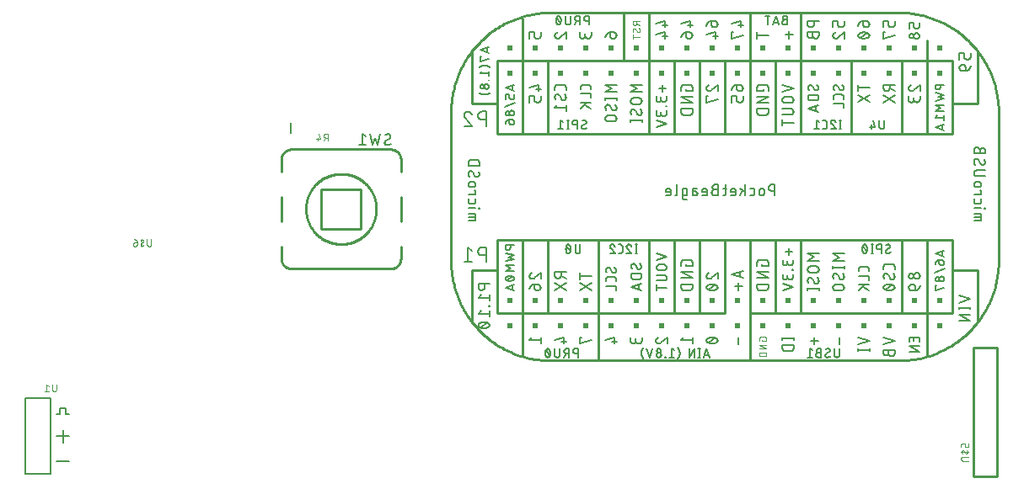
<source format=gbr>
G04 EAGLE Gerber RS-274X export*
G75*
%MOMM*%
%FSLAX34Y34*%
%LPD*%
%INSilkscreen Bottom*%
%IPPOS*%
%AMOC8*
5,1,8,0,0,1.08239X$1,22.5*%
G01*
%ADD10R,0.508000X0.508000*%
%ADD11C,0.254000*%
%ADD12C,0.127000*%
%ADD13C,0.101600*%
%ADD14C,0.152400*%
%ADD15C,0.203200*%


D10*
X944200Y263900D03*
X944200Y289300D03*
X918800Y289300D03*
X918800Y263900D03*
X893400Y289300D03*
X893400Y263900D03*
X868000Y289300D03*
X842600Y289300D03*
X817200Y289300D03*
X868000Y263900D03*
X842600Y263900D03*
X817200Y263900D03*
X791800Y289300D03*
X791800Y263900D03*
X766400Y289300D03*
X766400Y263900D03*
X741000Y289300D03*
X741000Y263900D03*
X715600Y289300D03*
X715600Y263900D03*
X690200Y289300D03*
X690200Y263900D03*
X664800Y289300D03*
X664800Y263900D03*
X639400Y289300D03*
X639400Y263900D03*
X614000Y289300D03*
X614000Y263900D03*
X588600Y289300D03*
X588600Y263900D03*
X563200Y289300D03*
X563200Y263900D03*
X537800Y289300D03*
X537800Y263900D03*
X512400Y289300D03*
X512400Y263900D03*
X944200Y517900D03*
X944200Y543300D03*
X918800Y543300D03*
X918800Y517900D03*
X893400Y543300D03*
X893400Y517900D03*
X868000Y543300D03*
X842600Y543300D03*
X817200Y543300D03*
X868000Y517900D03*
X842600Y517900D03*
X817200Y517900D03*
X791800Y543300D03*
X791800Y517900D03*
X766400Y543300D03*
X766400Y517900D03*
X741000Y543300D03*
X741000Y517900D03*
X715600Y543300D03*
X715600Y517900D03*
X690200Y543300D03*
X690200Y517900D03*
X664800Y543300D03*
X664800Y517900D03*
X639400Y543300D03*
X639400Y517900D03*
X614000Y543300D03*
X614000Y517900D03*
X588600Y543300D03*
X588600Y517900D03*
X563200Y543300D03*
X563200Y517900D03*
X537800Y543300D03*
X537800Y517900D03*
X512400Y543300D03*
X512400Y517900D03*
D11*
X553300Y578600D02*
X903300Y578600D01*
X905716Y578571D01*
X908131Y578483D01*
X910543Y578337D01*
X912951Y578133D01*
X915354Y577871D01*
X917749Y577551D01*
X920136Y577173D01*
X922513Y576737D01*
X924878Y576244D01*
X927232Y575694D01*
X929571Y575088D01*
X931895Y574425D01*
X934202Y573706D01*
X936491Y572931D01*
X938760Y572102D01*
X941009Y571217D01*
X943236Y570279D01*
X945440Y569287D01*
X947619Y568243D01*
X949772Y567146D01*
X951898Y565997D01*
X953996Y564797D01*
X956064Y563547D01*
X958101Y562247D01*
X960106Y560898D01*
X962079Y559502D01*
X964016Y558058D01*
X965919Y556567D01*
X967784Y555032D01*
X969612Y553451D01*
X971402Y551827D01*
X973151Y550160D01*
X974860Y548451D01*
X976527Y546702D01*
X978151Y544912D01*
X979732Y543084D01*
X981267Y541219D01*
X982758Y539316D01*
X984202Y537379D01*
X985598Y535406D01*
X986947Y533401D01*
X988247Y531364D01*
X989497Y529296D01*
X990697Y527198D01*
X991846Y525072D01*
X992943Y522919D01*
X993987Y520740D01*
X994979Y518536D01*
X995917Y516309D01*
X996802Y514060D01*
X997631Y511791D01*
X998406Y509502D01*
X999125Y507195D01*
X999788Y504871D01*
X1000394Y502532D01*
X1000944Y500178D01*
X1001437Y497813D01*
X1001873Y495436D01*
X1002251Y493049D01*
X1002571Y490654D01*
X1002833Y488251D01*
X1003037Y485843D01*
X1003183Y483431D01*
X1003271Y481016D01*
X1003300Y478600D01*
X1003300Y328600D01*
X1003271Y326184D01*
X1003183Y323769D01*
X1003037Y321357D01*
X1002833Y318949D01*
X1002571Y316546D01*
X1002251Y314151D01*
X1001873Y311764D01*
X1001437Y309387D01*
X1000944Y307022D01*
X1000394Y304668D01*
X999788Y302329D01*
X999125Y300005D01*
X998406Y297698D01*
X997631Y295409D01*
X996802Y293140D01*
X995917Y290891D01*
X994979Y288664D01*
X993987Y286460D01*
X992943Y284281D01*
X991846Y282128D01*
X990697Y280002D01*
X989497Y277904D01*
X988247Y275836D01*
X986947Y273799D01*
X985598Y271794D01*
X984202Y269821D01*
X982758Y267884D01*
X981267Y265981D01*
X979732Y264116D01*
X978151Y262288D01*
X976527Y260498D01*
X974860Y258749D01*
X973151Y257040D01*
X971402Y255373D01*
X969612Y253749D01*
X967784Y252168D01*
X965919Y250633D01*
X964016Y249142D01*
X962079Y247698D01*
X960106Y246302D01*
X958101Y244953D01*
X956064Y243653D01*
X953996Y242403D01*
X951898Y241203D01*
X949772Y240054D01*
X947619Y238957D01*
X945440Y237913D01*
X943236Y236921D01*
X941009Y235983D01*
X938760Y235098D01*
X936491Y234269D01*
X934202Y233494D01*
X931895Y232775D01*
X929571Y232112D01*
X927232Y231506D01*
X924878Y230956D01*
X922513Y230463D01*
X920136Y230027D01*
X917749Y229649D01*
X915354Y229329D01*
X912951Y229067D01*
X910543Y228863D01*
X908131Y228717D01*
X905716Y228629D01*
X903300Y228600D01*
X553300Y228600D01*
X550884Y228629D01*
X548469Y228717D01*
X546057Y228863D01*
X543649Y229067D01*
X541246Y229329D01*
X538851Y229649D01*
X536464Y230027D01*
X534087Y230463D01*
X531722Y230956D01*
X529368Y231506D01*
X527029Y232112D01*
X524705Y232775D01*
X522398Y233494D01*
X520109Y234269D01*
X517840Y235098D01*
X515591Y235983D01*
X513364Y236921D01*
X511160Y237913D01*
X508981Y238957D01*
X506828Y240054D01*
X504702Y241203D01*
X502604Y242403D01*
X500536Y243653D01*
X498499Y244953D01*
X496494Y246302D01*
X494521Y247698D01*
X492584Y249142D01*
X490681Y250633D01*
X488816Y252168D01*
X486988Y253749D01*
X485198Y255373D01*
X483449Y257040D01*
X481740Y258749D01*
X480073Y260498D01*
X478449Y262288D01*
X476868Y264116D01*
X475333Y265981D01*
X473842Y267884D01*
X472398Y269821D01*
X471002Y271794D01*
X469653Y273799D01*
X468353Y275836D01*
X467103Y277904D01*
X465903Y280002D01*
X464754Y282128D01*
X463657Y284281D01*
X462613Y286460D01*
X461621Y288664D01*
X460683Y290891D01*
X459798Y293140D01*
X458969Y295409D01*
X458194Y297698D01*
X457475Y300005D01*
X456812Y302329D01*
X456206Y304668D01*
X455656Y307022D01*
X455163Y309387D01*
X454727Y311764D01*
X454349Y314151D01*
X454029Y316546D01*
X453767Y318949D01*
X453563Y321357D01*
X453417Y323769D01*
X453329Y326184D01*
X453300Y328600D01*
X453300Y478600D01*
X453329Y481016D01*
X453417Y483431D01*
X453563Y485843D01*
X453767Y488251D01*
X454029Y490654D01*
X454349Y493049D01*
X454727Y495436D01*
X455163Y497813D01*
X455656Y500178D01*
X456206Y502532D01*
X456812Y504871D01*
X457475Y507195D01*
X458194Y509502D01*
X458969Y511791D01*
X459798Y514060D01*
X460683Y516309D01*
X461621Y518536D01*
X462613Y520740D01*
X463657Y522919D01*
X464754Y525072D01*
X465903Y527198D01*
X467103Y529296D01*
X468353Y531364D01*
X469653Y533401D01*
X471002Y535406D01*
X472398Y537379D01*
X473842Y539316D01*
X475333Y541219D01*
X476868Y543084D01*
X478449Y544912D01*
X480073Y546702D01*
X481740Y548451D01*
X483449Y550160D01*
X485198Y551827D01*
X486988Y553451D01*
X488816Y555032D01*
X490681Y556567D01*
X492584Y558058D01*
X494521Y559502D01*
X496494Y560898D01*
X498499Y562247D01*
X500536Y563547D01*
X502604Y564797D01*
X504702Y565997D01*
X506828Y567146D01*
X508981Y568243D01*
X511160Y569287D01*
X513364Y570279D01*
X515591Y571217D01*
X517840Y572102D01*
X520109Y572931D01*
X522398Y573706D01*
X524705Y574425D01*
X527029Y575088D01*
X529368Y575694D01*
X531722Y576244D01*
X534087Y576737D01*
X536464Y577173D01*
X538851Y577551D01*
X541246Y577871D01*
X543649Y578133D01*
X546057Y578337D01*
X548469Y578483D01*
X550884Y578571D01*
X553300Y578600D01*
X753618Y276606D02*
X779018Y276606D01*
X804418Y276606D01*
X906018Y276606D01*
X931418Y276606D01*
X728218Y276606D02*
X728218Y350266D01*
X728218Y276606D02*
X702818Y276606D01*
X677418Y276606D01*
X652018Y276606D01*
X601218Y276606D01*
X550418Y276606D01*
X525018Y276606D01*
X753618Y530606D02*
X779018Y530606D01*
X804418Y530606D01*
X855218Y530606D01*
X906018Y530606D01*
X753618Y530606D02*
X728218Y530606D01*
X702818Y530606D01*
X677418Y530606D01*
X652018Y530606D01*
X626618Y530606D01*
X550418Y530606D01*
X525018Y530606D01*
X931418Y276606D02*
X931418Y233680D01*
X753618Y229870D02*
X753618Y276606D01*
X601218Y276606D02*
X601218Y229870D01*
X525018Y233680D02*
X525018Y276606D01*
X550418Y276606D02*
X550418Y350266D01*
X601218Y350266D02*
X601218Y276606D01*
X652018Y276606D02*
X652018Y350266D01*
X753618Y350266D02*
X753618Y276606D01*
X906018Y276606D02*
X906018Y350266D01*
X906018Y456946D02*
X906018Y530606D01*
X855218Y530606D02*
X855218Y456946D01*
X804418Y456946D02*
X804418Y530606D01*
X753618Y530606D02*
X753618Y456946D01*
X804418Y530606D02*
X804418Y577596D01*
X753618Y577596D02*
X753618Y530606D01*
X525018Y530606D02*
X525018Y572516D01*
X626618Y577596D02*
X626618Y530606D01*
X652018Y530606D02*
X652018Y456946D01*
X550418Y456946D02*
X550418Y530606D01*
X702818Y350266D02*
X702818Y276606D01*
X702818Y456946D02*
X702818Y530606D01*
D12*
X709968Y240665D02*
X712932Y231775D01*
X707005Y231775D02*
X709968Y240665D01*
X707746Y233998D02*
X712191Y233998D01*
X702653Y231775D02*
X702653Y240665D01*
X703641Y231775D02*
X701665Y231775D01*
X701665Y240665D02*
X703641Y240665D01*
X697503Y240665D02*
X697503Y231775D01*
X692564Y231775D02*
X697503Y240665D01*
X692564Y240665D02*
X692564Y231775D01*
X683189Y236220D02*
X683187Y236423D01*
X683179Y236627D01*
X683167Y236830D01*
X683150Y237033D01*
X683128Y237235D01*
X683101Y237436D01*
X683069Y237637D01*
X683033Y237837D01*
X682992Y238037D01*
X682946Y238235D01*
X682895Y238432D01*
X682839Y238628D01*
X682779Y238822D01*
X682714Y239015D01*
X682644Y239206D01*
X682570Y239395D01*
X682492Y239583D01*
X682409Y239769D01*
X682321Y239952D01*
X682229Y240134D01*
X682133Y240313D01*
X682032Y240490D01*
X681927Y240664D01*
X681818Y240836D01*
X681705Y241005D01*
X681588Y241171D01*
X681467Y241335D01*
X681342Y241495D01*
X681213Y241653D01*
X683189Y236220D02*
X683187Y236017D01*
X683179Y235813D01*
X683167Y235610D01*
X683150Y235407D01*
X683128Y235205D01*
X683101Y235004D01*
X683069Y234803D01*
X683033Y234603D01*
X682992Y234403D01*
X682946Y234205D01*
X682895Y234008D01*
X682839Y233812D01*
X682779Y233618D01*
X682714Y233425D01*
X682644Y233234D01*
X682570Y233045D01*
X682492Y232857D01*
X682409Y232671D01*
X682321Y232488D01*
X682229Y232306D01*
X682133Y232127D01*
X682032Y231950D01*
X681927Y231776D01*
X681818Y231604D01*
X681705Y231435D01*
X681588Y231269D01*
X681467Y231105D01*
X681342Y230945D01*
X681213Y230787D01*
X677386Y238689D02*
X674917Y240665D01*
X674917Y231775D01*
X677386Y231775D02*
X672447Y231775D01*
X668763Y231775D02*
X668763Y232269D01*
X668269Y232269D01*
X668269Y231775D01*
X668763Y231775D01*
X664584Y234244D02*
X664582Y234342D01*
X664576Y234440D01*
X664566Y234538D01*
X664553Y234635D01*
X664535Y234732D01*
X664514Y234828D01*
X664489Y234922D01*
X664460Y235016D01*
X664428Y235109D01*
X664391Y235200D01*
X664352Y235290D01*
X664308Y235378D01*
X664261Y235464D01*
X664211Y235549D01*
X664158Y235631D01*
X664101Y235711D01*
X664041Y235789D01*
X663978Y235864D01*
X663912Y235937D01*
X663843Y236007D01*
X663772Y236074D01*
X663698Y236139D01*
X663621Y236200D01*
X663542Y236259D01*
X663461Y236314D01*
X663378Y236366D01*
X663292Y236414D01*
X663205Y236459D01*
X663116Y236501D01*
X663026Y236539D01*
X662934Y236573D01*
X662841Y236604D01*
X662746Y236631D01*
X662651Y236654D01*
X662554Y236674D01*
X662458Y236689D01*
X662360Y236701D01*
X662262Y236709D01*
X662164Y236713D01*
X662066Y236713D01*
X661968Y236709D01*
X661870Y236701D01*
X661772Y236689D01*
X661676Y236674D01*
X661579Y236654D01*
X661484Y236631D01*
X661389Y236604D01*
X661296Y236573D01*
X661204Y236539D01*
X661114Y236501D01*
X661025Y236459D01*
X660938Y236414D01*
X660852Y236366D01*
X660769Y236314D01*
X660688Y236259D01*
X660609Y236200D01*
X660532Y236139D01*
X660458Y236074D01*
X660387Y236007D01*
X660318Y235937D01*
X660252Y235864D01*
X660189Y235789D01*
X660129Y235711D01*
X660072Y235631D01*
X660019Y235549D01*
X659969Y235464D01*
X659922Y235378D01*
X659878Y235290D01*
X659839Y235200D01*
X659802Y235109D01*
X659770Y235016D01*
X659741Y234922D01*
X659716Y234828D01*
X659695Y234732D01*
X659677Y234635D01*
X659664Y234538D01*
X659654Y234440D01*
X659648Y234342D01*
X659646Y234244D01*
X659648Y234146D01*
X659654Y234048D01*
X659664Y233950D01*
X659677Y233853D01*
X659695Y233756D01*
X659716Y233660D01*
X659741Y233566D01*
X659770Y233472D01*
X659802Y233379D01*
X659839Y233288D01*
X659878Y233198D01*
X659922Y233110D01*
X659969Y233024D01*
X660019Y232939D01*
X660072Y232857D01*
X660129Y232777D01*
X660189Y232699D01*
X660252Y232624D01*
X660318Y232551D01*
X660387Y232481D01*
X660458Y232414D01*
X660532Y232349D01*
X660609Y232288D01*
X660688Y232229D01*
X660769Y232174D01*
X660852Y232122D01*
X660938Y232074D01*
X661025Y232029D01*
X661114Y231987D01*
X661204Y231949D01*
X661296Y231915D01*
X661389Y231884D01*
X661484Y231857D01*
X661579Y231834D01*
X661676Y231814D01*
X661772Y231799D01*
X661870Y231787D01*
X661968Y231779D01*
X662066Y231775D01*
X662164Y231775D01*
X662262Y231779D01*
X662360Y231787D01*
X662458Y231799D01*
X662554Y231814D01*
X662651Y231834D01*
X662746Y231857D01*
X662841Y231884D01*
X662934Y231915D01*
X663026Y231949D01*
X663116Y231987D01*
X663205Y232029D01*
X663292Y232074D01*
X663378Y232122D01*
X663461Y232174D01*
X663542Y232229D01*
X663621Y232288D01*
X663698Y232349D01*
X663772Y232414D01*
X663843Y232481D01*
X663912Y232551D01*
X663978Y232624D01*
X664041Y232699D01*
X664101Y232777D01*
X664158Y232857D01*
X664211Y232939D01*
X664261Y233024D01*
X664308Y233110D01*
X664352Y233198D01*
X664391Y233288D01*
X664428Y233379D01*
X664460Y233472D01*
X664489Y233566D01*
X664514Y233660D01*
X664535Y233756D01*
X664553Y233853D01*
X664566Y233950D01*
X664576Y234048D01*
X664582Y234146D01*
X664584Y234244D01*
X664091Y238689D02*
X664089Y238776D01*
X664083Y238864D01*
X664074Y238951D01*
X664060Y239037D01*
X664043Y239123D01*
X664022Y239207D01*
X663997Y239291D01*
X663968Y239374D01*
X663936Y239455D01*
X663901Y239535D01*
X663862Y239613D01*
X663819Y239690D01*
X663773Y239764D01*
X663724Y239836D01*
X663672Y239906D01*
X663616Y239974D01*
X663558Y240039D01*
X663497Y240102D01*
X663433Y240161D01*
X663366Y240218D01*
X663298Y240272D01*
X663226Y240323D01*
X663153Y240370D01*
X663078Y240415D01*
X663000Y240456D01*
X662921Y240493D01*
X662841Y240527D01*
X662759Y240557D01*
X662676Y240584D01*
X662591Y240607D01*
X662506Y240626D01*
X662420Y240641D01*
X662333Y240653D01*
X662246Y240661D01*
X662159Y240665D01*
X662071Y240665D01*
X661984Y240661D01*
X661897Y240653D01*
X661810Y240641D01*
X661724Y240626D01*
X661639Y240607D01*
X661554Y240584D01*
X661471Y240557D01*
X661389Y240527D01*
X661309Y240493D01*
X661230Y240456D01*
X661152Y240415D01*
X661077Y240370D01*
X661004Y240323D01*
X660932Y240272D01*
X660864Y240218D01*
X660797Y240161D01*
X660733Y240102D01*
X660672Y240039D01*
X660614Y239974D01*
X660558Y239906D01*
X660506Y239836D01*
X660457Y239764D01*
X660411Y239690D01*
X660368Y239613D01*
X660329Y239535D01*
X660294Y239455D01*
X660262Y239374D01*
X660233Y239291D01*
X660208Y239207D01*
X660187Y239123D01*
X660170Y239037D01*
X660156Y238951D01*
X660147Y238864D01*
X660141Y238776D01*
X660139Y238689D01*
X660141Y238602D01*
X660147Y238514D01*
X660156Y238427D01*
X660170Y238341D01*
X660187Y238255D01*
X660208Y238171D01*
X660233Y238087D01*
X660262Y238004D01*
X660294Y237923D01*
X660329Y237843D01*
X660368Y237765D01*
X660411Y237688D01*
X660457Y237614D01*
X660506Y237542D01*
X660558Y237472D01*
X660614Y237404D01*
X660672Y237339D01*
X660733Y237276D01*
X660797Y237217D01*
X660864Y237160D01*
X660932Y237106D01*
X661004Y237055D01*
X661077Y237008D01*
X661152Y236963D01*
X661230Y236922D01*
X661309Y236885D01*
X661389Y236851D01*
X661471Y236821D01*
X661554Y236794D01*
X661639Y236771D01*
X661724Y236752D01*
X661810Y236737D01*
X661897Y236725D01*
X661984Y236717D01*
X662071Y236713D01*
X662159Y236713D01*
X662246Y236717D01*
X662333Y236725D01*
X662420Y236737D01*
X662506Y236752D01*
X662591Y236771D01*
X662676Y236794D01*
X662759Y236821D01*
X662841Y236851D01*
X662921Y236885D01*
X663000Y236922D01*
X663078Y236963D01*
X663153Y237008D01*
X663226Y237055D01*
X663298Y237106D01*
X663366Y237160D01*
X663433Y237217D01*
X663497Y237276D01*
X663558Y237339D01*
X663616Y237404D01*
X663672Y237472D01*
X663724Y237542D01*
X663773Y237614D01*
X663819Y237688D01*
X663862Y237765D01*
X663901Y237843D01*
X663936Y237923D01*
X663968Y238004D01*
X663997Y238087D01*
X664022Y238171D01*
X664043Y238255D01*
X664060Y238341D01*
X664074Y238427D01*
X664083Y238514D01*
X664089Y238602D01*
X664091Y238689D01*
X655934Y240665D02*
X652971Y231775D01*
X650008Y240665D01*
X644698Y236220D02*
X644700Y236017D01*
X644708Y235813D01*
X644720Y235610D01*
X644737Y235407D01*
X644759Y235205D01*
X644786Y235004D01*
X644818Y234803D01*
X644854Y234603D01*
X644895Y234403D01*
X644941Y234205D01*
X644992Y234008D01*
X645048Y233812D01*
X645108Y233618D01*
X645173Y233425D01*
X645243Y233234D01*
X645317Y233045D01*
X645395Y232857D01*
X645478Y232671D01*
X645566Y232488D01*
X645658Y232306D01*
X645754Y232127D01*
X645855Y231950D01*
X645960Y231776D01*
X646069Y231604D01*
X646182Y231435D01*
X646299Y231269D01*
X646420Y231105D01*
X646545Y230945D01*
X646674Y230787D01*
X644698Y236220D02*
X644700Y236423D01*
X644708Y236627D01*
X644720Y236830D01*
X644737Y237033D01*
X644759Y237235D01*
X644786Y237436D01*
X644818Y237637D01*
X644854Y237837D01*
X644895Y238037D01*
X644941Y238235D01*
X644992Y238432D01*
X645048Y238628D01*
X645108Y238822D01*
X645173Y239015D01*
X645243Y239206D01*
X645317Y239395D01*
X645395Y239583D01*
X645478Y239769D01*
X645566Y239952D01*
X645658Y240134D01*
X645754Y240313D01*
X645855Y240490D01*
X645960Y240664D01*
X646069Y240836D01*
X646182Y241005D01*
X646299Y241171D01*
X646420Y241335D01*
X646545Y241495D01*
X646674Y241653D01*
D13*
X643001Y569869D02*
X635889Y569869D01*
X635889Y567893D01*
X635891Y567806D01*
X635897Y567718D01*
X635906Y567631D01*
X635920Y567545D01*
X635937Y567459D01*
X635958Y567375D01*
X635983Y567291D01*
X636012Y567208D01*
X636044Y567127D01*
X636079Y567047D01*
X636118Y566969D01*
X636161Y566892D01*
X636207Y566818D01*
X636256Y566746D01*
X636308Y566676D01*
X636364Y566608D01*
X636422Y566543D01*
X636483Y566480D01*
X636547Y566421D01*
X636614Y566364D01*
X636682Y566310D01*
X636754Y566259D01*
X636827Y566212D01*
X636902Y566167D01*
X636980Y566126D01*
X637059Y566089D01*
X637139Y566055D01*
X637221Y566025D01*
X637304Y565998D01*
X637389Y565975D01*
X637474Y565956D01*
X637560Y565941D01*
X637647Y565929D01*
X637734Y565921D01*
X637821Y565917D01*
X637909Y565917D01*
X637996Y565921D01*
X638083Y565929D01*
X638170Y565941D01*
X638256Y565956D01*
X638341Y565975D01*
X638426Y565998D01*
X638509Y566025D01*
X638591Y566055D01*
X638671Y566089D01*
X638750Y566126D01*
X638828Y566167D01*
X638903Y566212D01*
X638976Y566259D01*
X639048Y566310D01*
X639116Y566364D01*
X639183Y566421D01*
X639247Y566480D01*
X639308Y566543D01*
X639366Y566608D01*
X639422Y566676D01*
X639474Y566746D01*
X639523Y566818D01*
X639569Y566892D01*
X639612Y566969D01*
X639651Y567047D01*
X639686Y567127D01*
X639718Y567208D01*
X639747Y567291D01*
X639772Y567375D01*
X639793Y567459D01*
X639810Y567545D01*
X639824Y567631D01*
X639833Y567718D01*
X639839Y567806D01*
X639841Y567893D01*
X639840Y567893D02*
X639840Y569869D01*
X639840Y567498D02*
X643001Y565918D01*
X643001Y560487D02*
X642999Y560409D01*
X642993Y560332D01*
X642984Y560255D01*
X642971Y560179D01*
X642954Y560103D01*
X642933Y560028D01*
X642909Y559955D01*
X642881Y559882D01*
X642849Y559811D01*
X642814Y559742D01*
X642776Y559675D01*
X642735Y559609D01*
X642690Y559546D01*
X642642Y559485D01*
X642592Y559426D01*
X642538Y559370D01*
X642482Y559316D01*
X642423Y559266D01*
X642362Y559218D01*
X642299Y559173D01*
X642233Y559132D01*
X642166Y559094D01*
X642097Y559059D01*
X642026Y559027D01*
X641953Y558999D01*
X641880Y558975D01*
X641805Y558954D01*
X641729Y558937D01*
X641653Y558924D01*
X641576Y558915D01*
X641499Y558909D01*
X641421Y558907D01*
X643001Y560487D02*
X642999Y560602D01*
X642993Y560716D01*
X642983Y560830D01*
X642970Y560944D01*
X642952Y561057D01*
X642930Y561170D01*
X642905Y561282D01*
X642876Y561393D01*
X642843Y561502D01*
X642806Y561611D01*
X642766Y561718D01*
X642722Y561824D01*
X642674Y561928D01*
X642623Y562031D01*
X642568Y562131D01*
X642510Y562230D01*
X642448Y562327D01*
X642384Y562421D01*
X642316Y562514D01*
X642244Y562604D01*
X642170Y562691D01*
X642093Y562776D01*
X642013Y562858D01*
X637469Y562661D02*
X637391Y562659D01*
X637314Y562653D01*
X637237Y562644D01*
X637161Y562631D01*
X637085Y562614D01*
X637010Y562593D01*
X636936Y562569D01*
X636864Y562541D01*
X636793Y562509D01*
X636724Y562474D01*
X636656Y562436D01*
X636591Y562395D01*
X636527Y562350D01*
X636466Y562302D01*
X636407Y562251D01*
X636351Y562198D01*
X636298Y562142D01*
X636247Y562083D01*
X636199Y562022D01*
X636154Y561958D01*
X636113Y561893D01*
X636075Y561825D01*
X636040Y561756D01*
X636008Y561685D01*
X635980Y561613D01*
X635956Y561539D01*
X635935Y561464D01*
X635918Y561388D01*
X635905Y561312D01*
X635896Y561235D01*
X635890Y561158D01*
X635888Y561080D01*
X635889Y561080D02*
X635891Y560974D01*
X635897Y560868D01*
X635906Y560763D01*
X635919Y560658D01*
X635936Y560553D01*
X635957Y560449D01*
X635981Y560346D01*
X636009Y560244D01*
X636041Y560143D01*
X636076Y560043D01*
X636115Y559945D01*
X636158Y559847D01*
X636203Y559752D01*
X636252Y559658D01*
X636305Y559566D01*
X636361Y559476D01*
X636420Y559388D01*
X636482Y559302D01*
X638852Y561870D02*
X638810Y561937D01*
X638765Y562002D01*
X638716Y562065D01*
X638665Y562126D01*
X638610Y562183D01*
X638553Y562238D01*
X638493Y562291D01*
X638431Y562340D01*
X638366Y562386D01*
X638300Y562428D01*
X638231Y562468D01*
X638160Y562504D01*
X638087Y562536D01*
X638013Y562565D01*
X637938Y562590D01*
X637862Y562611D01*
X637784Y562629D01*
X637706Y562642D01*
X637627Y562652D01*
X637548Y562658D01*
X637469Y562660D01*
X640038Y559697D02*
X640080Y559630D01*
X640125Y559565D01*
X640174Y559502D01*
X640225Y559441D01*
X640280Y559384D01*
X640337Y559329D01*
X640397Y559276D01*
X640459Y559227D01*
X640524Y559181D01*
X640590Y559139D01*
X640659Y559099D01*
X640730Y559063D01*
X640803Y559031D01*
X640877Y559002D01*
X640952Y558977D01*
X641028Y558956D01*
X641106Y558938D01*
X641184Y558925D01*
X641263Y558915D01*
X641342Y558909D01*
X641421Y558907D01*
X640038Y559697D02*
X638852Y561870D01*
X635889Y554299D02*
X643001Y554299D01*
X635889Y556274D02*
X635889Y552323D01*
D14*
X735457Y315129D02*
X746633Y318855D01*
X746633Y311404D02*
X735457Y315129D01*
X743839Y312335D02*
X743839Y317923D01*
X742287Y306663D02*
X742287Y299212D01*
X746012Y302937D02*
X738561Y302937D01*
X712851Y310642D02*
X712747Y310644D01*
X712642Y310650D01*
X712538Y310660D01*
X712435Y310673D01*
X712332Y310691D01*
X712229Y310712D01*
X712128Y310737D01*
X712027Y310766D01*
X711928Y310799D01*
X711830Y310835D01*
X711734Y310875D01*
X711639Y310919D01*
X711545Y310966D01*
X711454Y311016D01*
X711365Y311070D01*
X711277Y311127D01*
X711192Y311188D01*
X711109Y311252D01*
X711029Y311318D01*
X710951Y311388D01*
X710875Y311460D01*
X710803Y311536D01*
X710733Y311614D01*
X710667Y311694D01*
X710603Y311777D01*
X710542Y311862D01*
X710485Y311950D01*
X710431Y312039D01*
X710381Y312130D01*
X710334Y312224D01*
X710290Y312319D01*
X710250Y312415D01*
X710214Y312513D01*
X710181Y312612D01*
X710152Y312713D01*
X710127Y312814D01*
X710106Y312917D01*
X710088Y313020D01*
X710075Y313123D01*
X710065Y313227D01*
X710059Y313332D01*
X710057Y313436D01*
X710059Y313555D01*
X710065Y313673D01*
X710075Y313792D01*
X710088Y313910D01*
X710106Y314027D01*
X710128Y314144D01*
X710153Y314260D01*
X710182Y314375D01*
X710215Y314490D01*
X710252Y314603D01*
X710292Y314714D01*
X710336Y314825D01*
X710384Y314933D01*
X710435Y315040D01*
X710490Y315146D01*
X710549Y315249D01*
X710610Y315351D01*
X710675Y315450D01*
X710744Y315548D01*
X710815Y315642D01*
X710890Y315735D01*
X710967Y315825D01*
X711048Y315912D01*
X711131Y315997D01*
X711217Y316079D01*
X711306Y316158D01*
X711397Y316234D01*
X711491Y316307D01*
X711587Y316376D01*
X711686Y316443D01*
X711786Y316506D01*
X711889Y316566D01*
X711993Y316623D01*
X712100Y316675D01*
X712208Y316725D01*
X712317Y316771D01*
X712429Y316813D01*
X712541Y316851D01*
X715024Y311573D02*
X714950Y311498D01*
X714873Y311426D01*
X714794Y311356D01*
X714712Y311289D01*
X714628Y311225D01*
X714542Y311164D01*
X714454Y311106D01*
X714363Y311051D01*
X714271Y310999D01*
X714177Y310951D01*
X714082Y310906D01*
X713984Y310864D01*
X713886Y310826D01*
X713786Y310791D01*
X713685Y310760D01*
X713583Y310733D01*
X713480Y310709D01*
X713377Y310688D01*
X713272Y310672D01*
X713167Y310659D01*
X713062Y310649D01*
X712957Y310644D01*
X712851Y310642D01*
X715024Y311573D02*
X721233Y316851D01*
X721233Y310642D01*
X715645Y305421D02*
X715425Y305418D01*
X715205Y305411D01*
X714986Y305397D01*
X714767Y305379D01*
X714548Y305355D01*
X714330Y305327D01*
X714113Y305293D01*
X713897Y305254D01*
X713681Y305209D01*
X713467Y305160D01*
X713254Y305105D01*
X713042Y305046D01*
X712832Y304981D01*
X712624Y304911D01*
X712417Y304837D01*
X712212Y304757D01*
X712009Y304673D01*
X711808Y304584D01*
X711609Y304490D01*
X711609Y304489D02*
X711520Y304456D01*
X711432Y304420D01*
X711346Y304380D01*
X711261Y304337D01*
X711179Y304290D01*
X711098Y304239D01*
X711020Y304186D01*
X710944Y304129D01*
X710870Y304069D01*
X710799Y304006D01*
X710730Y303941D01*
X710664Y303872D01*
X710602Y303801D01*
X710542Y303727D01*
X710485Y303651D01*
X710431Y303573D01*
X710381Y303492D01*
X710334Y303410D01*
X710291Y303325D01*
X710251Y303239D01*
X710214Y303151D01*
X710182Y303062D01*
X710153Y302972D01*
X710127Y302880D01*
X710106Y302788D01*
X710088Y302694D01*
X710075Y302600D01*
X710065Y302506D01*
X710059Y302411D01*
X710057Y302316D01*
X710059Y302221D01*
X710065Y302126D01*
X710075Y302032D01*
X710088Y301938D01*
X710106Y301844D01*
X710127Y301752D01*
X710153Y301660D01*
X710182Y301570D01*
X710214Y301481D01*
X710251Y301393D01*
X710291Y301307D01*
X710334Y301222D01*
X710381Y301140D01*
X710431Y301059D01*
X710485Y300981D01*
X710542Y300905D01*
X710602Y300831D01*
X710664Y300760D01*
X710730Y300691D01*
X710799Y300626D01*
X710870Y300563D01*
X710944Y300503D01*
X711020Y300446D01*
X711098Y300393D01*
X711179Y300342D01*
X711261Y300295D01*
X711346Y300252D01*
X711432Y300212D01*
X711520Y300176D01*
X711609Y300143D01*
X711808Y300049D01*
X712009Y299960D01*
X712212Y299876D01*
X712417Y299796D01*
X712624Y299722D01*
X712832Y299652D01*
X713042Y299587D01*
X713254Y299528D01*
X713467Y299473D01*
X713681Y299424D01*
X713897Y299379D01*
X714113Y299340D01*
X714330Y299306D01*
X714548Y299278D01*
X714767Y299254D01*
X714986Y299236D01*
X715205Y299222D01*
X715425Y299215D01*
X715645Y299212D01*
X715645Y305421D02*
X715865Y305418D01*
X716085Y305411D01*
X716304Y305397D01*
X716523Y305379D01*
X716742Y305355D01*
X716960Y305327D01*
X717177Y305293D01*
X717393Y305254D01*
X717609Y305209D01*
X717823Y305160D01*
X718036Y305105D01*
X718248Y305046D01*
X718458Y304981D01*
X718666Y304911D01*
X718873Y304837D01*
X719078Y304757D01*
X719281Y304673D01*
X719482Y304584D01*
X719681Y304490D01*
X719681Y304489D02*
X719770Y304456D01*
X719858Y304420D01*
X719944Y304380D01*
X720029Y304337D01*
X720111Y304290D01*
X720192Y304239D01*
X720270Y304186D01*
X720346Y304129D01*
X720420Y304069D01*
X720491Y304006D01*
X720560Y303941D01*
X720626Y303872D01*
X720688Y303801D01*
X720748Y303727D01*
X720805Y303651D01*
X720859Y303573D01*
X720909Y303492D01*
X720956Y303410D01*
X720999Y303325D01*
X721039Y303239D01*
X721076Y303151D01*
X721108Y303062D01*
X721137Y302972D01*
X721163Y302880D01*
X721184Y302788D01*
X721202Y302694D01*
X721215Y302600D01*
X721225Y302506D01*
X721231Y302411D01*
X721233Y302316D01*
X719681Y300143D02*
X719482Y300049D01*
X719281Y299960D01*
X719078Y299876D01*
X718873Y299796D01*
X718666Y299722D01*
X718458Y299652D01*
X718248Y299587D01*
X718036Y299528D01*
X717823Y299473D01*
X717609Y299424D01*
X717393Y299379D01*
X717177Y299340D01*
X716960Y299306D01*
X716742Y299278D01*
X716523Y299254D01*
X716304Y299236D01*
X716085Y299222D01*
X715865Y299215D01*
X715645Y299212D01*
X719681Y300143D02*
X719770Y300176D01*
X719858Y300212D01*
X719944Y300252D01*
X720029Y300295D01*
X720111Y300342D01*
X720192Y300393D01*
X720270Y300446D01*
X720346Y300503D01*
X720420Y300563D01*
X720491Y300626D01*
X720560Y300691D01*
X720626Y300760D01*
X720688Y300831D01*
X720748Y300905D01*
X720805Y300981D01*
X720859Y301059D01*
X720909Y301140D01*
X720956Y301222D01*
X720999Y301307D01*
X721039Y301393D01*
X721076Y301481D01*
X721108Y301570D01*
X721137Y301660D01*
X721163Y301752D01*
X721184Y301844D01*
X721202Y301938D01*
X721215Y302032D01*
X721225Y302126D01*
X721231Y302221D01*
X721233Y302316D01*
X718749Y304800D02*
X712541Y299833D01*
X689624Y323596D02*
X689624Y325459D01*
X689624Y323596D02*
X695833Y323596D01*
X695833Y327321D01*
X695831Y327419D01*
X695825Y327516D01*
X695816Y327613D01*
X695802Y327710D01*
X695785Y327806D01*
X695764Y327901D01*
X695740Y327995D01*
X695711Y328089D01*
X695679Y328181D01*
X695644Y328272D01*
X695605Y328361D01*
X695562Y328449D01*
X695516Y328535D01*
X695467Y328619D01*
X695414Y328701D01*
X695359Y328781D01*
X695300Y328859D01*
X695238Y328934D01*
X695173Y329007D01*
X695105Y329077D01*
X695035Y329145D01*
X694962Y329210D01*
X694887Y329272D01*
X694809Y329331D01*
X694729Y329386D01*
X694647Y329439D01*
X694563Y329488D01*
X694477Y329534D01*
X694389Y329577D01*
X694300Y329616D01*
X694209Y329651D01*
X694117Y329683D01*
X694023Y329712D01*
X693929Y329736D01*
X693834Y329757D01*
X693738Y329774D01*
X693641Y329788D01*
X693544Y329797D01*
X693447Y329803D01*
X693349Y329805D01*
X687141Y329805D01*
X687043Y329803D01*
X686946Y329797D01*
X686849Y329788D01*
X686752Y329774D01*
X686656Y329757D01*
X686561Y329736D01*
X686467Y329712D01*
X686373Y329683D01*
X686281Y329651D01*
X686190Y329616D01*
X686101Y329577D01*
X686013Y329534D01*
X685927Y329488D01*
X685843Y329439D01*
X685761Y329386D01*
X685681Y329331D01*
X685603Y329272D01*
X685528Y329210D01*
X685455Y329145D01*
X685385Y329077D01*
X685317Y329007D01*
X685252Y328934D01*
X685190Y328859D01*
X685131Y328781D01*
X685076Y328701D01*
X685023Y328619D01*
X684974Y328535D01*
X684928Y328449D01*
X684885Y328361D01*
X684846Y328272D01*
X684811Y328181D01*
X684779Y328089D01*
X684750Y327995D01*
X684726Y327901D01*
X684705Y327806D01*
X684688Y327710D01*
X684674Y327613D01*
X684665Y327516D01*
X684659Y327419D01*
X684657Y327321D01*
X684657Y323596D01*
X684657Y317613D02*
X695833Y317613D01*
X695833Y311404D02*
X684657Y317613D01*
X684657Y311404D02*
X695833Y311404D01*
X695833Y305421D02*
X684657Y305421D01*
X684657Y302316D01*
X684659Y302208D01*
X684665Y302099D01*
X684674Y301992D01*
X684687Y301884D01*
X684704Y301777D01*
X684725Y301671D01*
X684749Y301565D01*
X684777Y301460D01*
X684809Y301357D01*
X684844Y301254D01*
X684883Y301153D01*
X684925Y301053D01*
X684971Y300955D01*
X685020Y300859D01*
X685073Y300764D01*
X685129Y300671D01*
X685188Y300580D01*
X685250Y300492D01*
X685315Y300405D01*
X685383Y300321D01*
X685454Y300239D01*
X685528Y300160D01*
X685605Y300083D01*
X685684Y300009D01*
X685766Y299938D01*
X685850Y299870D01*
X685937Y299805D01*
X686025Y299743D01*
X686116Y299684D01*
X686209Y299628D01*
X686304Y299575D01*
X686400Y299526D01*
X686499Y299480D01*
X686598Y299438D01*
X686699Y299399D01*
X686802Y299364D01*
X686905Y299332D01*
X687010Y299304D01*
X687116Y299280D01*
X687222Y299259D01*
X687329Y299242D01*
X687437Y299229D01*
X687545Y299220D01*
X687653Y299214D01*
X687761Y299212D01*
X692729Y299212D01*
X692840Y299214D01*
X692950Y299220D01*
X693061Y299230D01*
X693171Y299244D01*
X693280Y299261D01*
X693389Y299283D01*
X693497Y299308D01*
X693603Y299338D01*
X693709Y299371D01*
X693814Y299408D01*
X693917Y299448D01*
X694018Y299493D01*
X694118Y299540D01*
X694217Y299592D01*
X694313Y299647D01*
X694407Y299705D01*
X694499Y299766D01*
X694589Y299831D01*
X694677Y299899D01*
X694762Y299970D01*
X694844Y300044D01*
X694924Y300121D01*
X695001Y300201D01*
X695075Y300283D01*
X695146Y300368D01*
X695214Y300456D01*
X695279Y300546D01*
X695340Y300638D01*
X695398Y300732D01*
X695453Y300828D01*
X695505Y300927D01*
X695552Y301027D01*
X695597Y301128D01*
X695637Y301231D01*
X695674Y301336D01*
X695707Y301442D01*
X695737Y301548D01*
X695762Y301656D01*
X695784Y301765D01*
X695801Y301874D01*
X695815Y301984D01*
X695825Y302095D01*
X695831Y302205D01*
X695833Y302316D01*
X695833Y305421D01*
D12*
X669925Y332768D02*
X659765Y336155D01*
X659765Y329381D02*
X669925Y332768D01*
X667103Y325303D02*
X662587Y325303D01*
X662481Y325301D01*
X662376Y325295D01*
X662271Y325285D01*
X662166Y325271D01*
X662062Y325254D01*
X661959Y325232D01*
X661857Y325207D01*
X661755Y325178D01*
X661655Y325145D01*
X661556Y325108D01*
X661459Y325068D01*
X661363Y325024D01*
X661268Y324976D01*
X661176Y324925D01*
X661086Y324870D01*
X660997Y324813D01*
X660911Y324752D01*
X660828Y324687D01*
X660746Y324620D01*
X660668Y324550D01*
X660592Y324476D01*
X660518Y324400D01*
X660448Y324322D01*
X660381Y324240D01*
X660316Y324157D01*
X660255Y324071D01*
X660198Y323982D01*
X660143Y323892D01*
X660092Y323800D01*
X660044Y323705D01*
X660000Y323609D01*
X659960Y323512D01*
X659923Y323413D01*
X659890Y323313D01*
X659861Y323211D01*
X659836Y323109D01*
X659814Y323006D01*
X659797Y322902D01*
X659783Y322797D01*
X659773Y322692D01*
X659767Y322587D01*
X659765Y322481D01*
X659767Y322375D01*
X659773Y322270D01*
X659783Y322165D01*
X659797Y322060D01*
X659814Y321956D01*
X659836Y321853D01*
X659861Y321751D01*
X659890Y321649D01*
X659923Y321549D01*
X659960Y321450D01*
X660000Y321353D01*
X660044Y321257D01*
X660092Y321162D01*
X660143Y321070D01*
X660198Y320980D01*
X660255Y320891D01*
X660316Y320805D01*
X660381Y320722D01*
X660448Y320640D01*
X660518Y320562D01*
X660592Y320486D01*
X660668Y320412D01*
X660746Y320342D01*
X660828Y320275D01*
X660911Y320210D01*
X660997Y320149D01*
X661086Y320092D01*
X661176Y320037D01*
X661268Y319986D01*
X661363Y319938D01*
X661459Y319894D01*
X661556Y319854D01*
X661655Y319817D01*
X661755Y319784D01*
X661857Y319755D01*
X661959Y319730D01*
X662062Y319708D01*
X662166Y319691D01*
X662271Y319677D01*
X662376Y319667D01*
X662481Y319661D01*
X662587Y319659D01*
X667103Y319659D01*
X667209Y319661D01*
X667314Y319667D01*
X667419Y319677D01*
X667524Y319691D01*
X667628Y319708D01*
X667731Y319730D01*
X667833Y319755D01*
X667935Y319784D01*
X668035Y319817D01*
X668134Y319854D01*
X668231Y319894D01*
X668327Y319938D01*
X668422Y319986D01*
X668514Y320037D01*
X668604Y320092D01*
X668693Y320149D01*
X668779Y320210D01*
X668862Y320275D01*
X668944Y320342D01*
X669022Y320412D01*
X669098Y320486D01*
X669172Y320562D01*
X669242Y320640D01*
X669309Y320722D01*
X669374Y320805D01*
X669435Y320891D01*
X669492Y320980D01*
X669547Y321070D01*
X669598Y321162D01*
X669646Y321257D01*
X669690Y321353D01*
X669730Y321450D01*
X669767Y321549D01*
X669800Y321649D01*
X669829Y321751D01*
X669854Y321853D01*
X669876Y321956D01*
X669893Y322060D01*
X669907Y322165D01*
X669917Y322270D01*
X669923Y322375D01*
X669925Y322481D01*
X669923Y322587D01*
X669917Y322692D01*
X669907Y322797D01*
X669893Y322902D01*
X669876Y323006D01*
X669854Y323109D01*
X669829Y323211D01*
X669800Y323313D01*
X669767Y323413D01*
X669730Y323512D01*
X669690Y323609D01*
X669646Y323705D01*
X669598Y323800D01*
X669547Y323892D01*
X669492Y323982D01*
X669435Y324071D01*
X669374Y324157D01*
X669309Y324240D01*
X669242Y324322D01*
X669172Y324400D01*
X669098Y324476D01*
X669022Y324550D01*
X668944Y324620D01*
X668862Y324687D01*
X668779Y324752D01*
X668693Y324813D01*
X668604Y324870D01*
X668514Y324925D01*
X668422Y324976D01*
X668327Y325024D01*
X668231Y325068D01*
X668134Y325108D01*
X668035Y325145D01*
X667935Y325178D01*
X667833Y325207D01*
X667731Y325232D01*
X667628Y325254D01*
X667524Y325271D01*
X667419Y325285D01*
X667314Y325295D01*
X667209Y325301D01*
X667103Y325303D01*
X667103Y314674D02*
X659765Y314674D01*
X667103Y314673D02*
X667209Y314671D01*
X667314Y314665D01*
X667419Y314655D01*
X667524Y314641D01*
X667628Y314624D01*
X667731Y314602D01*
X667833Y314577D01*
X667935Y314548D01*
X668035Y314515D01*
X668134Y314478D01*
X668231Y314438D01*
X668327Y314394D01*
X668422Y314346D01*
X668514Y314295D01*
X668604Y314240D01*
X668693Y314183D01*
X668779Y314122D01*
X668862Y314057D01*
X668944Y313990D01*
X669022Y313920D01*
X669098Y313846D01*
X669172Y313770D01*
X669242Y313692D01*
X669309Y313610D01*
X669374Y313527D01*
X669435Y313441D01*
X669492Y313352D01*
X669547Y313262D01*
X669598Y313170D01*
X669646Y313075D01*
X669690Y312979D01*
X669730Y312882D01*
X669767Y312783D01*
X669800Y312683D01*
X669829Y312581D01*
X669854Y312479D01*
X669876Y312376D01*
X669893Y312272D01*
X669907Y312167D01*
X669917Y312062D01*
X669923Y311957D01*
X669925Y311851D01*
X669923Y311745D01*
X669917Y311640D01*
X669907Y311535D01*
X669893Y311430D01*
X669876Y311326D01*
X669854Y311223D01*
X669829Y311121D01*
X669800Y311019D01*
X669767Y310919D01*
X669730Y310820D01*
X669690Y310723D01*
X669646Y310627D01*
X669598Y310532D01*
X669547Y310440D01*
X669492Y310350D01*
X669435Y310261D01*
X669374Y310175D01*
X669309Y310092D01*
X669242Y310010D01*
X669172Y309932D01*
X669098Y309856D01*
X669022Y309782D01*
X668944Y309712D01*
X668862Y309645D01*
X668779Y309580D01*
X668693Y309519D01*
X668604Y309462D01*
X668514Y309407D01*
X668422Y309356D01*
X668327Y309308D01*
X668231Y309264D01*
X668134Y309224D01*
X668035Y309187D01*
X667935Y309154D01*
X667833Y309125D01*
X667731Y309100D01*
X667628Y309078D01*
X667524Y309061D01*
X667419Y309047D01*
X667314Y309037D01*
X667209Y309031D01*
X667103Y309029D01*
X659765Y309029D01*
X659765Y301907D02*
X669925Y301907D01*
X659765Y304729D02*
X659765Y299085D01*
X642267Y320566D02*
X642360Y320568D01*
X642453Y320574D01*
X642546Y320583D01*
X642639Y320597D01*
X642730Y320614D01*
X642821Y320635D01*
X642911Y320660D01*
X643000Y320688D01*
X643088Y320720D01*
X643174Y320756D01*
X643259Y320795D01*
X643342Y320838D01*
X643423Y320884D01*
X643502Y320934D01*
X643579Y320986D01*
X643654Y321042D01*
X643726Y321101D01*
X643796Y321163D01*
X643864Y321227D01*
X643928Y321295D01*
X643990Y321365D01*
X644049Y321437D01*
X644105Y321512D01*
X644157Y321589D01*
X644207Y321668D01*
X644253Y321749D01*
X644296Y321832D01*
X644335Y321917D01*
X644371Y322003D01*
X644403Y322091D01*
X644431Y322180D01*
X644456Y322270D01*
X644477Y322361D01*
X644494Y322452D01*
X644508Y322545D01*
X644517Y322638D01*
X644523Y322731D01*
X644525Y322824D01*
X644523Y322959D01*
X644517Y323093D01*
X644508Y323227D01*
X644495Y323361D01*
X644478Y323494D01*
X644457Y323627D01*
X644432Y323759D01*
X644404Y323891D01*
X644372Y324022D01*
X644337Y324151D01*
X644297Y324280D01*
X644254Y324407D01*
X644208Y324534D01*
X644158Y324659D01*
X644105Y324782D01*
X644048Y324904D01*
X643987Y325024D01*
X643924Y325143D01*
X643857Y325259D01*
X643786Y325374D01*
X643713Y325486D01*
X643636Y325597D01*
X643556Y325705D01*
X643474Y325811D01*
X643388Y325915D01*
X643299Y326016D01*
X643208Y326115D01*
X643114Y326211D01*
X636623Y325929D02*
X636530Y325927D01*
X636437Y325921D01*
X636344Y325912D01*
X636251Y325898D01*
X636160Y325881D01*
X636069Y325860D01*
X635979Y325835D01*
X635890Y325807D01*
X635802Y325775D01*
X635716Y325739D01*
X635631Y325700D01*
X635548Y325657D01*
X635467Y325611D01*
X635388Y325561D01*
X635311Y325509D01*
X635236Y325453D01*
X635164Y325394D01*
X635094Y325332D01*
X635026Y325268D01*
X634962Y325200D01*
X634900Y325130D01*
X634841Y325058D01*
X634785Y324983D01*
X634733Y324906D01*
X634683Y324827D01*
X634637Y324746D01*
X634594Y324663D01*
X634555Y324578D01*
X634519Y324492D01*
X634487Y324404D01*
X634459Y324315D01*
X634434Y324225D01*
X634413Y324134D01*
X634396Y324043D01*
X634382Y323950D01*
X634373Y323857D01*
X634367Y323764D01*
X634365Y323671D01*
X634367Y323541D01*
X634373Y323412D01*
X634383Y323282D01*
X634397Y323153D01*
X634415Y323025D01*
X634436Y322897D01*
X634462Y322770D01*
X634492Y322644D01*
X634525Y322518D01*
X634562Y322394D01*
X634603Y322271D01*
X634648Y322149D01*
X634696Y322029D01*
X634749Y321910D01*
X634804Y321793D01*
X634864Y321678D01*
X634927Y321564D01*
X634993Y321453D01*
X635062Y321343D01*
X635135Y321236D01*
X635212Y321131D01*
X638598Y324799D02*
X638548Y324880D01*
X638495Y324959D01*
X638439Y325036D01*
X638379Y325110D01*
X638316Y325181D01*
X638250Y325250D01*
X638182Y325317D01*
X638111Y325380D01*
X638037Y325440D01*
X637961Y325497D01*
X637882Y325551D01*
X637802Y325602D01*
X637719Y325649D01*
X637634Y325693D01*
X637548Y325733D01*
X637460Y325770D01*
X637371Y325803D01*
X637280Y325832D01*
X637188Y325857D01*
X637096Y325879D01*
X637002Y325896D01*
X636908Y325910D01*
X636813Y325920D01*
X636718Y325926D01*
X636623Y325928D01*
X640291Y321695D02*
X640342Y321614D01*
X640395Y321535D01*
X640451Y321458D01*
X640511Y321384D01*
X640574Y321313D01*
X640640Y321244D01*
X640708Y321177D01*
X640779Y321114D01*
X640853Y321054D01*
X640929Y320997D01*
X641008Y320943D01*
X641088Y320892D01*
X641171Y320845D01*
X641255Y320801D01*
X641342Y320761D01*
X641430Y320724D01*
X641519Y320691D01*
X641610Y320662D01*
X641701Y320637D01*
X641794Y320615D01*
X641888Y320598D01*
X641982Y320584D01*
X642077Y320574D01*
X642172Y320568D01*
X642267Y320566D01*
X640292Y321695D02*
X638598Y324800D01*
X634365Y315924D02*
X644525Y315924D01*
X634365Y315924D02*
X634365Y313102D01*
X634367Y312996D01*
X634373Y312891D01*
X634383Y312786D01*
X634397Y312681D01*
X634414Y312577D01*
X634436Y312474D01*
X634461Y312372D01*
X634490Y312270D01*
X634523Y312170D01*
X634560Y312071D01*
X634600Y311974D01*
X634644Y311878D01*
X634692Y311783D01*
X634743Y311691D01*
X634798Y311601D01*
X634855Y311512D01*
X634916Y311426D01*
X634981Y311343D01*
X635048Y311261D01*
X635118Y311183D01*
X635192Y311107D01*
X635268Y311033D01*
X635346Y310963D01*
X635428Y310896D01*
X635511Y310831D01*
X635597Y310770D01*
X635686Y310713D01*
X635776Y310658D01*
X635868Y310607D01*
X635963Y310559D01*
X636059Y310515D01*
X636156Y310475D01*
X636255Y310438D01*
X636355Y310405D01*
X636457Y310376D01*
X636559Y310351D01*
X636662Y310329D01*
X636766Y310312D01*
X636871Y310298D01*
X636976Y310288D01*
X637081Y310282D01*
X637187Y310280D01*
X637187Y310279D02*
X641703Y310279D01*
X641809Y310281D01*
X641914Y310287D01*
X642019Y310297D01*
X642124Y310311D01*
X642228Y310328D01*
X642331Y310350D01*
X642433Y310375D01*
X642535Y310404D01*
X642635Y310437D01*
X642734Y310474D01*
X642832Y310514D01*
X642927Y310558D01*
X643022Y310606D01*
X643114Y310657D01*
X643204Y310712D01*
X643293Y310769D01*
X643379Y310830D01*
X643462Y310895D01*
X643544Y310962D01*
X643622Y311032D01*
X643698Y311106D01*
X643772Y311182D01*
X643842Y311260D01*
X643909Y311342D01*
X643974Y311425D01*
X644035Y311511D01*
X644092Y311600D01*
X644147Y311690D01*
X644198Y311782D01*
X644246Y311877D01*
X644290Y311973D01*
X644330Y312070D01*
X644367Y312169D01*
X644400Y312269D01*
X644429Y312371D01*
X644454Y312473D01*
X644476Y312576D01*
X644493Y312680D01*
X644507Y312785D01*
X644517Y312890D01*
X644523Y312996D01*
X644525Y313101D01*
X644525Y313102D02*
X644525Y315924D01*
X644525Y305858D02*
X634365Y302472D01*
X644525Y299085D01*
X641985Y299932D02*
X641985Y305012D01*
X619125Y319098D02*
X619123Y319005D01*
X619117Y318912D01*
X619108Y318819D01*
X619094Y318726D01*
X619077Y318635D01*
X619056Y318544D01*
X619031Y318454D01*
X619003Y318365D01*
X618971Y318277D01*
X618935Y318191D01*
X618896Y318106D01*
X618853Y318023D01*
X618807Y317942D01*
X618757Y317863D01*
X618705Y317786D01*
X618649Y317711D01*
X618590Y317639D01*
X618528Y317569D01*
X618464Y317501D01*
X618396Y317437D01*
X618326Y317375D01*
X618254Y317316D01*
X618179Y317260D01*
X618102Y317208D01*
X618023Y317158D01*
X617942Y317112D01*
X617859Y317069D01*
X617774Y317030D01*
X617688Y316994D01*
X617600Y316962D01*
X617511Y316934D01*
X617421Y316909D01*
X617330Y316888D01*
X617239Y316871D01*
X617146Y316857D01*
X617053Y316848D01*
X616960Y316842D01*
X616867Y316840D01*
X619125Y319098D02*
X619123Y319233D01*
X619117Y319367D01*
X619108Y319501D01*
X619095Y319635D01*
X619078Y319768D01*
X619057Y319901D01*
X619032Y320033D01*
X619004Y320165D01*
X618972Y320296D01*
X618937Y320425D01*
X618897Y320554D01*
X618854Y320681D01*
X618808Y320808D01*
X618758Y320933D01*
X618705Y321056D01*
X618648Y321178D01*
X618587Y321298D01*
X618524Y321417D01*
X618457Y321533D01*
X618386Y321648D01*
X618313Y321760D01*
X618236Y321871D01*
X618156Y321979D01*
X618074Y322085D01*
X617988Y322189D01*
X617899Y322290D01*
X617808Y322389D01*
X617714Y322485D01*
X611223Y322202D02*
X611130Y322200D01*
X611037Y322194D01*
X610944Y322185D01*
X610851Y322171D01*
X610760Y322154D01*
X610669Y322133D01*
X610579Y322108D01*
X610490Y322080D01*
X610402Y322048D01*
X610316Y322012D01*
X610231Y321973D01*
X610148Y321930D01*
X610067Y321884D01*
X609988Y321834D01*
X609911Y321782D01*
X609836Y321726D01*
X609764Y321667D01*
X609694Y321605D01*
X609626Y321541D01*
X609562Y321473D01*
X609500Y321403D01*
X609441Y321331D01*
X609385Y321256D01*
X609333Y321179D01*
X609283Y321100D01*
X609237Y321019D01*
X609194Y320936D01*
X609155Y320851D01*
X609119Y320765D01*
X609087Y320677D01*
X609059Y320588D01*
X609034Y320498D01*
X609013Y320407D01*
X608996Y320316D01*
X608982Y320223D01*
X608973Y320130D01*
X608967Y320037D01*
X608965Y319944D01*
X608967Y319814D01*
X608973Y319685D01*
X608983Y319555D01*
X608997Y319426D01*
X609015Y319298D01*
X609036Y319170D01*
X609062Y319043D01*
X609092Y318917D01*
X609125Y318791D01*
X609162Y318667D01*
X609203Y318544D01*
X609248Y318422D01*
X609296Y318302D01*
X609349Y318183D01*
X609404Y318066D01*
X609464Y317951D01*
X609527Y317837D01*
X609593Y317726D01*
X609662Y317616D01*
X609735Y317509D01*
X609812Y317404D01*
X613198Y321073D02*
X613148Y321154D01*
X613095Y321233D01*
X613039Y321310D01*
X612979Y321384D01*
X612916Y321455D01*
X612850Y321524D01*
X612782Y321591D01*
X612711Y321654D01*
X612637Y321714D01*
X612561Y321771D01*
X612482Y321825D01*
X612402Y321876D01*
X612319Y321923D01*
X612234Y321967D01*
X612148Y322007D01*
X612060Y322044D01*
X611971Y322077D01*
X611880Y322106D01*
X611788Y322131D01*
X611696Y322153D01*
X611602Y322170D01*
X611508Y322184D01*
X611413Y322194D01*
X611318Y322200D01*
X611223Y322202D01*
X614891Y317969D02*
X614942Y317888D01*
X614995Y317809D01*
X615051Y317732D01*
X615111Y317658D01*
X615174Y317587D01*
X615240Y317518D01*
X615308Y317451D01*
X615379Y317388D01*
X615453Y317328D01*
X615529Y317271D01*
X615608Y317217D01*
X615688Y317166D01*
X615771Y317119D01*
X615855Y317075D01*
X615942Y317035D01*
X616030Y316998D01*
X616119Y316965D01*
X616210Y316936D01*
X616301Y316911D01*
X616394Y316889D01*
X616488Y316872D01*
X616582Y316858D01*
X616677Y316848D01*
X616772Y316842D01*
X616867Y316840D01*
X614892Y317969D02*
X613198Y321073D01*
X619125Y310318D02*
X619125Y308060D01*
X619125Y310318D02*
X619123Y310411D01*
X619117Y310504D01*
X619108Y310597D01*
X619094Y310690D01*
X619077Y310781D01*
X619056Y310872D01*
X619031Y310962D01*
X619003Y311051D01*
X618971Y311139D01*
X618935Y311225D01*
X618896Y311310D01*
X618853Y311393D01*
X618807Y311474D01*
X618757Y311553D01*
X618705Y311630D01*
X618649Y311705D01*
X618590Y311777D01*
X618528Y311847D01*
X618464Y311915D01*
X618396Y311979D01*
X618326Y312041D01*
X618254Y312100D01*
X618179Y312156D01*
X618102Y312208D01*
X618023Y312258D01*
X617942Y312304D01*
X617859Y312347D01*
X617774Y312386D01*
X617688Y312422D01*
X617600Y312454D01*
X617511Y312482D01*
X617421Y312507D01*
X617330Y312528D01*
X617239Y312545D01*
X617146Y312559D01*
X617053Y312568D01*
X616960Y312574D01*
X616867Y312576D01*
X611223Y312576D01*
X611130Y312574D01*
X611037Y312568D01*
X610944Y312559D01*
X610851Y312545D01*
X610760Y312528D01*
X610669Y312507D01*
X610579Y312482D01*
X610490Y312454D01*
X610402Y312422D01*
X610316Y312386D01*
X610231Y312347D01*
X610148Y312304D01*
X610067Y312258D01*
X609988Y312208D01*
X609911Y312156D01*
X609836Y312100D01*
X609764Y312041D01*
X609694Y311979D01*
X609626Y311915D01*
X609562Y311847D01*
X609500Y311777D01*
X609441Y311705D01*
X609385Y311630D01*
X609333Y311553D01*
X609283Y311474D01*
X609237Y311393D01*
X609194Y311310D01*
X609155Y311225D01*
X609119Y311139D01*
X609087Y311051D01*
X609059Y310962D01*
X609034Y310872D01*
X609013Y310781D01*
X608996Y310690D01*
X608982Y310597D01*
X608973Y310505D01*
X608967Y310411D01*
X608965Y310318D01*
X608965Y308060D01*
X608965Y303601D02*
X619125Y303601D01*
X619125Y299085D01*
D14*
X594233Y313605D02*
X583057Y313605D01*
X583057Y310501D02*
X583057Y316710D01*
X594233Y306663D02*
X583057Y299212D01*
X583057Y306663D02*
X594233Y299212D01*
X568833Y317380D02*
X557657Y317380D01*
X557657Y314275D01*
X557659Y314164D01*
X557665Y314054D01*
X557675Y313943D01*
X557689Y313833D01*
X557706Y313724D01*
X557728Y313615D01*
X557753Y313507D01*
X557783Y313401D01*
X557816Y313295D01*
X557853Y313190D01*
X557893Y313087D01*
X557938Y312986D01*
X557985Y312886D01*
X558037Y312787D01*
X558092Y312691D01*
X558150Y312597D01*
X558211Y312505D01*
X558276Y312415D01*
X558344Y312327D01*
X558415Y312242D01*
X558489Y312160D01*
X558566Y312080D01*
X558646Y312003D01*
X558728Y311929D01*
X558813Y311858D01*
X558901Y311790D01*
X558991Y311725D01*
X559083Y311664D01*
X559177Y311606D01*
X559273Y311551D01*
X559372Y311499D01*
X559472Y311452D01*
X559573Y311407D01*
X559676Y311367D01*
X559781Y311330D01*
X559887Y311297D01*
X559993Y311267D01*
X560101Y311242D01*
X560210Y311220D01*
X560319Y311203D01*
X560429Y311189D01*
X560540Y311179D01*
X560650Y311173D01*
X560761Y311171D01*
X560872Y311173D01*
X560982Y311179D01*
X561093Y311189D01*
X561203Y311203D01*
X561312Y311220D01*
X561421Y311242D01*
X561529Y311267D01*
X561635Y311297D01*
X561741Y311330D01*
X561846Y311367D01*
X561949Y311407D01*
X562050Y311452D01*
X562150Y311499D01*
X562249Y311551D01*
X562345Y311606D01*
X562439Y311664D01*
X562531Y311725D01*
X562621Y311790D01*
X562709Y311858D01*
X562794Y311929D01*
X562876Y312003D01*
X562956Y312080D01*
X563033Y312160D01*
X563107Y312242D01*
X563178Y312327D01*
X563246Y312415D01*
X563311Y312505D01*
X563372Y312597D01*
X563430Y312691D01*
X563485Y312787D01*
X563537Y312886D01*
X563584Y312986D01*
X563629Y313087D01*
X563669Y313190D01*
X563706Y313295D01*
X563739Y313401D01*
X563769Y313507D01*
X563794Y313615D01*
X563816Y313724D01*
X563833Y313833D01*
X563847Y313943D01*
X563857Y314054D01*
X563863Y314164D01*
X563865Y314275D01*
X563866Y314275D02*
X563866Y317380D01*
X563866Y313654D02*
X568833Y311171D01*
X568833Y306663D02*
X557657Y299212D01*
X557657Y306663D02*
X568833Y299212D01*
X535051Y310642D02*
X534947Y310644D01*
X534842Y310650D01*
X534738Y310660D01*
X534635Y310673D01*
X534532Y310691D01*
X534429Y310712D01*
X534328Y310737D01*
X534227Y310766D01*
X534128Y310799D01*
X534030Y310835D01*
X533934Y310875D01*
X533839Y310919D01*
X533745Y310966D01*
X533654Y311016D01*
X533565Y311070D01*
X533477Y311127D01*
X533392Y311188D01*
X533309Y311252D01*
X533229Y311318D01*
X533151Y311388D01*
X533075Y311460D01*
X533003Y311536D01*
X532933Y311614D01*
X532867Y311694D01*
X532803Y311777D01*
X532742Y311862D01*
X532685Y311950D01*
X532631Y312039D01*
X532581Y312130D01*
X532534Y312224D01*
X532490Y312319D01*
X532450Y312415D01*
X532414Y312513D01*
X532381Y312612D01*
X532352Y312713D01*
X532327Y312814D01*
X532306Y312917D01*
X532288Y313020D01*
X532275Y313123D01*
X532265Y313227D01*
X532259Y313332D01*
X532257Y313436D01*
X532259Y313555D01*
X532265Y313673D01*
X532275Y313792D01*
X532288Y313910D01*
X532306Y314027D01*
X532328Y314144D01*
X532353Y314260D01*
X532382Y314375D01*
X532415Y314490D01*
X532452Y314603D01*
X532492Y314714D01*
X532536Y314825D01*
X532584Y314933D01*
X532635Y315040D01*
X532690Y315146D01*
X532749Y315249D01*
X532810Y315351D01*
X532875Y315450D01*
X532944Y315548D01*
X533015Y315642D01*
X533090Y315735D01*
X533167Y315825D01*
X533248Y315912D01*
X533331Y315997D01*
X533417Y316079D01*
X533506Y316158D01*
X533597Y316234D01*
X533691Y316307D01*
X533787Y316376D01*
X533886Y316443D01*
X533986Y316506D01*
X534089Y316566D01*
X534193Y316623D01*
X534300Y316675D01*
X534408Y316725D01*
X534517Y316771D01*
X534629Y316813D01*
X534741Y316851D01*
X537224Y311573D02*
X537150Y311498D01*
X537073Y311426D01*
X536994Y311356D01*
X536912Y311289D01*
X536828Y311225D01*
X536742Y311164D01*
X536654Y311106D01*
X536563Y311051D01*
X536471Y310999D01*
X536377Y310951D01*
X536282Y310906D01*
X536184Y310864D01*
X536086Y310826D01*
X535986Y310791D01*
X535885Y310760D01*
X535783Y310733D01*
X535680Y310709D01*
X535577Y310688D01*
X535472Y310672D01*
X535367Y310659D01*
X535262Y310649D01*
X535157Y310644D01*
X535051Y310642D01*
X537224Y311573D02*
X543433Y316851D01*
X543433Y310642D01*
X537224Y305421D02*
X537224Y301696D01*
X537226Y301598D01*
X537232Y301501D01*
X537241Y301404D01*
X537255Y301307D01*
X537272Y301211D01*
X537293Y301116D01*
X537317Y301022D01*
X537346Y300928D01*
X537378Y300836D01*
X537413Y300745D01*
X537452Y300656D01*
X537495Y300568D01*
X537541Y300482D01*
X537590Y300398D01*
X537643Y300316D01*
X537698Y300236D01*
X537757Y300158D01*
X537819Y300083D01*
X537884Y300010D01*
X537952Y299940D01*
X538022Y299872D01*
X538095Y299807D01*
X538170Y299745D01*
X538248Y299686D01*
X538328Y299631D01*
X538410Y299578D01*
X538494Y299529D01*
X538580Y299483D01*
X538668Y299440D01*
X538757Y299401D01*
X538848Y299366D01*
X538940Y299334D01*
X539034Y299305D01*
X539128Y299281D01*
X539223Y299260D01*
X539319Y299243D01*
X539416Y299229D01*
X539513Y299220D01*
X539610Y299214D01*
X539708Y299212D01*
X540329Y299212D01*
X540440Y299214D01*
X540550Y299220D01*
X540661Y299230D01*
X540771Y299244D01*
X540880Y299261D01*
X540989Y299283D01*
X541097Y299308D01*
X541203Y299338D01*
X541309Y299371D01*
X541414Y299408D01*
X541517Y299448D01*
X541618Y299493D01*
X541718Y299540D01*
X541817Y299592D01*
X541913Y299647D01*
X542007Y299705D01*
X542099Y299766D01*
X542189Y299831D01*
X542277Y299899D01*
X542362Y299970D01*
X542444Y300044D01*
X542524Y300121D01*
X542601Y300201D01*
X542675Y300283D01*
X542746Y300368D01*
X542814Y300456D01*
X542879Y300546D01*
X542940Y300638D01*
X542998Y300732D01*
X543053Y300828D01*
X543105Y300927D01*
X543152Y301027D01*
X543197Y301128D01*
X543237Y301231D01*
X543274Y301336D01*
X543307Y301442D01*
X543337Y301548D01*
X543362Y301656D01*
X543384Y301765D01*
X543401Y301874D01*
X543415Y301984D01*
X543425Y302095D01*
X543431Y302205D01*
X543433Y302316D01*
X543431Y302427D01*
X543425Y302537D01*
X543415Y302648D01*
X543401Y302758D01*
X543384Y302867D01*
X543362Y302976D01*
X543337Y303084D01*
X543307Y303190D01*
X543274Y303296D01*
X543237Y303401D01*
X543197Y303504D01*
X543152Y303605D01*
X543105Y303705D01*
X543053Y303804D01*
X542998Y303900D01*
X542940Y303994D01*
X542879Y304086D01*
X542814Y304176D01*
X542746Y304264D01*
X542675Y304349D01*
X542601Y304431D01*
X542524Y304511D01*
X542444Y304588D01*
X542362Y304662D01*
X542277Y304733D01*
X542189Y304801D01*
X542099Y304866D01*
X542007Y304927D01*
X541913Y304985D01*
X541817Y305040D01*
X541718Y305092D01*
X541618Y305139D01*
X541517Y305184D01*
X541414Y305224D01*
X541309Y305261D01*
X541203Y305294D01*
X541097Y305324D01*
X540989Y305349D01*
X540880Y305371D01*
X540771Y305388D01*
X540661Y305402D01*
X540550Y305412D01*
X540440Y305418D01*
X540329Y305420D01*
X540329Y305421D02*
X537224Y305421D01*
X537085Y305419D01*
X536946Y305413D01*
X536807Y305403D01*
X536668Y305390D01*
X536530Y305372D01*
X536392Y305351D01*
X536255Y305326D01*
X536119Y305296D01*
X535983Y305264D01*
X535849Y305227D01*
X535716Y305186D01*
X535584Y305142D01*
X535453Y305094D01*
X535323Y305043D01*
X535195Y304988D01*
X535069Y304929D01*
X534944Y304867D01*
X534821Y304801D01*
X534700Y304732D01*
X534581Y304660D01*
X534465Y304584D01*
X534350Y304505D01*
X534237Y304423D01*
X534127Y304337D01*
X534019Y304249D01*
X533914Y304158D01*
X533812Y304063D01*
X533712Y303966D01*
X533615Y303866D01*
X533520Y303764D01*
X533429Y303659D01*
X533341Y303551D01*
X533255Y303441D01*
X533173Y303328D01*
X533094Y303214D01*
X533018Y303097D01*
X532946Y302978D01*
X532877Y302857D01*
X532811Y302734D01*
X532749Y302609D01*
X532690Y302483D01*
X532635Y302355D01*
X532584Y302225D01*
X532536Y302095D01*
X532492Y301962D01*
X532451Y301829D01*
X532414Y301695D01*
X532382Y301559D01*
X532352Y301423D01*
X532327Y301286D01*
X532306Y301148D01*
X532288Y301010D01*
X532275Y300872D01*
X532265Y300733D01*
X532259Y300593D01*
X532257Y300454D01*
X765824Y323596D02*
X765824Y325459D01*
X765824Y323596D02*
X772033Y323596D01*
X772033Y327321D01*
X772031Y327419D01*
X772025Y327516D01*
X772016Y327613D01*
X772002Y327710D01*
X771985Y327806D01*
X771964Y327901D01*
X771940Y327995D01*
X771911Y328089D01*
X771879Y328181D01*
X771844Y328272D01*
X771805Y328361D01*
X771762Y328449D01*
X771716Y328535D01*
X771667Y328619D01*
X771614Y328701D01*
X771559Y328781D01*
X771500Y328859D01*
X771438Y328934D01*
X771373Y329007D01*
X771305Y329077D01*
X771235Y329145D01*
X771162Y329210D01*
X771087Y329272D01*
X771009Y329331D01*
X770929Y329386D01*
X770847Y329439D01*
X770763Y329488D01*
X770677Y329534D01*
X770589Y329577D01*
X770500Y329616D01*
X770409Y329651D01*
X770317Y329683D01*
X770223Y329712D01*
X770129Y329736D01*
X770034Y329757D01*
X769938Y329774D01*
X769841Y329788D01*
X769744Y329797D01*
X769647Y329803D01*
X769549Y329805D01*
X763341Y329805D01*
X763243Y329803D01*
X763146Y329797D01*
X763049Y329788D01*
X762952Y329774D01*
X762856Y329757D01*
X762761Y329736D01*
X762667Y329712D01*
X762573Y329683D01*
X762481Y329651D01*
X762390Y329616D01*
X762301Y329577D01*
X762213Y329534D01*
X762127Y329488D01*
X762043Y329439D01*
X761961Y329386D01*
X761881Y329331D01*
X761803Y329272D01*
X761728Y329210D01*
X761655Y329145D01*
X761585Y329077D01*
X761517Y329007D01*
X761452Y328934D01*
X761390Y328859D01*
X761331Y328781D01*
X761276Y328701D01*
X761223Y328619D01*
X761174Y328535D01*
X761128Y328449D01*
X761085Y328361D01*
X761046Y328272D01*
X761011Y328181D01*
X760979Y328089D01*
X760950Y327995D01*
X760926Y327901D01*
X760905Y327806D01*
X760888Y327710D01*
X760874Y327613D01*
X760865Y327516D01*
X760859Y327419D01*
X760857Y327321D01*
X760857Y323596D01*
X760857Y317613D02*
X772033Y317613D01*
X772033Y311404D02*
X760857Y317613D01*
X760857Y311404D02*
X772033Y311404D01*
X772033Y305421D02*
X760857Y305421D01*
X760857Y302316D01*
X760859Y302208D01*
X760865Y302099D01*
X760874Y301992D01*
X760887Y301884D01*
X760904Y301777D01*
X760925Y301671D01*
X760949Y301565D01*
X760977Y301460D01*
X761009Y301357D01*
X761044Y301254D01*
X761083Y301153D01*
X761125Y301053D01*
X761171Y300955D01*
X761220Y300859D01*
X761273Y300764D01*
X761329Y300671D01*
X761388Y300580D01*
X761450Y300492D01*
X761515Y300405D01*
X761583Y300321D01*
X761654Y300239D01*
X761728Y300160D01*
X761805Y300083D01*
X761884Y300009D01*
X761966Y299938D01*
X762050Y299870D01*
X762137Y299805D01*
X762225Y299743D01*
X762316Y299684D01*
X762409Y299628D01*
X762504Y299575D01*
X762600Y299526D01*
X762699Y299480D01*
X762798Y299438D01*
X762899Y299399D01*
X763002Y299364D01*
X763105Y299332D01*
X763210Y299304D01*
X763316Y299280D01*
X763422Y299259D01*
X763529Y299242D01*
X763637Y299229D01*
X763745Y299220D01*
X763853Y299214D01*
X763961Y299212D01*
X768929Y299212D01*
X769040Y299214D01*
X769150Y299220D01*
X769261Y299230D01*
X769371Y299244D01*
X769480Y299261D01*
X769589Y299283D01*
X769697Y299308D01*
X769803Y299338D01*
X769909Y299371D01*
X770014Y299408D01*
X770117Y299448D01*
X770218Y299493D01*
X770318Y299540D01*
X770417Y299592D01*
X770513Y299647D01*
X770607Y299705D01*
X770699Y299766D01*
X770789Y299831D01*
X770877Y299899D01*
X770962Y299970D01*
X771044Y300044D01*
X771124Y300121D01*
X771201Y300201D01*
X771275Y300283D01*
X771346Y300368D01*
X771414Y300456D01*
X771479Y300546D01*
X771540Y300638D01*
X771598Y300732D01*
X771653Y300828D01*
X771705Y300927D01*
X771752Y301027D01*
X771797Y301128D01*
X771837Y301231D01*
X771874Y301336D01*
X771907Y301442D01*
X771937Y301548D01*
X771962Y301656D01*
X771984Y301765D01*
X772001Y301874D01*
X772015Y301984D01*
X772025Y302095D01*
X772031Y302205D01*
X772033Y302316D01*
X772033Y305421D01*
D12*
X792974Y334747D02*
X792974Y341520D01*
X796361Y338133D02*
X789587Y338133D01*
X796925Y329983D02*
X796925Y327160D01*
X796923Y327054D01*
X796917Y326949D01*
X796907Y326844D01*
X796893Y326739D01*
X796876Y326635D01*
X796854Y326532D01*
X796829Y326430D01*
X796800Y326328D01*
X796767Y326228D01*
X796730Y326129D01*
X796690Y326032D01*
X796646Y325936D01*
X796598Y325841D01*
X796547Y325749D01*
X796492Y325659D01*
X796435Y325570D01*
X796374Y325484D01*
X796309Y325401D01*
X796242Y325319D01*
X796172Y325241D01*
X796098Y325165D01*
X796022Y325091D01*
X795944Y325021D01*
X795862Y324954D01*
X795779Y324889D01*
X795693Y324828D01*
X795604Y324771D01*
X795514Y324716D01*
X795422Y324665D01*
X795327Y324617D01*
X795231Y324573D01*
X795134Y324533D01*
X795035Y324496D01*
X794935Y324463D01*
X794833Y324434D01*
X794731Y324409D01*
X794628Y324387D01*
X794524Y324370D01*
X794419Y324356D01*
X794314Y324346D01*
X794209Y324340D01*
X794103Y324338D01*
X793997Y324340D01*
X793892Y324346D01*
X793787Y324356D01*
X793682Y324370D01*
X793578Y324387D01*
X793475Y324409D01*
X793373Y324434D01*
X793271Y324463D01*
X793171Y324496D01*
X793072Y324533D01*
X792975Y324573D01*
X792879Y324617D01*
X792784Y324665D01*
X792692Y324716D01*
X792602Y324771D01*
X792513Y324828D01*
X792427Y324889D01*
X792344Y324954D01*
X792262Y325021D01*
X792184Y325091D01*
X792108Y325165D01*
X792034Y325241D01*
X791964Y325319D01*
X791897Y325401D01*
X791832Y325484D01*
X791771Y325570D01*
X791714Y325659D01*
X791659Y325749D01*
X791608Y325841D01*
X791560Y325936D01*
X791516Y326032D01*
X791476Y326129D01*
X791439Y326228D01*
X791406Y326328D01*
X791377Y326430D01*
X791352Y326532D01*
X791330Y326635D01*
X791313Y326739D01*
X791299Y326844D01*
X791289Y326949D01*
X791283Y327054D01*
X791281Y327160D01*
X786765Y326596D02*
X786765Y329983D01*
X786765Y326596D02*
X786767Y326503D01*
X786773Y326410D01*
X786782Y326317D01*
X786796Y326224D01*
X786813Y326133D01*
X786834Y326042D01*
X786859Y325952D01*
X786887Y325863D01*
X786919Y325775D01*
X786955Y325689D01*
X786994Y325604D01*
X787037Y325521D01*
X787083Y325440D01*
X787133Y325361D01*
X787185Y325284D01*
X787241Y325209D01*
X787300Y325137D01*
X787362Y325067D01*
X787426Y324999D01*
X787494Y324935D01*
X787564Y324873D01*
X787636Y324814D01*
X787711Y324758D01*
X787788Y324706D01*
X787867Y324656D01*
X787948Y324610D01*
X788031Y324567D01*
X788116Y324528D01*
X788202Y324492D01*
X788290Y324460D01*
X788379Y324432D01*
X788469Y324407D01*
X788560Y324386D01*
X788651Y324369D01*
X788744Y324355D01*
X788837Y324346D01*
X788930Y324340D01*
X789023Y324338D01*
X789116Y324340D01*
X789209Y324346D01*
X789302Y324355D01*
X789395Y324369D01*
X789486Y324386D01*
X789577Y324407D01*
X789667Y324432D01*
X789756Y324460D01*
X789844Y324492D01*
X789930Y324528D01*
X790015Y324567D01*
X790098Y324610D01*
X790179Y324656D01*
X790258Y324706D01*
X790335Y324758D01*
X790410Y324814D01*
X790482Y324873D01*
X790552Y324935D01*
X790620Y324999D01*
X790684Y325067D01*
X790746Y325137D01*
X790805Y325209D01*
X790861Y325284D01*
X790913Y325361D01*
X790963Y325440D01*
X791009Y325521D01*
X791052Y325604D01*
X791091Y325689D01*
X791127Y325775D01*
X791159Y325863D01*
X791187Y325952D01*
X791212Y326042D01*
X791233Y326133D01*
X791250Y326224D01*
X791264Y326317D01*
X791273Y326410D01*
X791279Y326503D01*
X791281Y326596D01*
X791281Y328854D01*
X796361Y320242D02*
X796925Y320242D01*
X796361Y320242D02*
X796361Y319677D01*
X796925Y319677D01*
X796925Y320242D01*
X796925Y315581D02*
X796925Y312759D01*
X796923Y312653D01*
X796917Y312548D01*
X796907Y312443D01*
X796893Y312338D01*
X796876Y312234D01*
X796854Y312131D01*
X796829Y312029D01*
X796800Y311927D01*
X796767Y311827D01*
X796730Y311728D01*
X796690Y311631D01*
X796646Y311535D01*
X796598Y311440D01*
X796547Y311348D01*
X796492Y311258D01*
X796435Y311169D01*
X796374Y311083D01*
X796309Y311000D01*
X796242Y310918D01*
X796172Y310840D01*
X796098Y310764D01*
X796022Y310690D01*
X795944Y310620D01*
X795862Y310553D01*
X795779Y310488D01*
X795693Y310427D01*
X795604Y310370D01*
X795514Y310315D01*
X795422Y310264D01*
X795327Y310216D01*
X795231Y310172D01*
X795134Y310132D01*
X795035Y310095D01*
X794935Y310062D01*
X794833Y310033D01*
X794731Y310008D01*
X794628Y309986D01*
X794524Y309969D01*
X794419Y309955D01*
X794314Y309945D01*
X794209Y309939D01*
X794103Y309937D01*
X793997Y309939D01*
X793892Y309945D01*
X793787Y309955D01*
X793682Y309969D01*
X793578Y309986D01*
X793475Y310008D01*
X793373Y310033D01*
X793271Y310062D01*
X793171Y310095D01*
X793072Y310132D01*
X792975Y310172D01*
X792879Y310216D01*
X792784Y310264D01*
X792692Y310315D01*
X792602Y310370D01*
X792513Y310427D01*
X792427Y310488D01*
X792344Y310553D01*
X792262Y310620D01*
X792184Y310690D01*
X792108Y310764D01*
X792034Y310840D01*
X791964Y310918D01*
X791897Y311000D01*
X791832Y311083D01*
X791771Y311169D01*
X791714Y311258D01*
X791659Y311348D01*
X791608Y311440D01*
X791560Y311535D01*
X791516Y311631D01*
X791476Y311728D01*
X791439Y311827D01*
X791406Y311927D01*
X791377Y312029D01*
X791352Y312131D01*
X791330Y312234D01*
X791313Y312338D01*
X791299Y312443D01*
X791289Y312548D01*
X791283Y312653D01*
X791281Y312759D01*
X786765Y312194D02*
X786765Y315581D01*
X786765Y312194D02*
X786767Y312101D01*
X786773Y312008D01*
X786782Y311915D01*
X786796Y311822D01*
X786813Y311731D01*
X786834Y311640D01*
X786859Y311550D01*
X786887Y311461D01*
X786919Y311373D01*
X786955Y311287D01*
X786994Y311202D01*
X787037Y311119D01*
X787083Y311038D01*
X787133Y310959D01*
X787185Y310882D01*
X787241Y310807D01*
X787300Y310735D01*
X787362Y310665D01*
X787426Y310597D01*
X787494Y310533D01*
X787564Y310471D01*
X787636Y310412D01*
X787711Y310356D01*
X787788Y310304D01*
X787867Y310254D01*
X787948Y310208D01*
X788031Y310165D01*
X788116Y310126D01*
X788202Y310090D01*
X788290Y310058D01*
X788379Y310030D01*
X788469Y310005D01*
X788560Y309984D01*
X788651Y309967D01*
X788744Y309953D01*
X788837Y309944D01*
X788930Y309938D01*
X789023Y309936D01*
X789116Y309938D01*
X789209Y309944D01*
X789302Y309953D01*
X789395Y309967D01*
X789486Y309984D01*
X789577Y310005D01*
X789667Y310030D01*
X789756Y310058D01*
X789844Y310090D01*
X789930Y310126D01*
X790015Y310165D01*
X790098Y310208D01*
X790179Y310254D01*
X790258Y310304D01*
X790335Y310356D01*
X790410Y310412D01*
X790482Y310471D01*
X790552Y310533D01*
X790620Y310597D01*
X790684Y310665D01*
X790746Y310735D01*
X790805Y310807D01*
X790861Y310882D01*
X790913Y310959D01*
X790963Y311038D01*
X791009Y311119D01*
X791052Y311202D01*
X791091Y311287D01*
X791127Y311373D01*
X791159Y311461D01*
X791187Y311550D01*
X791212Y311640D01*
X791233Y311731D01*
X791250Y311822D01*
X791264Y311915D01*
X791273Y312008D01*
X791279Y312101D01*
X791281Y312194D01*
X791281Y314452D01*
X786765Y305858D02*
X796925Y302472D01*
X786765Y299085D01*
D14*
X811657Y336564D02*
X822833Y336564D01*
X817866Y332839D02*
X811657Y336564D01*
X817866Y332839D02*
X811657Y329113D01*
X822833Y329113D01*
X819729Y323370D02*
X814761Y323370D01*
X814650Y323368D01*
X814540Y323362D01*
X814429Y323352D01*
X814319Y323338D01*
X814210Y323321D01*
X814101Y323299D01*
X813993Y323274D01*
X813887Y323244D01*
X813781Y323211D01*
X813676Y323174D01*
X813573Y323134D01*
X813472Y323089D01*
X813372Y323042D01*
X813273Y322990D01*
X813177Y322935D01*
X813083Y322877D01*
X812991Y322816D01*
X812901Y322751D01*
X812813Y322683D01*
X812728Y322612D01*
X812646Y322538D01*
X812566Y322461D01*
X812489Y322381D01*
X812415Y322299D01*
X812344Y322214D01*
X812276Y322126D01*
X812211Y322036D01*
X812150Y321944D01*
X812092Y321850D01*
X812037Y321754D01*
X811985Y321655D01*
X811938Y321555D01*
X811893Y321454D01*
X811853Y321351D01*
X811816Y321246D01*
X811783Y321140D01*
X811753Y321034D01*
X811728Y320926D01*
X811706Y320817D01*
X811689Y320708D01*
X811675Y320598D01*
X811665Y320487D01*
X811659Y320377D01*
X811657Y320266D01*
X811659Y320155D01*
X811665Y320045D01*
X811675Y319934D01*
X811689Y319824D01*
X811706Y319715D01*
X811728Y319606D01*
X811753Y319498D01*
X811783Y319392D01*
X811816Y319286D01*
X811853Y319181D01*
X811893Y319078D01*
X811938Y318977D01*
X811985Y318877D01*
X812037Y318778D01*
X812092Y318682D01*
X812150Y318588D01*
X812211Y318496D01*
X812276Y318406D01*
X812344Y318318D01*
X812415Y318233D01*
X812489Y318151D01*
X812566Y318071D01*
X812646Y317994D01*
X812728Y317920D01*
X812813Y317849D01*
X812901Y317781D01*
X812991Y317716D01*
X813083Y317655D01*
X813177Y317597D01*
X813273Y317542D01*
X813372Y317490D01*
X813472Y317443D01*
X813573Y317398D01*
X813676Y317358D01*
X813781Y317321D01*
X813887Y317288D01*
X813993Y317258D01*
X814101Y317233D01*
X814210Y317211D01*
X814319Y317194D01*
X814429Y317180D01*
X814540Y317170D01*
X814650Y317164D01*
X814761Y317162D01*
X814761Y317161D02*
X819729Y317161D01*
X819729Y317162D02*
X819840Y317164D01*
X819950Y317170D01*
X820061Y317180D01*
X820171Y317194D01*
X820280Y317211D01*
X820389Y317233D01*
X820497Y317258D01*
X820603Y317288D01*
X820709Y317321D01*
X820814Y317358D01*
X820917Y317398D01*
X821018Y317443D01*
X821118Y317490D01*
X821217Y317542D01*
X821313Y317597D01*
X821407Y317655D01*
X821499Y317716D01*
X821589Y317781D01*
X821677Y317849D01*
X821762Y317920D01*
X821844Y317994D01*
X821924Y318071D01*
X822001Y318151D01*
X822075Y318233D01*
X822146Y318318D01*
X822214Y318406D01*
X822279Y318496D01*
X822340Y318588D01*
X822398Y318682D01*
X822453Y318778D01*
X822505Y318877D01*
X822552Y318977D01*
X822597Y319078D01*
X822637Y319181D01*
X822674Y319286D01*
X822707Y319392D01*
X822737Y319498D01*
X822762Y319606D01*
X822784Y319715D01*
X822801Y319824D01*
X822815Y319934D01*
X822825Y320045D01*
X822831Y320155D01*
X822833Y320266D01*
X822831Y320377D01*
X822825Y320487D01*
X822815Y320598D01*
X822801Y320708D01*
X822784Y320817D01*
X822762Y320926D01*
X822737Y321034D01*
X822707Y321140D01*
X822674Y321246D01*
X822637Y321351D01*
X822597Y321454D01*
X822552Y321555D01*
X822505Y321655D01*
X822453Y321754D01*
X822398Y321850D01*
X822340Y321944D01*
X822279Y322036D01*
X822214Y322126D01*
X822146Y322214D01*
X822075Y322299D01*
X822001Y322381D01*
X821924Y322461D01*
X821844Y322538D01*
X821762Y322612D01*
X821677Y322683D01*
X821589Y322751D01*
X821499Y322816D01*
X821407Y322877D01*
X821313Y322935D01*
X821217Y322990D01*
X821118Y323042D01*
X821018Y323089D01*
X820917Y323134D01*
X820814Y323174D01*
X820709Y323211D01*
X820603Y323244D01*
X820497Y323274D01*
X820389Y323299D01*
X820280Y323321D01*
X820171Y323338D01*
X820061Y323352D01*
X819950Y323362D01*
X819840Y323368D01*
X819729Y323370D01*
X822833Y308596D02*
X822831Y308499D01*
X822825Y308401D01*
X822816Y308304D01*
X822802Y308207D01*
X822785Y308111D01*
X822764Y308016D01*
X822740Y307922D01*
X822711Y307828D01*
X822679Y307736D01*
X822644Y307645D01*
X822605Y307556D01*
X822562Y307468D01*
X822516Y307382D01*
X822467Y307298D01*
X822414Y307216D01*
X822359Y307136D01*
X822300Y307058D01*
X822238Y306983D01*
X822173Y306910D01*
X822105Y306840D01*
X822035Y306772D01*
X821962Y306707D01*
X821887Y306645D01*
X821809Y306586D01*
X821729Y306531D01*
X821647Y306478D01*
X821563Y306429D01*
X821477Y306383D01*
X821389Y306340D01*
X821300Y306301D01*
X821209Y306266D01*
X821117Y306234D01*
X821023Y306205D01*
X820929Y306181D01*
X820834Y306160D01*
X820738Y306143D01*
X820641Y306129D01*
X820544Y306120D01*
X820447Y306114D01*
X820349Y306112D01*
X822833Y308596D02*
X822831Y308739D01*
X822825Y308882D01*
X822816Y309024D01*
X822802Y309166D01*
X822784Y309308D01*
X822763Y309449D01*
X822738Y309590D01*
X822709Y309730D01*
X822676Y309869D01*
X822640Y310007D01*
X822599Y310144D01*
X822555Y310280D01*
X822508Y310415D01*
X822456Y310548D01*
X822401Y310680D01*
X822343Y310810D01*
X822281Y310939D01*
X822215Y311066D01*
X822146Y311191D01*
X822074Y311314D01*
X821998Y311435D01*
X821920Y311554D01*
X821837Y311671D01*
X821752Y311786D01*
X821664Y311898D01*
X821572Y312008D01*
X821478Y312115D01*
X821381Y312220D01*
X821281Y312322D01*
X814141Y312011D02*
X814043Y312009D01*
X813946Y312003D01*
X813849Y311994D01*
X813752Y311980D01*
X813656Y311963D01*
X813561Y311942D01*
X813467Y311918D01*
X813373Y311889D01*
X813281Y311857D01*
X813190Y311822D01*
X813101Y311783D01*
X813013Y311740D01*
X812927Y311694D01*
X812843Y311645D01*
X812761Y311592D01*
X812681Y311537D01*
X812603Y311478D01*
X812528Y311416D01*
X812455Y311351D01*
X812385Y311283D01*
X812317Y311213D01*
X812252Y311140D01*
X812190Y311065D01*
X812131Y310987D01*
X812076Y310907D01*
X812023Y310825D01*
X811974Y310741D01*
X811928Y310655D01*
X811885Y310567D01*
X811846Y310478D01*
X811811Y310387D01*
X811779Y310295D01*
X811750Y310201D01*
X811726Y310107D01*
X811705Y310012D01*
X811688Y309916D01*
X811674Y309819D01*
X811665Y309722D01*
X811659Y309625D01*
X811657Y309527D01*
X811659Y309397D01*
X811664Y309267D01*
X811673Y309137D01*
X811686Y309007D01*
X811702Y308878D01*
X811722Y308749D01*
X811746Y308621D01*
X811773Y308493D01*
X811804Y308367D01*
X811838Y308241D01*
X811876Y308116D01*
X811917Y307993D01*
X811962Y307870D01*
X812010Y307749D01*
X812061Y307629D01*
X812116Y307511D01*
X812174Y307395D01*
X812235Y307280D01*
X812300Y307166D01*
X812367Y307055D01*
X812438Y306946D01*
X812512Y306838D01*
X812588Y306733D01*
X816314Y310768D02*
X816263Y310851D01*
X816209Y310932D01*
X816152Y311010D01*
X816092Y311086D01*
X816029Y311160D01*
X815963Y311231D01*
X815895Y311300D01*
X815824Y311366D01*
X815751Y311430D01*
X815675Y311490D01*
X815597Y311547D01*
X815516Y311602D01*
X815434Y311653D01*
X815350Y311701D01*
X815264Y311746D01*
X815176Y311788D01*
X815087Y311826D01*
X814997Y311860D01*
X814905Y311892D01*
X814812Y311919D01*
X814718Y311943D01*
X814623Y311964D01*
X814527Y311980D01*
X814431Y311993D01*
X814335Y312003D01*
X814238Y312008D01*
X814141Y312010D01*
X818176Y307355D02*
X818227Y307272D01*
X818281Y307191D01*
X818338Y307113D01*
X818398Y307037D01*
X818461Y306963D01*
X818527Y306892D01*
X818595Y306823D01*
X818666Y306757D01*
X818739Y306693D01*
X818815Y306633D01*
X818893Y306576D01*
X818974Y306521D01*
X819056Y306470D01*
X819140Y306422D01*
X819226Y306377D01*
X819314Y306335D01*
X819403Y306297D01*
X819493Y306263D01*
X819585Y306231D01*
X819678Y306204D01*
X819772Y306180D01*
X819867Y306159D01*
X819963Y306143D01*
X820059Y306130D01*
X820155Y306120D01*
X820252Y306115D01*
X820349Y306113D01*
X818176Y307354D02*
X816314Y310769D01*
X811657Y300454D02*
X822833Y300454D01*
X822833Y301696D02*
X822833Y299212D01*
X811657Y299212D02*
X811657Y301696D01*
X837057Y336141D02*
X848233Y336141D01*
X843266Y332415D02*
X837057Y336141D01*
X843266Y332415D02*
X837057Y328690D01*
X848233Y328690D01*
X848233Y322128D02*
X837057Y322128D01*
X848233Y323370D02*
X848233Y320887D01*
X837057Y320887D02*
X837057Y323370D01*
X848233Y312745D02*
X848231Y312648D01*
X848225Y312550D01*
X848216Y312453D01*
X848202Y312356D01*
X848185Y312260D01*
X848164Y312165D01*
X848140Y312071D01*
X848111Y311977D01*
X848079Y311885D01*
X848044Y311794D01*
X848005Y311705D01*
X847962Y311617D01*
X847916Y311531D01*
X847867Y311447D01*
X847814Y311365D01*
X847759Y311285D01*
X847700Y311207D01*
X847638Y311132D01*
X847573Y311059D01*
X847505Y310989D01*
X847435Y310921D01*
X847362Y310856D01*
X847287Y310794D01*
X847209Y310735D01*
X847129Y310680D01*
X847047Y310627D01*
X846963Y310578D01*
X846877Y310532D01*
X846789Y310489D01*
X846700Y310450D01*
X846609Y310415D01*
X846517Y310383D01*
X846423Y310354D01*
X846329Y310330D01*
X846234Y310309D01*
X846138Y310292D01*
X846041Y310278D01*
X845944Y310269D01*
X845847Y310263D01*
X845749Y310261D01*
X848233Y312745D02*
X848231Y312888D01*
X848225Y313031D01*
X848216Y313173D01*
X848202Y313315D01*
X848184Y313457D01*
X848163Y313598D01*
X848138Y313739D01*
X848109Y313879D01*
X848076Y314018D01*
X848040Y314156D01*
X847999Y314293D01*
X847955Y314429D01*
X847908Y314564D01*
X847856Y314697D01*
X847801Y314829D01*
X847743Y314959D01*
X847681Y315088D01*
X847615Y315215D01*
X847546Y315340D01*
X847474Y315463D01*
X847398Y315584D01*
X847320Y315703D01*
X847237Y315820D01*
X847152Y315935D01*
X847064Y316047D01*
X846972Y316157D01*
X846878Y316264D01*
X846781Y316369D01*
X846681Y316471D01*
X839541Y316160D02*
X839443Y316158D01*
X839346Y316152D01*
X839249Y316143D01*
X839152Y316129D01*
X839056Y316112D01*
X838961Y316091D01*
X838867Y316067D01*
X838773Y316038D01*
X838681Y316006D01*
X838590Y315971D01*
X838501Y315932D01*
X838413Y315889D01*
X838327Y315843D01*
X838243Y315794D01*
X838161Y315741D01*
X838081Y315686D01*
X838003Y315627D01*
X837928Y315565D01*
X837855Y315500D01*
X837785Y315432D01*
X837717Y315362D01*
X837652Y315289D01*
X837590Y315214D01*
X837531Y315136D01*
X837476Y315056D01*
X837423Y314974D01*
X837374Y314890D01*
X837328Y314804D01*
X837285Y314716D01*
X837246Y314627D01*
X837211Y314536D01*
X837179Y314444D01*
X837150Y314350D01*
X837126Y314256D01*
X837105Y314161D01*
X837088Y314065D01*
X837074Y313968D01*
X837065Y313871D01*
X837059Y313774D01*
X837057Y313676D01*
X837059Y313546D01*
X837064Y313416D01*
X837073Y313286D01*
X837086Y313156D01*
X837102Y313027D01*
X837122Y312898D01*
X837146Y312770D01*
X837173Y312642D01*
X837204Y312516D01*
X837238Y312390D01*
X837276Y312265D01*
X837317Y312142D01*
X837362Y312019D01*
X837410Y311898D01*
X837461Y311778D01*
X837516Y311660D01*
X837574Y311544D01*
X837635Y311429D01*
X837700Y311315D01*
X837767Y311204D01*
X837838Y311095D01*
X837912Y310987D01*
X837988Y310882D01*
X841714Y314917D02*
X841663Y315000D01*
X841609Y315081D01*
X841552Y315159D01*
X841492Y315235D01*
X841429Y315309D01*
X841363Y315380D01*
X841295Y315449D01*
X841224Y315515D01*
X841151Y315579D01*
X841075Y315639D01*
X840997Y315696D01*
X840916Y315751D01*
X840834Y315802D01*
X840750Y315850D01*
X840664Y315895D01*
X840576Y315937D01*
X840487Y315975D01*
X840397Y316009D01*
X840305Y316041D01*
X840212Y316068D01*
X840118Y316092D01*
X840023Y316113D01*
X839927Y316129D01*
X839831Y316142D01*
X839735Y316152D01*
X839638Y316157D01*
X839541Y316159D01*
X843576Y311503D02*
X843627Y311420D01*
X843681Y311339D01*
X843738Y311261D01*
X843798Y311185D01*
X843861Y311111D01*
X843927Y311040D01*
X843995Y310971D01*
X844066Y310905D01*
X844139Y310841D01*
X844215Y310781D01*
X844293Y310724D01*
X844374Y310669D01*
X844456Y310618D01*
X844540Y310570D01*
X844626Y310525D01*
X844714Y310483D01*
X844803Y310445D01*
X844893Y310411D01*
X844985Y310379D01*
X845078Y310352D01*
X845172Y310328D01*
X845267Y310307D01*
X845363Y310291D01*
X845459Y310278D01*
X845555Y310268D01*
X845652Y310263D01*
X845749Y310261D01*
X843576Y311503D02*
X841714Y314918D01*
X840161Y305421D02*
X845129Y305421D01*
X840161Y305420D02*
X840050Y305418D01*
X839940Y305412D01*
X839829Y305402D01*
X839719Y305388D01*
X839610Y305371D01*
X839501Y305349D01*
X839393Y305324D01*
X839287Y305294D01*
X839181Y305261D01*
X839076Y305224D01*
X838973Y305184D01*
X838872Y305139D01*
X838772Y305092D01*
X838673Y305040D01*
X838577Y304985D01*
X838483Y304927D01*
X838391Y304866D01*
X838301Y304801D01*
X838213Y304733D01*
X838128Y304662D01*
X838046Y304588D01*
X837966Y304511D01*
X837889Y304431D01*
X837815Y304349D01*
X837744Y304264D01*
X837676Y304176D01*
X837611Y304086D01*
X837550Y303994D01*
X837492Y303900D01*
X837437Y303804D01*
X837385Y303705D01*
X837338Y303605D01*
X837293Y303504D01*
X837253Y303401D01*
X837216Y303296D01*
X837183Y303190D01*
X837153Y303084D01*
X837128Y302976D01*
X837106Y302867D01*
X837089Y302758D01*
X837075Y302648D01*
X837065Y302537D01*
X837059Y302427D01*
X837057Y302316D01*
X837059Y302205D01*
X837065Y302095D01*
X837075Y301984D01*
X837089Y301874D01*
X837106Y301765D01*
X837128Y301656D01*
X837153Y301548D01*
X837183Y301442D01*
X837216Y301336D01*
X837253Y301231D01*
X837293Y301128D01*
X837338Y301027D01*
X837385Y300927D01*
X837437Y300828D01*
X837492Y300732D01*
X837550Y300638D01*
X837611Y300546D01*
X837676Y300456D01*
X837744Y300368D01*
X837815Y300283D01*
X837889Y300201D01*
X837966Y300121D01*
X838046Y300044D01*
X838128Y299970D01*
X838213Y299899D01*
X838301Y299831D01*
X838391Y299766D01*
X838483Y299705D01*
X838577Y299647D01*
X838673Y299592D01*
X838772Y299540D01*
X838872Y299493D01*
X838973Y299448D01*
X839076Y299408D01*
X839181Y299371D01*
X839287Y299338D01*
X839393Y299308D01*
X839501Y299283D01*
X839610Y299261D01*
X839719Y299244D01*
X839829Y299230D01*
X839940Y299220D01*
X840050Y299214D01*
X840161Y299212D01*
X845129Y299212D01*
X845240Y299214D01*
X845350Y299220D01*
X845461Y299230D01*
X845571Y299244D01*
X845680Y299261D01*
X845789Y299283D01*
X845897Y299308D01*
X846003Y299338D01*
X846109Y299371D01*
X846214Y299408D01*
X846317Y299448D01*
X846418Y299493D01*
X846518Y299540D01*
X846617Y299592D01*
X846713Y299647D01*
X846807Y299705D01*
X846899Y299766D01*
X846989Y299831D01*
X847077Y299899D01*
X847162Y299970D01*
X847244Y300044D01*
X847324Y300121D01*
X847401Y300201D01*
X847475Y300283D01*
X847546Y300368D01*
X847614Y300456D01*
X847679Y300546D01*
X847740Y300638D01*
X847798Y300732D01*
X847853Y300828D01*
X847905Y300927D01*
X847952Y301027D01*
X847997Y301128D01*
X848037Y301231D01*
X848074Y301336D01*
X848107Y301442D01*
X848137Y301548D01*
X848162Y301656D01*
X848184Y301765D01*
X848201Y301874D01*
X848215Y301984D01*
X848225Y302095D01*
X848231Y302205D01*
X848233Y302316D01*
X848231Y302427D01*
X848225Y302537D01*
X848215Y302648D01*
X848201Y302758D01*
X848184Y302867D01*
X848162Y302976D01*
X848137Y303084D01*
X848107Y303190D01*
X848074Y303296D01*
X848037Y303401D01*
X847997Y303504D01*
X847952Y303605D01*
X847905Y303705D01*
X847853Y303804D01*
X847798Y303900D01*
X847740Y303994D01*
X847679Y304086D01*
X847614Y304176D01*
X847546Y304264D01*
X847475Y304349D01*
X847401Y304431D01*
X847324Y304511D01*
X847244Y304588D01*
X847162Y304662D01*
X847077Y304733D01*
X846989Y304801D01*
X846899Y304866D01*
X846807Y304927D01*
X846713Y304985D01*
X846617Y305040D01*
X846518Y305092D01*
X846418Y305139D01*
X846317Y305184D01*
X846214Y305224D01*
X846109Y305261D01*
X846003Y305294D01*
X845897Y305324D01*
X845789Y305349D01*
X845680Y305371D01*
X845571Y305388D01*
X845461Y305402D01*
X845350Y305412D01*
X845240Y305418D01*
X845129Y305420D01*
D12*
X873125Y318262D02*
X873125Y320520D01*
X873123Y320613D01*
X873117Y320706D01*
X873108Y320799D01*
X873094Y320892D01*
X873077Y320983D01*
X873056Y321074D01*
X873031Y321164D01*
X873003Y321253D01*
X872971Y321341D01*
X872935Y321427D01*
X872896Y321512D01*
X872853Y321595D01*
X872807Y321676D01*
X872757Y321755D01*
X872705Y321832D01*
X872649Y321907D01*
X872590Y321979D01*
X872528Y322049D01*
X872464Y322117D01*
X872396Y322181D01*
X872326Y322243D01*
X872254Y322302D01*
X872179Y322358D01*
X872102Y322410D01*
X872023Y322460D01*
X871942Y322506D01*
X871859Y322549D01*
X871774Y322588D01*
X871688Y322624D01*
X871600Y322656D01*
X871511Y322684D01*
X871421Y322709D01*
X871330Y322730D01*
X871239Y322747D01*
X871146Y322761D01*
X871053Y322770D01*
X870960Y322776D01*
X870867Y322778D01*
X865223Y322778D01*
X865130Y322776D01*
X865037Y322770D01*
X864944Y322761D01*
X864851Y322747D01*
X864760Y322730D01*
X864669Y322709D01*
X864579Y322684D01*
X864490Y322656D01*
X864402Y322624D01*
X864316Y322588D01*
X864231Y322549D01*
X864148Y322506D01*
X864067Y322460D01*
X863988Y322410D01*
X863911Y322358D01*
X863836Y322302D01*
X863764Y322243D01*
X863694Y322181D01*
X863626Y322117D01*
X863562Y322049D01*
X863500Y321979D01*
X863441Y321907D01*
X863385Y321832D01*
X863333Y321755D01*
X863283Y321676D01*
X863237Y321595D01*
X863194Y321512D01*
X863155Y321427D01*
X863119Y321341D01*
X863087Y321253D01*
X863059Y321164D01*
X863034Y321074D01*
X863013Y320983D01*
X862996Y320892D01*
X862982Y320799D01*
X862973Y320707D01*
X862967Y320613D01*
X862965Y320520D01*
X862965Y318262D01*
X862965Y313803D02*
X873125Y313803D01*
X873125Y309287D01*
X873125Y304729D02*
X862965Y304729D01*
X862965Y299085D02*
X869174Y304729D01*
X866916Y302472D02*
X873125Y299085D01*
D14*
X899033Y320688D02*
X899033Y323172D01*
X899031Y323270D01*
X899025Y323367D01*
X899016Y323464D01*
X899002Y323561D01*
X898985Y323657D01*
X898964Y323752D01*
X898940Y323846D01*
X898911Y323940D01*
X898879Y324032D01*
X898844Y324123D01*
X898805Y324212D01*
X898762Y324300D01*
X898716Y324386D01*
X898667Y324470D01*
X898614Y324552D01*
X898559Y324632D01*
X898500Y324710D01*
X898438Y324785D01*
X898373Y324858D01*
X898305Y324928D01*
X898235Y324996D01*
X898162Y325061D01*
X898087Y325123D01*
X898009Y325182D01*
X897929Y325237D01*
X897847Y325290D01*
X897763Y325339D01*
X897677Y325385D01*
X897589Y325428D01*
X897500Y325467D01*
X897409Y325502D01*
X897317Y325534D01*
X897223Y325563D01*
X897129Y325587D01*
X897034Y325608D01*
X896938Y325625D01*
X896841Y325639D01*
X896744Y325648D01*
X896647Y325654D01*
X896549Y325656D01*
X896549Y325655D02*
X890341Y325655D01*
X890341Y325656D02*
X890243Y325654D01*
X890146Y325648D01*
X890049Y325639D01*
X889952Y325625D01*
X889856Y325608D01*
X889761Y325587D01*
X889667Y325563D01*
X889573Y325534D01*
X889481Y325502D01*
X889390Y325467D01*
X889301Y325428D01*
X889213Y325385D01*
X889127Y325339D01*
X889043Y325290D01*
X888961Y325237D01*
X888881Y325182D01*
X888803Y325123D01*
X888728Y325061D01*
X888655Y324996D01*
X888585Y324928D01*
X888517Y324858D01*
X888452Y324785D01*
X888390Y324710D01*
X888331Y324632D01*
X888276Y324552D01*
X888223Y324470D01*
X888174Y324386D01*
X888128Y324300D01*
X888085Y324212D01*
X888046Y324123D01*
X888011Y324032D01*
X887979Y323940D01*
X887950Y323846D01*
X887926Y323752D01*
X887905Y323657D01*
X887888Y323561D01*
X887874Y323464D01*
X887865Y323367D01*
X887859Y323270D01*
X887857Y323172D01*
X887857Y320688D01*
X896549Y310261D02*
X896647Y310263D01*
X896744Y310269D01*
X896841Y310278D01*
X896938Y310292D01*
X897034Y310309D01*
X897129Y310330D01*
X897223Y310354D01*
X897317Y310383D01*
X897409Y310415D01*
X897500Y310450D01*
X897589Y310489D01*
X897677Y310532D01*
X897763Y310578D01*
X897847Y310627D01*
X897929Y310680D01*
X898009Y310735D01*
X898087Y310794D01*
X898162Y310856D01*
X898235Y310921D01*
X898305Y310989D01*
X898373Y311059D01*
X898438Y311132D01*
X898500Y311207D01*
X898559Y311285D01*
X898614Y311365D01*
X898667Y311447D01*
X898716Y311531D01*
X898762Y311617D01*
X898805Y311705D01*
X898844Y311794D01*
X898879Y311885D01*
X898911Y311977D01*
X898940Y312071D01*
X898964Y312165D01*
X898985Y312260D01*
X899002Y312356D01*
X899016Y312453D01*
X899025Y312550D01*
X899031Y312648D01*
X899033Y312745D01*
X899031Y312888D01*
X899025Y313031D01*
X899016Y313173D01*
X899002Y313315D01*
X898984Y313457D01*
X898963Y313598D01*
X898938Y313739D01*
X898909Y313879D01*
X898876Y314018D01*
X898840Y314156D01*
X898799Y314293D01*
X898755Y314429D01*
X898708Y314564D01*
X898656Y314697D01*
X898601Y314829D01*
X898543Y314959D01*
X898481Y315088D01*
X898415Y315215D01*
X898346Y315340D01*
X898274Y315463D01*
X898198Y315584D01*
X898120Y315703D01*
X898037Y315820D01*
X897952Y315935D01*
X897864Y316047D01*
X897772Y316157D01*
X897678Y316264D01*
X897581Y316369D01*
X897481Y316471D01*
X890341Y316160D02*
X890243Y316158D01*
X890146Y316152D01*
X890049Y316143D01*
X889952Y316129D01*
X889856Y316112D01*
X889761Y316091D01*
X889667Y316067D01*
X889573Y316038D01*
X889481Y316006D01*
X889390Y315971D01*
X889301Y315932D01*
X889213Y315889D01*
X889127Y315843D01*
X889043Y315794D01*
X888961Y315741D01*
X888881Y315686D01*
X888803Y315627D01*
X888728Y315565D01*
X888655Y315500D01*
X888585Y315432D01*
X888517Y315362D01*
X888452Y315289D01*
X888390Y315214D01*
X888331Y315136D01*
X888276Y315056D01*
X888223Y314974D01*
X888174Y314890D01*
X888128Y314804D01*
X888085Y314716D01*
X888046Y314627D01*
X888011Y314536D01*
X887979Y314444D01*
X887950Y314350D01*
X887926Y314256D01*
X887905Y314161D01*
X887888Y314065D01*
X887874Y313968D01*
X887865Y313871D01*
X887859Y313774D01*
X887857Y313676D01*
X887859Y313546D01*
X887864Y313416D01*
X887873Y313286D01*
X887886Y313156D01*
X887902Y313027D01*
X887922Y312898D01*
X887946Y312770D01*
X887973Y312642D01*
X888004Y312516D01*
X888038Y312390D01*
X888076Y312265D01*
X888117Y312142D01*
X888162Y312019D01*
X888210Y311898D01*
X888261Y311778D01*
X888316Y311660D01*
X888374Y311544D01*
X888435Y311429D01*
X888500Y311315D01*
X888567Y311204D01*
X888638Y311095D01*
X888712Y310987D01*
X888788Y310882D01*
X892514Y314917D02*
X892463Y315000D01*
X892409Y315081D01*
X892352Y315159D01*
X892292Y315235D01*
X892229Y315309D01*
X892163Y315380D01*
X892095Y315449D01*
X892024Y315515D01*
X891951Y315579D01*
X891875Y315639D01*
X891797Y315696D01*
X891716Y315751D01*
X891634Y315802D01*
X891550Y315850D01*
X891464Y315895D01*
X891376Y315937D01*
X891287Y315975D01*
X891197Y316009D01*
X891105Y316041D01*
X891012Y316068D01*
X890918Y316092D01*
X890823Y316113D01*
X890727Y316129D01*
X890631Y316142D01*
X890535Y316152D01*
X890438Y316157D01*
X890341Y316159D01*
X894376Y311503D02*
X894427Y311420D01*
X894481Y311339D01*
X894538Y311261D01*
X894598Y311185D01*
X894661Y311111D01*
X894727Y311040D01*
X894795Y310971D01*
X894866Y310905D01*
X894939Y310841D01*
X895015Y310781D01*
X895093Y310724D01*
X895174Y310669D01*
X895256Y310618D01*
X895340Y310570D01*
X895426Y310525D01*
X895514Y310483D01*
X895603Y310445D01*
X895693Y310411D01*
X895785Y310379D01*
X895878Y310352D01*
X895972Y310328D01*
X896067Y310307D01*
X896163Y310291D01*
X896259Y310278D01*
X896355Y310268D01*
X896452Y310263D01*
X896549Y310261D01*
X894376Y311503D02*
X892514Y314918D01*
X893445Y305421D02*
X893225Y305418D01*
X893005Y305411D01*
X892786Y305397D01*
X892567Y305379D01*
X892348Y305355D01*
X892130Y305327D01*
X891913Y305293D01*
X891697Y305254D01*
X891481Y305209D01*
X891267Y305160D01*
X891054Y305105D01*
X890842Y305046D01*
X890632Y304981D01*
X890424Y304911D01*
X890217Y304837D01*
X890012Y304757D01*
X889809Y304673D01*
X889608Y304584D01*
X889409Y304490D01*
X889409Y304489D02*
X889320Y304456D01*
X889232Y304420D01*
X889146Y304380D01*
X889061Y304337D01*
X888979Y304290D01*
X888898Y304239D01*
X888820Y304186D01*
X888744Y304129D01*
X888670Y304069D01*
X888599Y304006D01*
X888530Y303941D01*
X888464Y303872D01*
X888402Y303801D01*
X888342Y303727D01*
X888285Y303651D01*
X888231Y303573D01*
X888181Y303492D01*
X888134Y303410D01*
X888091Y303325D01*
X888051Y303239D01*
X888014Y303151D01*
X887982Y303062D01*
X887953Y302972D01*
X887927Y302880D01*
X887906Y302788D01*
X887888Y302694D01*
X887875Y302600D01*
X887865Y302506D01*
X887859Y302411D01*
X887857Y302316D01*
X887859Y302221D01*
X887865Y302126D01*
X887875Y302032D01*
X887888Y301938D01*
X887906Y301844D01*
X887927Y301752D01*
X887953Y301660D01*
X887982Y301570D01*
X888014Y301481D01*
X888051Y301393D01*
X888091Y301307D01*
X888134Y301222D01*
X888181Y301140D01*
X888231Y301059D01*
X888285Y300981D01*
X888342Y300905D01*
X888402Y300831D01*
X888464Y300760D01*
X888530Y300691D01*
X888599Y300626D01*
X888670Y300563D01*
X888744Y300503D01*
X888820Y300446D01*
X888898Y300393D01*
X888979Y300342D01*
X889061Y300295D01*
X889146Y300252D01*
X889232Y300212D01*
X889320Y300176D01*
X889409Y300143D01*
X889608Y300049D01*
X889809Y299960D01*
X890012Y299876D01*
X890217Y299796D01*
X890424Y299722D01*
X890632Y299652D01*
X890842Y299587D01*
X891054Y299528D01*
X891267Y299473D01*
X891481Y299424D01*
X891697Y299379D01*
X891913Y299340D01*
X892130Y299306D01*
X892348Y299278D01*
X892567Y299254D01*
X892786Y299236D01*
X893005Y299222D01*
X893225Y299215D01*
X893445Y299212D01*
X893445Y305421D02*
X893665Y305418D01*
X893885Y305411D01*
X894104Y305397D01*
X894323Y305379D01*
X894542Y305355D01*
X894760Y305327D01*
X894977Y305293D01*
X895193Y305254D01*
X895409Y305209D01*
X895623Y305160D01*
X895836Y305105D01*
X896048Y305046D01*
X896258Y304981D01*
X896466Y304911D01*
X896673Y304837D01*
X896878Y304757D01*
X897081Y304673D01*
X897282Y304584D01*
X897481Y304490D01*
X897481Y304489D02*
X897570Y304456D01*
X897658Y304420D01*
X897744Y304380D01*
X897829Y304337D01*
X897911Y304290D01*
X897992Y304239D01*
X898070Y304186D01*
X898146Y304129D01*
X898220Y304069D01*
X898291Y304006D01*
X898360Y303941D01*
X898426Y303872D01*
X898488Y303801D01*
X898548Y303727D01*
X898605Y303651D01*
X898659Y303573D01*
X898709Y303492D01*
X898756Y303410D01*
X898799Y303325D01*
X898839Y303239D01*
X898876Y303151D01*
X898908Y303062D01*
X898937Y302972D01*
X898963Y302880D01*
X898984Y302788D01*
X899002Y302694D01*
X899015Y302600D01*
X899025Y302506D01*
X899031Y302411D01*
X899033Y302316D01*
X897481Y300143D02*
X897282Y300049D01*
X897081Y299960D01*
X896878Y299876D01*
X896673Y299796D01*
X896466Y299722D01*
X896258Y299652D01*
X896048Y299587D01*
X895836Y299528D01*
X895623Y299473D01*
X895409Y299424D01*
X895193Y299379D01*
X894977Y299340D01*
X894760Y299306D01*
X894542Y299278D01*
X894323Y299254D01*
X894104Y299236D01*
X893885Y299222D01*
X893665Y299215D01*
X893445Y299212D01*
X897481Y300143D02*
X897570Y300176D01*
X897658Y300212D01*
X897744Y300252D01*
X897829Y300295D01*
X897911Y300342D01*
X897992Y300393D01*
X898070Y300446D01*
X898146Y300503D01*
X898220Y300563D01*
X898291Y300626D01*
X898360Y300691D01*
X898426Y300760D01*
X898488Y300831D01*
X898548Y300905D01*
X898605Y300981D01*
X898659Y301059D01*
X898709Y301140D01*
X898756Y301222D01*
X898799Y301307D01*
X898839Y301393D01*
X898876Y301481D01*
X898908Y301570D01*
X898937Y301660D01*
X898963Y301752D01*
X898984Y301844D01*
X899002Y301938D01*
X899015Y302032D01*
X899025Y302126D01*
X899031Y302221D01*
X899033Y302316D01*
X896549Y304800D02*
X890341Y299833D01*
X921329Y310642D02*
X921218Y310644D01*
X921108Y310650D01*
X920997Y310660D01*
X920887Y310674D01*
X920778Y310691D01*
X920669Y310713D01*
X920561Y310738D01*
X920455Y310768D01*
X920349Y310801D01*
X920244Y310838D01*
X920141Y310878D01*
X920040Y310923D01*
X919940Y310970D01*
X919841Y311022D01*
X919745Y311077D01*
X919651Y311135D01*
X919559Y311196D01*
X919469Y311261D01*
X919381Y311329D01*
X919296Y311400D01*
X919214Y311474D01*
X919134Y311551D01*
X919057Y311631D01*
X918983Y311713D01*
X918912Y311798D01*
X918844Y311886D01*
X918779Y311976D01*
X918718Y312068D01*
X918660Y312162D01*
X918605Y312258D01*
X918553Y312357D01*
X918506Y312457D01*
X918461Y312558D01*
X918421Y312661D01*
X918384Y312766D01*
X918351Y312872D01*
X918321Y312978D01*
X918296Y313086D01*
X918274Y313195D01*
X918257Y313304D01*
X918243Y313414D01*
X918233Y313525D01*
X918227Y313635D01*
X918225Y313746D01*
X918227Y313857D01*
X918233Y313967D01*
X918243Y314078D01*
X918257Y314188D01*
X918274Y314297D01*
X918296Y314406D01*
X918321Y314514D01*
X918351Y314620D01*
X918384Y314726D01*
X918421Y314831D01*
X918461Y314934D01*
X918506Y315035D01*
X918553Y315135D01*
X918605Y315234D01*
X918660Y315330D01*
X918718Y315424D01*
X918779Y315516D01*
X918844Y315606D01*
X918912Y315694D01*
X918983Y315779D01*
X919057Y315861D01*
X919134Y315941D01*
X919214Y316018D01*
X919296Y316092D01*
X919381Y316163D01*
X919469Y316231D01*
X919559Y316296D01*
X919651Y316357D01*
X919745Y316415D01*
X919841Y316470D01*
X919940Y316522D01*
X920040Y316569D01*
X920141Y316614D01*
X920244Y316654D01*
X920349Y316691D01*
X920455Y316724D01*
X920561Y316754D01*
X920669Y316779D01*
X920778Y316801D01*
X920887Y316818D01*
X920997Y316832D01*
X921108Y316842D01*
X921218Y316848D01*
X921329Y316850D01*
X921440Y316848D01*
X921550Y316842D01*
X921661Y316832D01*
X921771Y316818D01*
X921880Y316801D01*
X921989Y316779D01*
X922097Y316754D01*
X922203Y316724D01*
X922309Y316691D01*
X922414Y316654D01*
X922517Y316614D01*
X922618Y316569D01*
X922718Y316522D01*
X922817Y316470D01*
X922913Y316415D01*
X923007Y316357D01*
X923099Y316296D01*
X923189Y316231D01*
X923277Y316163D01*
X923362Y316092D01*
X923444Y316018D01*
X923524Y315941D01*
X923601Y315861D01*
X923675Y315779D01*
X923746Y315694D01*
X923814Y315606D01*
X923879Y315516D01*
X923940Y315424D01*
X923998Y315330D01*
X924053Y315234D01*
X924105Y315135D01*
X924152Y315035D01*
X924197Y314934D01*
X924237Y314831D01*
X924274Y314726D01*
X924307Y314620D01*
X924337Y314514D01*
X924362Y314406D01*
X924384Y314297D01*
X924401Y314188D01*
X924415Y314078D01*
X924425Y313967D01*
X924431Y313857D01*
X924433Y313746D01*
X924431Y313635D01*
X924425Y313525D01*
X924415Y313414D01*
X924401Y313304D01*
X924384Y313195D01*
X924362Y313086D01*
X924337Y312978D01*
X924307Y312872D01*
X924274Y312766D01*
X924237Y312661D01*
X924197Y312558D01*
X924152Y312457D01*
X924105Y312357D01*
X924053Y312258D01*
X923998Y312162D01*
X923940Y312068D01*
X923879Y311976D01*
X923814Y311886D01*
X923746Y311798D01*
X923675Y311713D01*
X923601Y311631D01*
X923524Y311551D01*
X923444Y311474D01*
X923362Y311400D01*
X923277Y311329D01*
X923189Y311261D01*
X923099Y311196D01*
X923007Y311135D01*
X922913Y311077D01*
X922817Y311022D01*
X922718Y310970D01*
X922618Y310923D01*
X922517Y310878D01*
X922414Y310838D01*
X922309Y310801D01*
X922203Y310768D01*
X922097Y310738D01*
X921989Y310713D01*
X921880Y310691D01*
X921771Y310674D01*
X921661Y310660D01*
X921550Y310650D01*
X921440Y310644D01*
X921329Y310642D01*
X915741Y311262D02*
X915642Y311264D01*
X915544Y311270D01*
X915445Y311280D01*
X915348Y311293D01*
X915250Y311311D01*
X915154Y311332D01*
X915058Y311358D01*
X914964Y311387D01*
X914871Y311419D01*
X914779Y311456D01*
X914689Y311496D01*
X914600Y311540D01*
X914513Y311587D01*
X914428Y311637D01*
X914346Y311691D01*
X914265Y311748D01*
X914187Y311808D01*
X914111Y311872D01*
X914038Y311938D01*
X913967Y312007D01*
X913899Y312079D01*
X913835Y312154D01*
X913773Y312231D01*
X913714Y312310D01*
X913659Y312392D01*
X913606Y312476D01*
X913558Y312561D01*
X913512Y312649D01*
X913470Y312739D01*
X913432Y312830D01*
X913398Y312922D01*
X913367Y313016D01*
X913340Y313111D01*
X913316Y313207D01*
X913297Y313304D01*
X913281Y313401D01*
X913269Y313499D01*
X913261Y313598D01*
X913257Y313697D01*
X913257Y313795D01*
X913261Y313894D01*
X913269Y313993D01*
X913281Y314091D01*
X913297Y314188D01*
X913316Y314285D01*
X913340Y314381D01*
X913367Y314476D01*
X913398Y314570D01*
X913432Y314662D01*
X913470Y314753D01*
X913512Y314843D01*
X913558Y314931D01*
X913606Y315016D01*
X913659Y315100D01*
X913714Y315182D01*
X913773Y315261D01*
X913835Y315338D01*
X913899Y315413D01*
X913967Y315485D01*
X914038Y315554D01*
X914111Y315620D01*
X914187Y315684D01*
X914265Y315744D01*
X914346Y315801D01*
X914428Y315855D01*
X914513Y315905D01*
X914600Y315952D01*
X914689Y315996D01*
X914779Y316036D01*
X914871Y316073D01*
X914964Y316105D01*
X915058Y316134D01*
X915154Y316160D01*
X915250Y316181D01*
X915348Y316199D01*
X915445Y316212D01*
X915544Y316222D01*
X915642Y316228D01*
X915741Y316230D01*
X915840Y316228D01*
X915938Y316222D01*
X916037Y316212D01*
X916134Y316199D01*
X916232Y316181D01*
X916328Y316160D01*
X916424Y316134D01*
X916518Y316105D01*
X916611Y316073D01*
X916703Y316036D01*
X916793Y315996D01*
X916882Y315952D01*
X916969Y315905D01*
X917054Y315855D01*
X917136Y315801D01*
X917217Y315744D01*
X917295Y315684D01*
X917371Y315620D01*
X917444Y315554D01*
X917515Y315485D01*
X917583Y315413D01*
X917647Y315338D01*
X917709Y315261D01*
X917768Y315182D01*
X917823Y315100D01*
X917876Y315016D01*
X917924Y314931D01*
X917970Y314843D01*
X918012Y314753D01*
X918050Y314662D01*
X918084Y314570D01*
X918115Y314476D01*
X918142Y314381D01*
X918166Y314285D01*
X918185Y314188D01*
X918201Y314091D01*
X918213Y313993D01*
X918221Y313894D01*
X918225Y313795D01*
X918225Y313697D01*
X918221Y313598D01*
X918213Y313499D01*
X918201Y313401D01*
X918185Y313304D01*
X918166Y313207D01*
X918142Y313111D01*
X918115Y313016D01*
X918084Y312922D01*
X918050Y312830D01*
X918012Y312739D01*
X917970Y312649D01*
X917924Y312561D01*
X917876Y312476D01*
X917823Y312392D01*
X917768Y312310D01*
X917709Y312231D01*
X917647Y312154D01*
X917583Y312079D01*
X917515Y312007D01*
X917444Y311938D01*
X917371Y311872D01*
X917295Y311808D01*
X917217Y311748D01*
X917136Y311691D01*
X917054Y311637D01*
X916969Y311587D01*
X916882Y311540D01*
X916793Y311496D01*
X916703Y311456D01*
X916611Y311419D01*
X916518Y311387D01*
X916424Y311358D01*
X916328Y311332D01*
X916232Y311311D01*
X916134Y311293D01*
X916037Y311280D01*
X915938Y311270D01*
X915840Y311264D01*
X915741Y311262D01*
X919466Y302937D02*
X919466Y299212D01*
X919466Y302937D02*
X919464Y303035D01*
X919458Y303132D01*
X919449Y303229D01*
X919435Y303326D01*
X919418Y303422D01*
X919397Y303517D01*
X919373Y303611D01*
X919344Y303705D01*
X919312Y303797D01*
X919277Y303888D01*
X919238Y303977D01*
X919195Y304065D01*
X919149Y304151D01*
X919100Y304235D01*
X919047Y304317D01*
X918992Y304397D01*
X918933Y304475D01*
X918871Y304550D01*
X918806Y304623D01*
X918738Y304693D01*
X918668Y304761D01*
X918595Y304826D01*
X918520Y304888D01*
X918442Y304947D01*
X918362Y305002D01*
X918280Y305055D01*
X918196Y305104D01*
X918110Y305150D01*
X918022Y305193D01*
X917933Y305232D01*
X917842Y305267D01*
X917750Y305299D01*
X917656Y305328D01*
X917562Y305352D01*
X917467Y305373D01*
X917371Y305390D01*
X917274Y305404D01*
X917177Y305413D01*
X917079Y305419D01*
X916982Y305421D01*
X916361Y305421D01*
X916361Y305420D02*
X916250Y305418D01*
X916140Y305412D01*
X916029Y305402D01*
X915919Y305388D01*
X915810Y305371D01*
X915701Y305349D01*
X915593Y305324D01*
X915487Y305294D01*
X915381Y305261D01*
X915276Y305224D01*
X915173Y305184D01*
X915072Y305139D01*
X914972Y305092D01*
X914873Y305040D01*
X914777Y304985D01*
X914683Y304927D01*
X914591Y304866D01*
X914501Y304801D01*
X914413Y304733D01*
X914328Y304662D01*
X914246Y304588D01*
X914166Y304511D01*
X914089Y304431D01*
X914015Y304349D01*
X913944Y304264D01*
X913876Y304176D01*
X913811Y304086D01*
X913750Y303994D01*
X913692Y303900D01*
X913637Y303804D01*
X913585Y303705D01*
X913538Y303605D01*
X913493Y303504D01*
X913453Y303401D01*
X913416Y303296D01*
X913383Y303190D01*
X913353Y303084D01*
X913328Y302976D01*
X913306Y302867D01*
X913289Y302758D01*
X913275Y302648D01*
X913265Y302537D01*
X913259Y302427D01*
X913257Y302316D01*
X913259Y302205D01*
X913265Y302095D01*
X913275Y301984D01*
X913289Y301874D01*
X913306Y301765D01*
X913328Y301656D01*
X913353Y301548D01*
X913383Y301442D01*
X913416Y301336D01*
X913453Y301231D01*
X913493Y301128D01*
X913538Y301027D01*
X913585Y300927D01*
X913637Y300828D01*
X913692Y300732D01*
X913750Y300638D01*
X913811Y300546D01*
X913876Y300456D01*
X913944Y300368D01*
X914015Y300283D01*
X914089Y300201D01*
X914166Y300121D01*
X914246Y300044D01*
X914328Y299970D01*
X914413Y299899D01*
X914501Y299831D01*
X914591Y299766D01*
X914683Y299705D01*
X914777Y299647D01*
X914873Y299592D01*
X914972Y299540D01*
X915072Y299493D01*
X915173Y299448D01*
X915276Y299408D01*
X915381Y299371D01*
X915487Y299338D01*
X915593Y299308D01*
X915701Y299283D01*
X915810Y299261D01*
X915919Y299244D01*
X916029Y299230D01*
X916140Y299220D01*
X916250Y299214D01*
X916361Y299212D01*
X919466Y299212D01*
X919605Y299214D01*
X919745Y299220D01*
X919883Y299230D01*
X920022Y299243D01*
X920160Y299261D01*
X920298Y299282D01*
X920435Y299307D01*
X920571Y299337D01*
X920707Y299369D01*
X920841Y299406D01*
X920974Y299447D01*
X921107Y299491D01*
X921237Y299539D01*
X921367Y299590D01*
X921495Y299645D01*
X921621Y299704D01*
X921746Y299766D01*
X921869Y299832D01*
X921990Y299901D01*
X922109Y299973D01*
X922226Y300049D01*
X922340Y300128D01*
X922453Y300210D01*
X922563Y300296D01*
X922671Y300384D01*
X922776Y300475D01*
X922878Y300570D01*
X922978Y300667D01*
X923075Y300767D01*
X923170Y300869D01*
X923261Y300974D01*
X923349Y301082D01*
X923435Y301192D01*
X923517Y301305D01*
X923596Y301419D01*
X923672Y301536D01*
X923744Y301655D01*
X923813Y301776D01*
X923879Y301899D01*
X923941Y302024D01*
X924000Y302150D01*
X924055Y302278D01*
X924106Y302408D01*
X924154Y302539D01*
X924198Y302671D01*
X924239Y302804D01*
X924276Y302938D01*
X924308Y303074D01*
X924338Y303210D01*
X924363Y303347D01*
X924384Y303485D01*
X924402Y303623D01*
X924415Y303762D01*
X924425Y303901D01*
X924431Y304040D01*
X924433Y304179D01*
D12*
X939800Y336302D02*
X948690Y339265D01*
X948690Y333338D02*
X939800Y336302D01*
X946468Y334079D02*
X946468Y338524D01*
X943751Y329627D02*
X943751Y326664D01*
X943753Y326578D01*
X943759Y326492D01*
X943768Y326406D01*
X943781Y326321D01*
X943798Y326236D01*
X943818Y326153D01*
X943842Y326070D01*
X943870Y325988D01*
X943901Y325908D01*
X943936Y325829D01*
X943974Y325752D01*
X944016Y325676D01*
X944060Y325602D01*
X944108Y325531D01*
X944159Y325461D01*
X944213Y325394D01*
X944270Y325329D01*
X944330Y325267D01*
X944392Y325207D01*
X944457Y325150D01*
X944524Y325096D01*
X944594Y325045D01*
X944665Y324997D01*
X944739Y324953D01*
X944815Y324911D01*
X944892Y324873D01*
X944971Y324838D01*
X945051Y324807D01*
X945133Y324779D01*
X945216Y324755D01*
X945299Y324735D01*
X945384Y324718D01*
X945469Y324705D01*
X945555Y324696D01*
X945641Y324690D01*
X945727Y324688D01*
X946221Y324688D01*
X946221Y324689D02*
X946319Y324691D01*
X946417Y324697D01*
X946515Y324707D01*
X946612Y324720D01*
X946709Y324738D01*
X946805Y324759D01*
X946899Y324784D01*
X946993Y324813D01*
X947086Y324845D01*
X947177Y324882D01*
X947267Y324921D01*
X947355Y324965D01*
X947441Y325012D01*
X947526Y325062D01*
X947608Y325115D01*
X947688Y325172D01*
X947766Y325232D01*
X947841Y325295D01*
X947914Y325361D01*
X947984Y325430D01*
X948051Y325501D01*
X948116Y325575D01*
X948177Y325652D01*
X948236Y325731D01*
X948291Y325812D01*
X948343Y325895D01*
X948391Y325981D01*
X948436Y326068D01*
X948478Y326157D01*
X948516Y326247D01*
X948550Y326339D01*
X948581Y326432D01*
X948608Y326527D01*
X948631Y326622D01*
X948651Y326719D01*
X948666Y326815D01*
X948678Y326913D01*
X948686Y327011D01*
X948690Y327109D01*
X948690Y327207D01*
X948686Y327305D01*
X948678Y327403D01*
X948666Y327501D01*
X948651Y327597D01*
X948631Y327694D01*
X948608Y327789D01*
X948581Y327884D01*
X948550Y327977D01*
X948516Y328069D01*
X948478Y328159D01*
X948436Y328248D01*
X948391Y328335D01*
X948343Y328421D01*
X948291Y328504D01*
X948236Y328585D01*
X948177Y328664D01*
X948116Y328741D01*
X948051Y328815D01*
X947984Y328886D01*
X947914Y328955D01*
X947841Y329021D01*
X947766Y329084D01*
X947688Y329144D01*
X947608Y329201D01*
X947526Y329254D01*
X947441Y329304D01*
X947355Y329351D01*
X947267Y329395D01*
X947177Y329434D01*
X947086Y329471D01*
X946993Y329503D01*
X946899Y329532D01*
X946805Y329557D01*
X946709Y329578D01*
X946612Y329596D01*
X946515Y329609D01*
X946417Y329619D01*
X946319Y329625D01*
X946221Y329627D01*
X943751Y329627D01*
X943627Y329625D01*
X943503Y329619D01*
X943379Y329609D01*
X943256Y329596D01*
X943133Y329578D01*
X943011Y329557D01*
X942889Y329532D01*
X942768Y329503D01*
X942649Y329470D01*
X942530Y329434D01*
X942413Y329393D01*
X942297Y329350D01*
X942182Y329302D01*
X942069Y329251D01*
X941957Y329196D01*
X941848Y329138D01*
X941740Y329077D01*
X941634Y329012D01*
X941530Y328944D01*
X941429Y328872D01*
X941329Y328798D01*
X941233Y328720D01*
X941138Y328640D01*
X941046Y328556D01*
X940957Y328470D01*
X940871Y328381D01*
X940787Y328289D01*
X940707Y328194D01*
X940629Y328098D01*
X940555Y327998D01*
X940483Y327897D01*
X940415Y327793D01*
X940350Y327687D01*
X940289Y327579D01*
X940231Y327470D01*
X940176Y327358D01*
X940125Y327245D01*
X940077Y327131D01*
X940034Y327014D01*
X939993Y326897D01*
X939957Y326778D01*
X939924Y326659D01*
X939895Y326538D01*
X939870Y326416D01*
X939849Y326294D01*
X939831Y326171D01*
X939818Y326048D01*
X939808Y325924D01*
X939802Y325800D01*
X939800Y325676D01*
X938812Y316952D02*
X949678Y320904D01*
X946221Y313167D02*
X946123Y313165D01*
X946025Y313159D01*
X945927Y313149D01*
X945830Y313136D01*
X945733Y313118D01*
X945637Y313097D01*
X945543Y313072D01*
X945449Y313043D01*
X945356Y313011D01*
X945265Y312974D01*
X945175Y312935D01*
X945087Y312891D01*
X945001Y312844D01*
X944916Y312794D01*
X944834Y312741D01*
X944754Y312684D01*
X944676Y312624D01*
X944601Y312561D01*
X944528Y312495D01*
X944458Y312426D01*
X944391Y312355D01*
X944326Y312281D01*
X944265Y312204D01*
X944206Y312125D01*
X944151Y312044D01*
X944099Y311961D01*
X944051Y311875D01*
X944006Y311788D01*
X943964Y311699D01*
X943926Y311609D01*
X943892Y311517D01*
X943861Y311424D01*
X943834Y311329D01*
X943811Y311234D01*
X943791Y311137D01*
X943776Y311041D01*
X943764Y310943D01*
X943756Y310845D01*
X943752Y310747D01*
X943752Y310649D01*
X943756Y310551D01*
X943764Y310453D01*
X943776Y310355D01*
X943791Y310259D01*
X943811Y310162D01*
X943834Y310067D01*
X943861Y309972D01*
X943892Y309879D01*
X943926Y309787D01*
X943964Y309697D01*
X944006Y309608D01*
X944051Y309521D01*
X944099Y309435D01*
X944151Y309352D01*
X944206Y309271D01*
X944265Y309192D01*
X944326Y309115D01*
X944391Y309041D01*
X944458Y308970D01*
X944528Y308901D01*
X944601Y308835D01*
X944676Y308772D01*
X944754Y308712D01*
X944834Y308655D01*
X944916Y308602D01*
X945001Y308552D01*
X945087Y308505D01*
X945175Y308461D01*
X945265Y308422D01*
X945356Y308385D01*
X945449Y308353D01*
X945543Y308324D01*
X945637Y308299D01*
X945733Y308278D01*
X945830Y308260D01*
X945927Y308247D01*
X946025Y308237D01*
X946123Y308231D01*
X946221Y308229D01*
X946319Y308231D01*
X946417Y308237D01*
X946515Y308247D01*
X946612Y308260D01*
X946709Y308278D01*
X946805Y308299D01*
X946899Y308324D01*
X946993Y308353D01*
X947086Y308385D01*
X947177Y308422D01*
X947267Y308461D01*
X947355Y308505D01*
X947441Y308552D01*
X947526Y308602D01*
X947608Y308655D01*
X947688Y308712D01*
X947766Y308772D01*
X947841Y308835D01*
X947914Y308901D01*
X947984Y308970D01*
X948051Y309041D01*
X948116Y309115D01*
X948177Y309192D01*
X948236Y309271D01*
X948291Y309352D01*
X948343Y309435D01*
X948391Y309521D01*
X948436Y309608D01*
X948478Y309697D01*
X948516Y309787D01*
X948550Y309879D01*
X948581Y309972D01*
X948608Y310067D01*
X948631Y310162D01*
X948651Y310259D01*
X948666Y310355D01*
X948678Y310453D01*
X948686Y310551D01*
X948690Y310649D01*
X948690Y310747D01*
X948686Y310845D01*
X948678Y310943D01*
X948666Y311041D01*
X948651Y311137D01*
X948631Y311234D01*
X948608Y311329D01*
X948581Y311424D01*
X948550Y311517D01*
X948516Y311609D01*
X948478Y311699D01*
X948436Y311788D01*
X948391Y311875D01*
X948343Y311961D01*
X948291Y312044D01*
X948236Y312125D01*
X948177Y312204D01*
X948116Y312281D01*
X948051Y312355D01*
X947984Y312426D01*
X947914Y312495D01*
X947841Y312561D01*
X947766Y312624D01*
X947688Y312684D01*
X947608Y312741D01*
X947526Y312794D01*
X947441Y312844D01*
X947355Y312891D01*
X947267Y312935D01*
X947177Y312974D01*
X947086Y313011D01*
X946993Y313043D01*
X946899Y313072D01*
X946805Y313097D01*
X946709Y313118D01*
X946612Y313136D01*
X946515Y313149D01*
X946417Y313159D01*
X946319Y313165D01*
X946221Y313167D01*
X941776Y312674D02*
X941689Y312672D01*
X941601Y312666D01*
X941514Y312657D01*
X941428Y312643D01*
X941342Y312626D01*
X941258Y312605D01*
X941174Y312580D01*
X941091Y312551D01*
X941010Y312519D01*
X940930Y312484D01*
X940852Y312445D01*
X940775Y312402D01*
X940701Y312356D01*
X940629Y312307D01*
X940559Y312255D01*
X940491Y312199D01*
X940426Y312141D01*
X940363Y312080D01*
X940304Y312016D01*
X940247Y311949D01*
X940193Y311881D01*
X940142Y311809D01*
X940095Y311736D01*
X940050Y311661D01*
X940009Y311583D01*
X939972Y311504D01*
X939938Y311424D01*
X939908Y311342D01*
X939881Y311259D01*
X939858Y311174D01*
X939839Y311089D01*
X939824Y311003D01*
X939812Y310916D01*
X939804Y310829D01*
X939800Y310742D01*
X939800Y310654D01*
X939804Y310567D01*
X939812Y310480D01*
X939824Y310393D01*
X939839Y310307D01*
X939858Y310222D01*
X939881Y310137D01*
X939908Y310054D01*
X939938Y309972D01*
X939972Y309892D01*
X940009Y309813D01*
X940050Y309735D01*
X940095Y309660D01*
X940142Y309587D01*
X940193Y309515D01*
X940247Y309447D01*
X940304Y309380D01*
X940363Y309316D01*
X940426Y309255D01*
X940491Y309197D01*
X940559Y309141D01*
X940629Y309089D01*
X940701Y309040D01*
X940775Y308994D01*
X940852Y308951D01*
X940930Y308912D01*
X941010Y308877D01*
X941091Y308845D01*
X941174Y308816D01*
X941258Y308791D01*
X941342Y308770D01*
X941428Y308753D01*
X941514Y308739D01*
X941601Y308730D01*
X941689Y308724D01*
X941776Y308722D01*
X941863Y308724D01*
X941951Y308730D01*
X942038Y308739D01*
X942124Y308753D01*
X942210Y308770D01*
X942294Y308791D01*
X942378Y308816D01*
X942461Y308845D01*
X942542Y308877D01*
X942622Y308912D01*
X942700Y308951D01*
X942777Y308994D01*
X942851Y309040D01*
X942923Y309089D01*
X942993Y309141D01*
X943061Y309197D01*
X943126Y309255D01*
X943189Y309316D01*
X943248Y309380D01*
X943305Y309447D01*
X943359Y309515D01*
X943410Y309587D01*
X943457Y309660D01*
X943502Y309735D01*
X943543Y309813D01*
X943580Y309892D01*
X943614Y309972D01*
X943644Y310054D01*
X943671Y310137D01*
X943694Y310222D01*
X943713Y310307D01*
X943728Y310393D01*
X943740Y310480D01*
X943748Y310567D01*
X943752Y310654D01*
X943752Y310742D01*
X943748Y310829D01*
X943740Y310916D01*
X943728Y311003D01*
X943713Y311089D01*
X943694Y311174D01*
X943671Y311259D01*
X943644Y311342D01*
X943614Y311424D01*
X943580Y311504D01*
X943543Y311583D01*
X943502Y311661D01*
X943457Y311736D01*
X943410Y311809D01*
X943359Y311881D01*
X943305Y311949D01*
X943248Y312016D01*
X943189Y312080D01*
X943126Y312141D01*
X943061Y312199D01*
X942993Y312255D01*
X942923Y312307D01*
X942851Y312356D01*
X942777Y312402D01*
X942700Y312445D01*
X942622Y312484D01*
X942542Y312519D01*
X942461Y312551D01*
X942378Y312580D01*
X942294Y312605D01*
X942210Y312626D01*
X942124Y312643D01*
X942038Y312657D01*
X941951Y312666D01*
X941863Y312672D01*
X941776Y312674D01*
X940788Y304024D02*
X939800Y304024D01*
X939800Y299085D01*
X948690Y301554D01*
D14*
X667949Y570216D02*
X659257Y567732D01*
X667949Y570216D02*
X667949Y564007D01*
X665466Y565870D02*
X670433Y565870D01*
X667949Y558786D02*
X659257Y556302D01*
X667949Y558786D02*
X667949Y552577D01*
X665466Y554440D02*
X670433Y554440D01*
X684657Y567732D02*
X693349Y570216D01*
X693349Y564007D01*
X690866Y565870D02*
X695833Y565870D01*
X689624Y558786D02*
X689624Y555061D01*
X689626Y554963D01*
X689632Y554866D01*
X689641Y554769D01*
X689655Y554672D01*
X689672Y554576D01*
X689693Y554481D01*
X689717Y554387D01*
X689746Y554293D01*
X689778Y554201D01*
X689813Y554110D01*
X689852Y554021D01*
X689895Y553933D01*
X689941Y553847D01*
X689990Y553763D01*
X690043Y553681D01*
X690098Y553601D01*
X690157Y553523D01*
X690219Y553448D01*
X690284Y553375D01*
X690352Y553305D01*
X690422Y553237D01*
X690495Y553172D01*
X690570Y553110D01*
X690648Y553051D01*
X690728Y552996D01*
X690810Y552943D01*
X690894Y552894D01*
X690980Y552848D01*
X691068Y552805D01*
X691157Y552766D01*
X691248Y552731D01*
X691340Y552699D01*
X691434Y552670D01*
X691528Y552646D01*
X691623Y552625D01*
X691719Y552608D01*
X691816Y552594D01*
X691913Y552585D01*
X692010Y552579D01*
X692108Y552577D01*
X692729Y552577D01*
X692840Y552579D01*
X692950Y552585D01*
X693061Y552595D01*
X693171Y552609D01*
X693280Y552626D01*
X693389Y552648D01*
X693497Y552673D01*
X693603Y552703D01*
X693709Y552736D01*
X693814Y552773D01*
X693917Y552813D01*
X694018Y552858D01*
X694118Y552905D01*
X694217Y552957D01*
X694313Y553012D01*
X694407Y553070D01*
X694499Y553131D01*
X694589Y553196D01*
X694677Y553264D01*
X694762Y553335D01*
X694844Y553409D01*
X694924Y553486D01*
X695001Y553566D01*
X695075Y553648D01*
X695146Y553733D01*
X695214Y553821D01*
X695279Y553911D01*
X695340Y554003D01*
X695398Y554097D01*
X695453Y554193D01*
X695505Y554292D01*
X695552Y554392D01*
X695597Y554493D01*
X695637Y554596D01*
X695674Y554701D01*
X695707Y554807D01*
X695737Y554913D01*
X695762Y555021D01*
X695784Y555130D01*
X695801Y555239D01*
X695815Y555349D01*
X695825Y555460D01*
X695831Y555570D01*
X695833Y555681D01*
X695831Y555792D01*
X695825Y555902D01*
X695815Y556013D01*
X695801Y556123D01*
X695784Y556232D01*
X695762Y556341D01*
X695737Y556449D01*
X695707Y556555D01*
X695674Y556661D01*
X695637Y556766D01*
X695597Y556869D01*
X695552Y556970D01*
X695505Y557070D01*
X695453Y557169D01*
X695398Y557265D01*
X695340Y557359D01*
X695279Y557451D01*
X695214Y557541D01*
X695146Y557629D01*
X695075Y557714D01*
X695001Y557796D01*
X694924Y557876D01*
X694844Y557953D01*
X694762Y558027D01*
X694677Y558098D01*
X694589Y558166D01*
X694499Y558231D01*
X694407Y558292D01*
X694313Y558350D01*
X694217Y558405D01*
X694118Y558457D01*
X694018Y558504D01*
X693917Y558549D01*
X693814Y558589D01*
X693709Y558626D01*
X693603Y558659D01*
X693497Y558689D01*
X693389Y558714D01*
X693280Y558736D01*
X693171Y558753D01*
X693061Y558767D01*
X692950Y558777D01*
X692840Y558783D01*
X692729Y558785D01*
X692729Y558786D02*
X689624Y558786D01*
X689485Y558784D01*
X689346Y558778D01*
X689207Y558768D01*
X689068Y558755D01*
X688930Y558737D01*
X688792Y558716D01*
X688655Y558691D01*
X688519Y558661D01*
X688383Y558629D01*
X688249Y558592D01*
X688116Y558551D01*
X687984Y558507D01*
X687853Y558459D01*
X687723Y558408D01*
X687595Y558353D01*
X687469Y558294D01*
X687344Y558232D01*
X687221Y558166D01*
X687100Y558097D01*
X686981Y558025D01*
X686865Y557949D01*
X686750Y557870D01*
X686637Y557788D01*
X686527Y557702D01*
X686419Y557614D01*
X686314Y557523D01*
X686212Y557428D01*
X686112Y557331D01*
X686015Y557231D01*
X685920Y557129D01*
X685829Y557024D01*
X685741Y556916D01*
X685655Y556806D01*
X685573Y556693D01*
X685494Y556579D01*
X685418Y556462D01*
X685346Y556343D01*
X685277Y556222D01*
X685211Y556099D01*
X685149Y555974D01*
X685090Y555848D01*
X685035Y555720D01*
X684984Y555590D01*
X684936Y555460D01*
X684892Y555327D01*
X684851Y555194D01*
X684814Y555060D01*
X684782Y554924D01*
X684752Y554788D01*
X684727Y554651D01*
X684706Y554513D01*
X684688Y554375D01*
X684675Y554237D01*
X684665Y554098D01*
X684659Y553958D01*
X684657Y553819D01*
X715024Y566491D02*
X715024Y570216D01*
X715024Y566491D02*
X715026Y566393D01*
X715032Y566296D01*
X715041Y566199D01*
X715055Y566102D01*
X715072Y566006D01*
X715093Y565911D01*
X715117Y565817D01*
X715146Y565723D01*
X715178Y565631D01*
X715213Y565540D01*
X715252Y565451D01*
X715295Y565363D01*
X715341Y565277D01*
X715390Y565193D01*
X715443Y565111D01*
X715498Y565031D01*
X715557Y564953D01*
X715619Y564878D01*
X715684Y564805D01*
X715752Y564735D01*
X715822Y564667D01*
X715895Y564602D01*
X715970Y564540D01*
X716048Y564481D01*
X716128Y564426D01*
X716210Y564373D01*
X716294Y564324D01*
X716380Y564278D01*
X716468Y564235D01*
X716557Y564196D01*
X716648Y564161D01*
X716740Y564129D01*
X716834Y564100D01*
X716928Y564076D01*
X717023Y564055D01*
X717119Y564038D01*
X717216Y564024D01*
X717313Y564015D01*
X717410Y564009D01*
X717508Y564007D01*
X718129Y564007D01*
X718240Y564009D01*
X718350Y564015D01*
X718461Y564025D01*
X718571Y564039D01*
X718680Y564056D01*
X718789Y564078D01*
X718897Y564103D01*
X719003Y564133D01*
X719109Y564166D01*
X719214Y564203D01*
X719317Y564243D01*
X719418Y564288D01*
X719518Y564335D01*
X719617Y564387D01*
X719713Y564442D01*
X719807Y564500D01*
X719899Y564561D01*
X719989Y564626D01*
X720077Y564694D01*
X720162Y564765D01*
X720244Y564839D01*
X720324Y564916D01*
X720401Y564996D01*
X720475Y565078D01*
X720546Y565163D01*
X720614Y565251D01*
X720679Y565341D01*
X720740Y565433D01*
X720798Y565527D01*
X720853Y565623D01*
X720905Y565722D01*
X720952Y565822D01*
X720997Y565923D01*
X721037Y566026D01*
X721074Y566131D01*
X721107Y566237D01*
X721137Y566343D01*
X721162Y566451D01*
X721184Y566560D01*
X721201Y566669D01*
X721215Y566779D01*
X721225Y566890D01*
X721231Y567000D01*
X721233Y567111D01*
X721231Y567222D01*
X721225Y567332D01*
X721215Y567443D01*
X721201Y567553D01*
X721184Y567662D01*
X721162Y567771D01*
X721137Y567879D01*
X721107Y567985D01*
X721074Y568091D01*
X721037Y568196D01*
X720997Y568299D01*
X720952Y568400D01*
X720905Y568500D01*
X720853Y568599D01*
X720798Y568695D01*
X720740Y568789D01*
X720679Y568881D01*
X720614Y568971D01*
X720546Y569059D01*
X720475Y569144D01*
X720401Y569226D01*
X720324Y569306D01*
X720244Y569383D01*
X720162Y569457D01*
X720077Y569528D01*
X719989Y569596D01*
X719899Y569661D01*
X719807Y569722D01*
X719713Y569780D01*
X719617Y569835D01*
X719518Y569887D01*
X719418Y569934D01*
X719317Y569979D01*
X719214Y570019D01*
X719109Y570056D01*
X719003Y570089D01*
X718897Y570119D01*
X718789Y570144D01*
X718680Y570166D01*
X718571Y570183D01*
X718461Y570197D01*
X718350Y570207D01*
X718240Y570213D01*
X718129Y570215D01*
X718129Y570216D02*
X715024Y570216D01*
X714885Y570214D01*
X714746Y570208D01*
X714607Y570198D01*
X714468Y570185D01*
X714330Y570167D01*
X714192Y570146D01*
X714055Y570121D01*
X713919Y570091D01*
X713783Y570059D01*
X713649Y570022D01*
X713516Y569981D01*
X713384Y569937D01*
X713253Y569889D01*
X713123Y569838D01*
X712995Y569783D01*
X712869Y569724D01*
X712744Y569662D01*
X712621Y569596D01*
X712500Y569527D01*
X712381Y569455D01*
X712265Y569379D01*
X712150Y569300D01*
X712037Y569218D01*
X711927Y569132D01*
X711819Y569044D01*
X711714Y568953D01*
X711612Y568858D01*
X711512Y568761D01*
X711415Y568661D01*
X711320Y568559D01*
X711229Y568454D01*
X711141Y568346D01*
X711055Y568236D01*
X710973Y568123D01*
X710894Y568009D01*
X710818Y567892D01*
X710746Y567773D01*
X710677Y567652D01*
X710611Y567529D01*
X710549Y567404D01*
X710490Y567278D01*
X710435Y567150D01*
X710384Y567020D01*
X710336Y566890D01*
X710292Y566757D01*
X710251Y566624D01*
X710214Y566490D01*
X710182Y566354D01*
X710152Y566218D01*
X710127Y566081D01*
X710106Y565943D01*
X710088Y565805D01*
X710075Y565667D01*
X710065Y565528D01*
X710059Y565388D01*
X710057Y565249D01*
X710057Y556302D02*
X718749Y558786D01*
X718749Y552577D01*
X716266Y554440D02*
X721233Y554440D01*
X735457Y567732D02*
X744149Y570216D01*
X744149Y564007D01*
X741666Y565870D02*
X746633Y565870D01*
X736699Y558786D02*
X735457Y558786D01*
X735457Y552577D01*
X746633Y555681D01*
X760857Y555681D02*
X772033Y555681D01*
X760857Y558786D02*
X760857Y552577D01*
X793087Y552577D02*
X793087Y560028D01*
X796812Y556302D02*
X789361Y556302D01*
X811657Y570216D02*
X822833Y570216D01*
X811657Y570216D02*
X811657Y567111D01*
X811659Y567000D01*
X811665Y566890D01*
X811675Y566779D01*
X811689Y566669D01*
X811706Y566560D01*
X811728Y566451D01*
X811753Y566343D01*
X811783Y566237D01*
X811816Y566131D01*
X811853Y566026D01*
X811893Y565923D01*
X811938Y565822D01*
X811985Y565722D01*
X812037Y565623D01*
X812092Y565527D01*
X812150Y565433D01*
X812211Y565341D01*
X812276Y565251D01*
X812344Y565163D01*
X812415Y565078D01*
X812489Y564996D01*
X812566Y564916D01*
X812646Y564839D01*
X812728Y564765D01*
X812813Y564694D01*
X812901Y564626D01*
X812991Y564561D01*
X813083Y564500D01*
X813177Y564442D01*
X813273Y564387D01*
X813372Y564335D01*
X813472Y564288D01*
X813573Y564243D01*
X813676Y564203D01*
X813781Y564166D01*
X813887Y564133D01*
X813993Y564103D01*
X814101Y564078D01*
X814210Y564056D01*
X814319Y564039D01*
X814429Y564025D01*
X814540Y564015D01*
X814650Y564009D01*
X814761Y564007D01*
X814872Y564009D01*
X814982Y564015D01*
X815093Y564025D01*
X815203Y564039D01*
X815312Y564056D01*
X815421Y564078D01*
X815529Y564103D01*
X815635Y564133D01*
X815741Y564166D01*
X815846Y564203D01*
X815949Y564243D01*
X816050Y564288D01*
X816150Y564335D01*
X816249Y564387D01*
X816345Y564442D01*
X816439Y564500D01*
X816531Y564561D01*
X816621Y564626D01*
X816709Y564694D01*
X816794Y564765D01*
X816876Y564839D01*
X816956Y564916D01*
X817033Y564996D01*
X817107Y565078D01*
X817178Y565163D01*
X817246Y565251D01*
X817311Y565341D01*
X817372Y565433D01*
X817430Y565527D01*
X817485Y565623D01*
X817537Y565722D01*
X817584Y565822D01*
X817629Y565923D01*
X817669Y566026D01*
X817706Y566131D01*
X817739Y566237D01*
X817769Y566343D01*
X817794Y566451D01*
X817816Y566560D01*
X817833Y566669D01*
X817847Y566779D01*
X817857Y566890D01*
X817863Y567000D01*
X817865Y567111D01*
X817866Y567111D02*
X817866Y570216D01*
X816624Y558786D02*
X816624Y555681D01*
X816625Y555681D02*
X816627Y555570D01*
X816633Y555460D01*
X816643Y555349D01*
X816657Y555239D01*
X816674Y555130D01*
X816696Y555021D01*
X816721Y554913D01*
X816751Y554807D01*
X816784Y554701D01*
X816821Y554596D01*
X816861Y554493D01*
X816906Y554392D01*
X816953Y554292D01*
X817005Y554193D01*
X817060Y554097D01*
X817118Y554003D01*
X817179Y553911D01*
X817244Y553821D01*
X817312Y553733D01*
X817383Y553648D01*
X817457Y553566D01*
X817534Y553486D01*
X817614Y553409D01*
X817696Y553335D01*
X817781Y553264D01*
X817869Y553196D01*
X817959Y553131D01*
X818051Y553070D01*
X818145Y553012D01*
X818241Y552957D01*
X818340Y552905D01*
X818440Y552858D01*
X818541Y552813D01*
X818644Y552773D01*
X818749Y552736D01*
X818855Y552703D01*
X818961Y552673D01*
X819069Y552648D01*
X819178Y552626D01*
X819287Y552609D01*
X819397Y552595D01*
X819508Y552585D01*
X819618Y552579D01*
X819729Y552577D01*
X819840Y552579D01*
X819950Y552585D01*
X820061Y552595D01*
X820171Y552609D01*
X820280Y552626D01*
X820389Y552648D01*
X820497Y552673D01*
X820603Y552703D01*
X820709Y552736D01*
X820814Y552773D01*
X820917Y552813D01*
X821018Y552858D01*
X821118Y552905D01*
X821217Y552957D01*
X821313Y553012D01*
X821407Y553070D01*
X821499Y553131D01*
X821589Y553196D01*
X821677Y553264D01*
X821762Y553335D01*
X821844Y553409D01*
X821924Y553486D01*
X822001Y553566D01*
X822075Y553648D01*
X822146Y553733D01*
X822214Y553821D01*
X822279Y553911D01*
X822340Y554003D01*
X822398Y554097D01*
X822453Y554193D01*
X822505Y554292D01*
X822552Y554392D01*
X822597Y554493D01*
X822637Y554596D01*
X822674Y554701D01*
X822707Y554807D01*
X822737Y554913D01*
X822762Y555021D01*
X822784Y555130D01*
X822801Y555239D01*
X822815Y555349D01*
X822825Y555460D01*
X822831Y555570D01*
X822833Y555681D01*
X822833Y558786D01*
X811657Y558786D01*
X811657Y555681D01*
X811659Y555582D01*
X811665Y555484D01*
X811675Y555385D01*
X811688Y555288D01*
X811706Y555190D01*
X811727Y555094D01*
X811753Y554998D01*
X811782Y554904D01*
X811814Y554811D01*
X811851Y554719D01*
X811891Y554629D01*
X811935Y554540D01*
X811982Y554453D01*
X812032Y554368D01*
X812086Y554286D01*
X812143Y554205D01*
X812203Y554127D01*
X812267Y554051D01*
X812333Y553978D01*
X812402Y553907D01*
X812474Y553839D01*
X812549Y553775D01*
X812626Y553713D01*
X812705Y553654D01*
X812787Y553599D01*
X812871Y553546D01*
X812956Y553498D01*
X813044Y553452D01*
X813134Y553410D01*
X813225Y553372D01*
X813317Y553338D01*
X813411Y553307D01*
X813506Y553280D01*
X813602Y553256D01*
X813699Y553237D01*
X813796Y553221D01*
X813894Y553209D01*
X813993Y553201D01*
X814092Y553197D01*
X814190Y553197D01*
X814289Y553201D01*
X814388Y553209D01*
X814486Y553221D01*
X814583Y553237D01*
X814680Y553256D01*
X814776Y553280D01*
X814871Y553307D01*
X814965Y553338D01*
X815057Y553372D01*
X815148Y553410D01*
X815238Y553452D01*
X815326Y553498D01*
X815411Y553546D01*
X815495Y553599D01*
X815577Y553654D01*
X815656Y553713D01*
X815733Y553775D01*
X815808Y553839D01*
X815880Y553907D01*
X815949Y553978D01*
X816015Y554051D01*
X816079Y554127D01*
X816139Y554205D01*
X816196Y554286D01*
X816250Y554368D01*
X816300Y554453D01*
X816347Y554540D01*
X816391Y554629D01*
X816431Y554719D01*
X816468Y554811D01*
X816500Y554904D01*
X816529Y554998D01*
X816555Y555094D01*
X816576Y555190D01*
X816594Y555288D01*
X816607Y555385D01*
X816617Y555484D01*
X816623Y555582D01*
X816625Y555681D01*
X848233Y566491D02*
X848233Y570216D01*
X848233Y566491D02*
X848231Y566393D01*
X848225Y566296D01*
X848216Y566199D01*
X848202Y566102D01*
X848185Y566006D01*
X848164Y565911D01*
X848140Y565817D01*
X848111Y565723D01*
X848079Y565631D01*
X848044Y565540D01*
X848005Y565451D01*
X847962Y565363D01*
X847916Y565277D01*
X847867Y565193D01*
X847814Y565111D01*
X847759Y565031D01*
X847700Y564953D01*
X847638Y564878D01*
X847573Y564805D01*
X847505Y564735D01*
X847435Y564667D01*
X847362Y564602D01*
X847287Y564540D01*
X847209Y564481D01*
X847129Y564426D01*
X847047Y564373D01*
X846963Y564324D01*
X846877Y564278D01*
X846789Y564235D01*
X846700Y564196D01*
X846609Y564161D01*
X846517Y564129D01*
X846423Y564100D01*
X846329Y564076D01*
X846234Y564055D01*
X846138Y564038D01*
X846041Y564024D01*
X845944Y564015D01*
X845847Y564009D01*
X845749Y564007D01*
X844508Y564007D01*
X844410Y564009D01*
X844313Y564015D01*
X844216Y564024D01*
X844119Y564038D01*
X844023Y564055D01*
X843928Y564076D01*
X843834Y564100D01*
X843740Y564129D01*
X843648Y564161D01*
X843557Y564196D01*
X843468Y564235D01*
X843380Y564278D01*
X843294Y564324D01*
X843210Y564373D01*
X843128Y564426D01*
X843048Y564481D01*
X842970Y564540D01*
X842895Y564602D01*
X842822Y564667D01*
X842752Y564735D01*
X842684Y564805D01*
X842619Y564878D01*
X842557Y564953D01*
X842498Y565031D01*
X842443Y565111D01*
X842390Y565193D01*
X842341Y565277D01*
X842295Y565363D01*
X842252Y565451D01*
X842213Y565540D01*
X842178Y565631D01*
X842146Y565723D01*
X842117Y565817D01*
X842093Y565911D01*
X842072Y566006D01*
X842055Y566102D01*
X842041Y566199D01*
X842032Y566296D01*
X842026Y566393D01*
X842024Y566491D01*
X842024Y570216D01*
X837057Y570216D01*
X837057Y564007D01*
X837057Y555371D02*
X837059Y555267D01*
X837065Y555162D01*
X837075Y555058D01*
X837088Y554955D01*
X837106Y554852D01*
X837127Y554749D01*
X837152Y554648D01*
X837181Y554547D01*
X837214Y554448D01*
X837250Y554350D01*
X837290Y554254D01*
X837334Y554159D01*
X837381Y554065D01*
X837431Y553974D01*
X837485Y553885D01*
X837542Y553797D01*
X837603Y553712D01*
X837667Y553629D01*
X837733Y553549D01*
X837803Y553471D01*
X837875Y553395D01*
X837951Y553323D01*
X838029Y553253D01*
X838109Y553187D01*
X838192Y553123D01*
X838277Y553062D01*
X838365Y553005D01*
X838454Y552951D01*
X838545Y552901D01*
X838639Y552854D01*
X838734Y552810D01*
X838830Y552770D01*
X838928Y552734D01*
X839027Y552701D01*
X839128Y552672D01*
X839229Y552647D01*
X839332Y552626D01*
X839435Y552608D01*
X839538Y552595D01*
X839642Y552585D01*
X839747Y552579D01*
X839851Y552577D01*
X837057Y555371D02*
X837059Y555490D01*
X837065Y555608D01*
X837075Y555727D01*
X837088Y555845D01*
X837106Y555962D01*
X837128Y556079D01*
X837153Y556195D01*
X837182Y556310D01*
X837215Y556425D01*
X837252Y556538D01*
X837292Y556649D01*
X837336Y556760D01*
X837384Y556868D01*
X837435Y556975D01*
X837490Y557081D01*
X837549Y557184D01*
X837610Y557286D01*
X837675Y557385D01*
X837744Y557483D01*
X837815Y557577D01*
X837890Y557670D01*
X837967Y557760D01*
X838048Y557847D01*
X838131Y557932D01*
X838217Y558014D01*
X838306Y558093D01*
X838397Y558169D01*
X838491Y558242D01*
X838587Y558311D01*
X838686Y558378D01*
X838786Y558441D01*
X838889Y558501D01*
X838993Y558558D01*
X839100Y558610D01*
X839208Y558660D01*
X839317Y558706D01*
X839429Y558748D01*
X839541Y558786D01*
X842024Y553508D02*
X841950Y553433D01*
X841873Y553361D01*
X841794Y553291D01*
X841712Y553224D01*
X841628Y553160D01*
X841542Y553099D01*
X841454Y553041D01*
X841363Y552986D01*
X841271Y552934D01*
X841177Y552886D01*
X841082Y552841D01*
X840984Y552799D01*
X840886Y552761D01*
X840786Y552726D01*
X840685Y552695D01*
X840583Y552668D01*
X840480Y552644D01*
X840377Y552623D01*
X840272Y552607D01*
X840167Y552594D01*
X840062Y552584D01*
X839957Y552579D01*
X839851Y552577D01*
X842024Y553508D02*
X848233Y558786D01*
X848233Y552577D01*
X867424Y566491D02*
X867424Y570216D01*
X867424Y566491D02*
X867426Y566393D01*
X867432Y566296D01*
X867441Y566199D01*
X867455Y566102D01*
X867472Y566006D01*
X867493Y565911D01*
X867517Y565817D01*
X867546Y565723D01*
X867578Y565631D01*
X867613Y565540D01*
X867652Y565451D01*
X867695Y565363D01*
X867741Y565277D01*
X867790Y565193D01*
X867843Y565111D01*
X867898Y565031D01*
X867957Y564953D01*
X868019Y564878D01*
X868084Y564805D01*
X868152Y564735D01*
X868222Y564667D01*
X868295Y564602D01*
X868370Y564540D01*
X868448Y564481D01*
X868528Y564426D01*
X868610Y564373D01*
X868694Y564324D01*
X868780Y564278D01*
X868868Y564235D01*
X868957Y564196D01*
X869048Y564161D01*
X869140Y564129D01*
X869234Y564100D01*
X869328Y564076D01*
X869423Y564055D01*
X869519Y564038D01*
X869616Y564024D01*
X869713Y564015D01*
X869810Y564009D01*
X869908Y564007D01*
X870529Y564007D01*
X870640Y564009D01*
X870750Y564015D01*
X870861Y564025D01*
X870971Y564039D01*
X871080Y564056D01*
X871189Y564078D01*
X871297Y564103D01*
X871403Y564133D01*
X871509Y564166D01*
X871614Y564203D01*
X871717Y564243D01*
X871818Y564288D01*
X871918Y564335D01*
X872017Y564387D01*
X872113Y564442D01*
X872207Y564500D01*
X872299Y564561D01*
X872389Y564626D01*
X872477Y564694D01*
X872562Y564765D01*
X872644Y564839D01*
X872724Y564916D01*
X872801Y564996D01*
X872875Y565078D01*
X872946Y565163D01*
X873014Y565251D01*
X873079Y565341D01*
X873140Y565433D01*
X873198Y565527D01*
X873253Y565623D01*
X873305Y565722D01*
X873352Y565822D01*
X873397Y565923D01*
X873437Y566026D01*
X873474Y566131D01*
X873507Y566237D01*
X873537Y566343D01*
X873562Y566451D01*
X873584Y566560D01*
X873601Y566669D01*
X873615Y566779D01*
X873625Y566890D01*
X873631Y567000D01*
X873633Y567111D01*
X873631Y567222D01*
X873625Y567332D01*
X873615Y567443D01*
X873601Y567553D01*
X873584Y567662D01*
X873562Y567771D01*
X873537Y567879D01*
X873507Y567985D01*
X873474Y568091D01*
X873437Y568196D01*
X873397Y568299D01*
X873352Y568400D01*
X873305Y568500D01*
X873253Y568599D01*
X873198Y568695D01*
X873140Y568789D01*
X873079Y568881D01*
X873014Y568971D01*
X872946Y569059D01*
X872875Y569144D01*
X872801Y569226D01*
X872724Y569306D01*
X872644Y569383D01*
X872562Y569457D01*
X872477Y569528D01*
X872389Y569596D01*
X872299Y569661D01*
X872207Y569722D01*
X872113Y569780D01*
X872017Y569835D01*
X871918Y569887D01*
X871818Y569934D01*
X871717Y569979D01*
X871614Y570019D01*
X871509Y570056D01*
X871403Y570089D01*
X871297Y570119D01*
X871189Y570144D01*
X871080Y570166D01*
X870971Y570183D01*
X870861Y570197D01*
X870750Y570207D01*
X870640Y570213D01*
X870529Y570215D01*
X870529Y570216D02*
X867424Y570216D01*
X867285Y570214D01*
X867146Y570208D01*
X867007Y570198D01*
X866868Y570185D01*
X866730Y570167D01*
X866592Y570146D01*
X866455Y570121D01*
X866319Y570091D01*
X866183Y570059D01*
X866049Y570022D01*
X865916Y569981D01*
X865784Y569937D01*
X865653Y569889D01*
X865523Y569838D01*
X865395Y569783D01*
X865269Y569724D01*
X865144Y569662D01*
X865021Y569596D01*
X864900Y569527D01*
X864781Y569455D01*
X864665Y569379D01*
X864550Y569300D01*
X864437Y569218D01*
X864327Y569132D01*
X864219Y569044D01*
X864114Y568953D01*
X864012Y568858D01*
X863912Y568761D01*
X863815Y568661D01*
X863720Y568559D01*
X863629Y568454D01*
X863541Y568346D01*
X863455Y568236D01*
X863373Y568123D01*
X863294Y568009D01*
X863218Y567892D01*
X863146Y567773D01*
X863077Y567652D01*
X863011Y567529D01*
X862949Y567404D01*
X862890Y567278D01*
X862835Y567150D01*
X862784Y567020D01*
X862736Y566890D01*
X862692Y566757D01*
X862651Y566624D01*
X862614Y566490D01*
X862582Y566354D01*
X862552Y566218D01*
X862527Y566081D01*
X862506Y565943D01*
X862488Y565805D01*
X862475Y565667D01*
X862465Y565528D01*
X862459Y565388D01*
X862457Y565249D01*
X864009Y557855D02*
X864208Y557949D01*
X864409Y558038D01*
X864612Y558122D01*
X864817Y558202D01*
X865024Y558276D01*
X865232Y558346D01*
X865442Y558411D01*
X865654Y558470D01*
X865867Y558525D01*
X866081Y558574D01*
X866297Y558619D01*
X866513Y558658D01*
X866730Y558692D01*
X866948Y558720D01*
X867167Y558744D01*
X867386Y558762D01*
X867605Y558776D01*
X867825Y558783D01*
X868045Y558786D01*
X864009Y557854D02*
X863920Y557821D01*
X863832Y557785D01*
X863746Y557745D01*
X863661Y557702D01*
X863579Y557655D01*
X863498Y557604D01*
X863420Y557551D01*
X863344Y557494D01*
X863270Y557434D01*
X863199Y557371D01*
X863130Y557306D01*
X863064Y557237D01*
X863002Y557166D01*
X862942Y557092D01*
X862885Y557016D01*
X862831Y556938D01*
X862781Y556857D01*
X862734Y556775D01*
X862691Y556690D01*
X862651Y556604D01*
X862614Y556516D01*
X862582Y556427D01*
X862553Y556337D01*
X862527Y556245D01*
X862506Y556153D01*
X862488Y556059D01*
X862475Y555965D01*
X862465Y555871D01*
X862459Y555776D01*
X862457Y555681D01*
X862459Y555586D01*
X862465Y555491D01*
X862475Y555397D01*
X862488Y555303D01*
X862506Y555209D01*
X862527Y555117D01*
X862553Y555025D01*
X862582Y554935D01*
X862614Y554846D01*
X862651Y554758D01*
X862691Y554672D01*
X862734Y554587D01*
X862781Y554505D01*
X862831Y554424D01*
X862885Y554346D01*
X862942Y554270D01*
X863002Y554196D01*
X863064Y554125D01*
X863130Y554056D01*
X863199Y553991D01*
X863270Y553928D01*
X863344Y553868D01*
X863420Y553811D01*
X863498Y553758D01*
X863579Y553707D01*
X863661Y553660D01*
X863746Y553617D01*
X863832Y553577D01*
X863920Y553541D01*
X864009Y553508D01*
X864208Y553414D01*
X864409Y553325D01*
X864612Y553241D01*
X864817Y553161D01*
X865024Y553087D01*
X865232Y553017D01*
X865442Y552952D01*
X865654Y552893D01*
X865867Y552838D01*
X866081Y552789D01*
X866297Y552744D01*
X866513Y552705D01*
X866730Y552671D01*
X866948Y552643D01*
X867167Y552619D01*
X867386Y552601D01*
X867605Y552587D01*
X867825Y552580D01*
X868045Y552577D01*
X868045Y558786D02*
X868265Y558783D01*
X868485Y558776D01*
X868704Y558762D01*
X868923Y558744D01*
X869142Y558720D01*
X869360Y558692D01*
X869577Y558658D01*
X869793Y558619D01*
X870009Y558574D01*
X870223Y558525D01*
X870436Y558470D01*
X870648Y558411D01*
X870858Y558346D01*
X871066Y558276D01*
X871273Y558202D01*
X871478Y558122D01*
X871681Y558038D01*
X871882Y557949D01*
X872081Y557855D01*
X872081Y557854D02*
X872170Y557821D01*
X872258Y557785D01*
X872344Y557745D01*
X872429Y557702D01*
X872511Y557655D01*
X872592Y557604D01*
X872670Y557551D01*
X872746Y557494D01*
X872820Y557434D01*
X872891Y557371D01*
X872960Y557306D01*
X873026Y557237D01*
X873088Y557166D01*
X873148Y557092D01*
X873205Y557016D01*
X873259Y556938D01*
X873309Y556857D01*
X873356Y556775D01*
X873399Y556690D01*
X873439Y556604D01*
X873476Y556516D01*
X873508Y556427D01*
X873537Y556337D01*
X873563Y556245D01*
X873584Y556153D01*
X873602Y556059D01*
X873615Y555965D01*
X873625Y555871D01*
X873631Y555776D01*
X873633Y555681D01*
X872081Y553508D02*
X871882Y553414D01*
X871681Y553325D01*
X871478Y553241D01*
X871273Y553161D01*
X871066Y553087D01*
X870858Y553017D01*
X870648Y552952D01*
X870436Y552893D01*
X870223Y552838D01*
X870009Y552789D01*
X869793Y552744D01*
X869577Y552705D01*
X869360Y552671D01*
X869142Y552643D01*
X868923Y552619D01*
X868704Y552601D01*
X868485Y552587D01*
X868265Y552580D01*
X868045Y552577D01*
X872081Y553508D02*
X872170Y553541D01*
X872258Y553577D01*
X872344Y553617D01*
X872429Y553660D01*
X872511Y553707D01*
X872592Y553758D01*
X872670Y553811D01*
X872746Y553868D01*
X872820Y553928D01*
X872891Y553991D01*
X872960Y554056D01*
X873026Y554125D01*
X873088Y554196D01*
X873148Y554270D01*
X873205Y554346D01*
X873259Y554424D01*
X873309Y554505D01*
X873356Y554587D01*
X873399Y554672D01*
X873439Y554758D01*
X873476Y554846D01*
X873508Y554935D01*
X873537Y555025D01*
X873563Y555117D01*
X873584Y555209D01*
X873602Y555303D01*
X873615Y555397D01*
X873625Y555491D01*
X873631Y555586D01*
X873633Y555681D01*
X871149Y558165D02*
X864941Y553198D01*
X899033Y566491D02*
X899033Y570216D01*
X899033Y566491D02*
X899031Y566393D01*
X899025Y566296D01*
X899016Y566199D01*
X899002Y566102D01*
X898985Y566006D01*
X898964Y565911D01*
X898940Y565817D01*
X898911Y565723D01*
X898879Y565631D01*
X898844Y565540D01*
X898805Y565451D01*
X898762Y565363D01*
X898716Y565277D01*
X898667Y565193D01*
X898614Y565111D01*
X898559Y565031D01*
X898500Y564953D01*
X898438Y564878D01*
X898373Y564805D01*
X898305Y564735D01*
X898235Y564667D01*
X898162Y564602D01*
X898087Y564540D01*
X898009Y564481D01*
X897929Y564426D01*
X897847Y564373D01*
X897763Y564324D01*
X897677Y564278D01*
X897589Y564235D01*
X897500Y564196D01*
X897409Y564161D01*
X897317Y564129D01*
X897223Y564100D01*
X897129Y564076D01*
X897034Y564055D01*
X896938Y564038D01*
X896841Y564024D01*
X896744Y564015D01*
X896647Y564009D01*
X896549Y564007D01*
X895308Y564007D01*
X895210Y564009D01*
X895113Y564015D01*
X895016Y564024D01*
X894919Y564038D01*
X894823Y564055D01*
X894728Y564076D01*
X894634Y564100D01*
X894540Y564129D01*
X894448Y564161D01*
X894357Y564196D01*
X894268Y564235D01*
X894180Y564278D01*
X894094Y564324D01*
X894010Y564373D01*
X893928Y564426D01*
X893848Y564481D01*
X893770Y564540D01*
X893695Y564602D01*
X893622Y564667D01*
X893552Y564735D01*
X893484Y564805D01*
X893419Y564878D01*
X893357Y564953D01*
X893298Y565031D01*
X893243Y565111D01*
X893190Y565193D01*
X893141Y565277D01*
X893095Y565363D01*
X893052Y565451D01*
X893013Y565540D01*
X892978Y565631D01*
X892946Y565723D01*
X892917Y565817D01*
X892893Y565911D01*
X892872Y566006D01*
X892855Y566102D01*
X892841Y566199D01*
X892832Y566296D01*
X892826Y566393D01*
X892824Y566491D01*
X892824Y570216D01*
X887857Y570216D01*
X887857Y564007D01*
X887857Y558786D02*
X889099Y558786D01*
X887857Y558786D02*
X887857Y552577D01*
X899033Y555681D01*
D12*
X923925Y564995D02*
X923925Y568381D01*
X923925Y564995D02*
X923923Y564902D01*
X923917Y564809D01*
X923908Y564716D01*
X923894Y564623D01*
X923877Y564532D01*
X923856Y564441D01*
X923831Y564351D01*
X923803Y564262D01*
X923771Y564174D01*
X923735Y564088D01*
X923696Y564003D01*
X923653Y563920D01*
X923607Y563839D01*
X923557Y563760D01*
X923505Y563683D01*
X923449Y563608D01*
X923390Y563536D01*
X923328Y563466D01*
X923264Y563398D01*
X923196Y563334D01*
X923126Y563272D01*
X923054Y563213D01*
X922979Y563157D01*
X922902Y563105D01*
X922823Y563055D01*
X922742Y563009D01*
X922659Y562966D01*
X922574Y562927D01*
X922488Y562891D01*
X922400Y562859D01*
X922311Y562831D01*
X922221Y562806D01*
X922130Y562785D01*
X922039Y562768D01*
X921946Y562754D01*
X921854Y562745D01*
X921760Y562739D01*
X921667Y562737D01*
X920538Y562737D01*
X920445Y562739D01*
X920352Y562745D01*
X920259Y562754D01*
X920166Y562768D01*
X920075Y562785D01*
X919984Y562806D01*
X919894Y562831D01*
X919805Y562859D01*
X919717Y562891D01*
X919631Y562927D01*
X919546Y562966D01*
X919463Y563009D01*
X919382Y563055D01*
X919303Y563105D01*
X919226Y563157D01*
X919151Y563213D01*
X919079Y563272D01*
X919009Y563334D01*
X918941Y563398D01*
X918877Y563466D01*
X918815Y563536D01*
X918756Y563608D01*
X918700Y563683D01*
X918648Y563760D01*
X918598Y563839D01*
X918552Y563920D01*
X918509Y564003D01*
X918470Y564088D01*
X918434Y564174D01*
X918402Y564262D01*
X918374Y564351D01*
X918349Y564441D01*
X918328Y564532D01*
X918311Y564623D01*
X918297Y564716D01*
X918288Y564809D01*
X918282Y564902D01*
X918280Y564995D01*
X918281Y564995D02*
X918281Y568381D01*
X913765Y568381D01*
X913765Y562737D01*
X921103Y558094D02*
X920997Y558092D01*
X920892Y558086D01*
X920787Y558076D01*
X920682Y558062D01*
X920578Y558045D01*
X920475Y558023D01*
X920373Y557998D01*
X920271Y557969D01*
X920171Y557936D01*
X920072Y557899D01*
X919975Y557859D01*
X919879Y557815D01*
X919784Y557767D01*
X919692Y557716D01*
X919602Y557661D01*
X919513Y557604D01*
X919427Y557543D01*
X919344Y557478D01*
X919262Y557411D01*
X919184Y557341D01*
X919108Y557267D01*
X919034Y557191D01*
X918964Y557113D01*
X918897Y557031D01*
X918832Y556948D01*
X918771Y556862D01*
X918714Y556773D01*
X918659Y556683D01*
X918608Y556591D01*
X918560Y556496D01*
X918516Y556400D01*
X918476Y556303D01*
X918439Y556204D01*
X918406Y556104D01*
X918377Y556002D01*
X918352Y555900D01*
X918330Y555797D01*
X918313Y555693D01*
X918299Y555588D01*
X918289Y555483D01*
X918283Y555378D01*
X918281Y555272D01*
X918283Y555166D01*
X918289Y555061D01*
X918299Y554956D01*
X918313Y554851D01*
X918330Y554747D01*
X918352Y554644D01*
X918377Y554542D01*
X918406Y554440D01*
X918439Y554340D01*
X918476Y554241D01*
X918516Y554144D01*
X918560Y554048D01*
X918608Y553953D01*
X918659Y553861D01*
X918714Y553771D01*
X918771Y553682D01*
X918832Y553596D01*
X918897Y553513D01*
X918964Y553431D01*
X919034Y553353D01*
X919108Y553277D01*
X919184Y553203D01*
X919262Y553133D01*
X919344Y553066D01*
X919427Y553001D01*
X919513Y552940D01*
X919602Y552883D01*
X919692Y552828D01*
X919784Y552777D01*
X919879Y552729D01*
X919975Y552685D01*
X920072Y552645D01*
X920171Y552608D01*
X920271Y552575D01*
X920373Y552546D01*
X920475Y552521D01*
X920578Y552499D01*
X920682Y552482D01*
X920787Y552468D01*
X920892Y552458D01*
X920997Y552452D01*
X921103Y552450D01*
X921209Y552452D01*
X921314Y552458D01*
X921419Y552468D01*
X921524Y552482D01*
X921628Y552499D01*
X921731Y552521D01*
X921833Y552546D01*
X921935Y552575D01*
X922035Y552608D01*
X922134Y552645D01*
X922231Y552685D01*
X922327Y552729D01*
X922422Y552777D01*
X922514Y552828D01*
X922604Y552883D01*
X922693Y552940D01*
X922779Y553001D01*
X922862Y553066D01*
X922944Y553133D01*
X923022Y553203D01*
X923098Y553277D01*
X923172Y553353D01*
X923242Y553431D01*
X923309Y553513D01*
X923374Y553596D01*
X923435Y553682D01*
X923492Y553771D01*
X923547Y553861D01*
X923598Y553953D01*
X923646Y554048D01*
X923690Y554144D01*
X923730Y554241D01*
X923767Y554340D01*
X923800Y554440D01*
X923829Y554542D01*
X923854Y554644D01*
X923876Y554747D01*
X923893Y554851D01*
X923907Y554956D01*
X923917Y555061D01*
X923923Y555166D01*
X923925Y555272D01*
X923923Y555378D01*
X923917Y555483D01*
X923907Y555588D01*
X923893Y555693D01*
X923876Y555797D01*
X923854Y555900D01*
X923829Y556002D01*
X923800Y556104D01*
X923767Y556204D01*
X923730Y556303D01*
X923690Y556400D01*
X923646Y556496D01*
X923598Y556591D01*
X923547Y556683D01*
X923492Y556773D01*
X923435Y556862D01*
X923374Y556948D01*
X923309Y557031D01*
X923242Y557113D01*
X923172Y557191D01*
X923098Y557267D01*
X923022Y557341D01*
X922944Y557411D01*
X922862Y557478D01*
X922779Y557543D01*
X922693Y557604D01*
X922604Y557661D01*
X922514Y557716D01*
X922422Y557767D01*
X922327Y557815D01*
X922231Y557859D01*
X922134Y557899D01*
X922035Y557936D01*
X921935Y557969D01*
X921833Y557998D01*
X921731Y558023D01*
X921628Y558045D01*
X921524Y558062D01*
X921419Y558076D01*
X921314Y558086D01*
X921209Y558092D01*
X921103Y558094D01*
X916023Y557530D02*
X915930Y557528D01*
X915837Y557522D01*
X915744Y557513D01*
X915651Y557499D01*
X915560Y557482D01*
X915469Y557461D01*
X915379Y557436D01*
X915290Y557408D01*
X915202Y557376D01*
X915116Y557340D01*
X915031Y557301D01*
X914948Y557258D01*
X914867Y557212D01*
X914788Y557162D01*
X914711Y557110D01*
X914636Y557054D01*
X914564Y556995D01*
X914494Y556933D01*
X914426Y556869D01*
X914362Y556801D01*
X914300Y556731D01*
X914241Y556659D01*
X914185Y556584D01*
X914133Y556507D01*
X914083Y556428D01*
X914037Y556347D01*
X913994Y556264D01*
X913955Y556179D01*
X913919Y556093D01*
X913887Y556005D01*
X913859Y555916D01*
X913834Y555826D01*
X913813Y555735D01*
X913796Y555644D01*
X913782Y555551D01*
X913773Y555458D01*
X913767Y555365D01*
X913765Y555272D01*
X913767Y555179D01*
X913773Y555086D01*
X913782Y554993D01*
X913796Y554900D01*
X913813Y554809D01*
X913834Y554718D01*
X913859Y554628D01*
X913887Y554539D01*
X913919Y554451D01*
X913955Y554365D01*
X913994Y554280D01*
X914037Y554197D01*
X914083Y554116D01*
X914133Y554037D01*
X914185Y553960D01*
X914241Y553885D01*
X914300Y553813D01*
X914362Y553743D01*
X914426Y553675D01*
X914494Y553611D01*
X914564Y553549D01*
X914636Y553490D01*
X914711Y553434D01*
X914788Y553382D01*
X914867Y553332D01*
X914948Y553286D01*
X915031Y553243D01*
X915116Y553204D01*
X915202Y553168D01*
X915290Y553136D01*
X915379Y553108D01*
X915469Y553083D01*
X915560Y553062D01*
X915651Y553045D01*
X915744Y553031D01*
X915837Y553022D01*
X915930Y553016D01*
X916023Y553014D01*
X916116Y553016D01*
X916209Y553022D01*
X916302Y553031D01*
X916395Y553045D01*
X916486Y553062D01*
X916577Y553083D01*
X916667Y553108D01*
X916756Y553136D01*
X916844Y553168D01*
X916930Y553204D01*
X917015Y553243D01*
X917098Y553286D01*
X917179Y553332D01*
X917258Y553382D01*
X917335Y553434D01*
X917410Y553490D01*
X917482Y553549D01*
X917552Y553611D01*
X917620Y553675D01*
X917684Y553743D01*
X917746Y553813D01*
X917805Y553885D01*
X917861Y553960D01*
X917913Y554037D01*
X917963Y554116D01*
X918009Y554197D01*
X918052Y554280D01*
X918091Y554365D01*
X918127Y554451D01*
X918159Y554539D01*
X918187Y554628D01*
X918212Y554718D01*
X918233Y554809D01*
X918250Y554900D01*
X918264Y554993D01*
X918273Y555086D01*
X918279Y555179D01*
X918281Y555272D01*
X918279Y555365D01*
X918273Y555458D01*
X918264Y555551D01*
X918250Y555644D01*
X918233Y555735D01*
X918212Y555826D01*
X918187Y555916D01*
X918159Y556005D01*
X918127Y556093D01*
X918091Y556179D01*
X918052Y556264D01*
X918009Y556347D01*
X917963Y556428D01*
X917913Y556507D01*
X917861Y556584D01*
X917805Y556659D01*
X917746Y556731D01*
X917684Y556801D01*
X917620Y556869D01*
X917552Y556933D01*
X917482Y556995D01*
X917410Y557054D01*
X917335Y557110D01*
X917258Y557162D01*
X917179Y557212D01*
X917098Y557258D01*
X917015Y557301D01*
X916930Y557340D01*
X916844Y557376D01*
X916756Y557408D01*
X916667Y557436D01*
X916577Y557461D01*
X916486Y557482D01*
X916395Y557499D01*
X916302Y557513D01*
X916209Y557522D01*
X916116Y557528D01*
X916023Y557530D01*
D14*
X975233Y537718D02*
X975233Y533993D01*
X975231Y533895D01*
X975225Y533798D01*
X975216Y533701D01*
X975202Y533604D01*
X975185Y533508D01*
X975164Y533413D01*
X975140Y533319D01*
X975111Y533225D01*
X975079Y533133D01*
X975044Y533042D01*
X975005Y532953D01*
X974962Y532865D01*
X974916Y532779D01*
X974867Y532695D01*
X974814Y532613D01*
X974759Y532533D01*
X974700Y532455D01*
X974638Y532380D01*
X974573Y532307D01*
X974505Y532237D01*
X974435Y532169D01*
X974362Y532104D01*
X974287Y532042D01*
X974209Y531983D01*
X974129Y531928D01*
X974047Y531875D01*
X973963Y531826D01*
X973877Y531780D01*
X973789Y531737D01*
X973700Y531698D01*
X973609Y531663D01*
X973517Y531631D01*
X973423Y531602D01*
X973329Y531578D01*
X973234Y531557D01*
X973138Y531540D01*
X973041Y531526D01*
X972944Y531517D01*
X972847Y531511D01*
X972749Y531509D01*
X971508Y531509D01*
X971410Y531511D01*
X971313Y531517D01*
X971216Y531526D01*
X971119Y531540D01*
X971023Y531557D01*
X970928Y531578D01*
X970834Y531602D01*
X970740Y531631D01*
X970648Y531663D01*
X970557Y531698D01*
X970468Y531737D01*
X970380Y531780D01*
X970294Y531826D01*
X970210Y531875D01*
X970128Y531928D01*
X970048Y531983D01*
X969970Y532042D01*
X969895Y532104D01*
X969822Y532169D01*
X969752Y532237D01*
X969684Y532307D01*
X969619Y532380D01*
X969557Y532455D01*
X969498Y532533D01*
X969443Y532613D01*
X969390Y532695D01*
X969341Y532779D01*
X969295Y532865D01*
X969252Y532953D01*
X969213Y533042D01*
X969178Y533133D01*
X969146Y533225D01*
X969117Y533319D01*
X969093Y533413D01*
X969072Y533508D01*
X969055Y533604D01*
X969041Y533701D01*
X969032Y533798D01*
X969026Y533895D01*
X969024Y533993D01*
X969024Y537718D01*
X964057Y537718D01*
X964057Y531509D01*
X970266Y523804D02*
X970266Y520079D01*
X970266Y523804D02*
X970264Y523902D01*
X970258Y523999D01*
X970249Y524096D01*
X970235Y524193D01*
X970218Y524289D01*
X970197Y524384D01*
X970173Y524478D01*
X970144Y524572D01*
X970112Y524664D01*
X970077Y524755D01*
X970038Y524844D01*
X969995Y524932D01*
X969949Y525018D01*
X969900Y525102D01*
X969847Y525184D01*
X969792Y525264D01*
X969733Y525342D01*
X969671Y525417D01*
X969606Y525490D01*
X969538Y525560D01*
X969468Y525628D01*
X969395Y525693D01*
X969320Y525755D01*
X969242Y525814D01*
X969162Y525869D01*
X969080Y525922D01*
X968996Y525971D01*
X968910Y526017D01*
X968822Y526060D01*
X968733Y526099D01*
X968642Y526134D01*
X968550Y526166D01*
X968456Y526195D01*
X968362Y526219D01*
X968267Y526240D01*
X968171Y526257D01*
X968074Y526271D01*
X967977Y526280D01*
X967879Y526286D01*
X967782Y526288D01*
X967161Y526288D01*
X967050Y526286D01*
X966940Y526280D01*
X966829Y526270D01*
X966719Y526256D01*
X966610Y526239D01*
X966501Y526217D01*
X966393Y526192D01*
X966287Y526162D01*
X966181Y526129D01*
X966076Y526092D01*
X965973Y526052D01*
X965872Y526007D01*
X965772Y525960D01*
X965673Y525908D01*
X965577Y525853D01*
X965483Y525795D01*
X965391Y525734D01*
X965301Y525669D01*
X965213Y525601D01*
X965128Y525530D01*
X965046Y525456D01*
X964966Y525379D01*
X964889Y525299D01*
X964815Y525217D01*
X964744Y525132D01*
X964676Y525044D01*
X964611Y524954D01*
X964550Y524862D01*
X964492Y524768D01*
X964437Y524672D01*
X964385Y524573D01*
X964338Y524473D01*
X964293Y524372D01*
X964253Y524269D01*
X964216Y524164D01*
X964183Y524058D01*
X964153Y523952D01*
X964128Y523844D01*
X964106Y523735D01*
X964089Y523626D01*
X964075Y523516D01*
X964065Y523405D01*
X964059Y523295D01*
X964057Y523184D01*
X964059Y523073D01*
X964065Y522963D01*
X964075Y522852D01*
X964089Y522742D01*
X964106Y522633D01*
X964128Y522524D01*
X964153Y522416D01*
X964183Y522310D01*
X964216Y522204D01*
X964253Y522099D01*
X964293Y521996D01*
X964338Y521895D01*
X964385Y521795D01*
X964437Y521696D01*
X964492Y521600D01*
X964550Y521506D01*
X964611Y521414D01*
X964676Y521324D01*
X964744Y521236D01*
X964815Y521151D01*
X964889Y521069D01*
X964966Y520989D01*
X965046Y520912D01*
X965128Y520838D01*
X965213Y520767D01*
X965301Y520699D01*
X965391Y520634D01*
X965483Y520573D01*
X965577Y520515D01*
X965673Y520460D01*
X965772Y520408D01*
X965872Y520361D01*
X965973Y520316D01*
X966076Y520276D01*
X966181Y520239D01*
X966287Y520206D01*
X966393Y520176D01*
X966501Y520151D01*
X966610Y520129D01*
X966719Y520112D01*
X966829Y520098D01*
X966940Y520088D01*
X967050Y520082D01*
X967161Y520080D01*
X967161Y520079D02*
X970266Y520079D01*
X970405Y520081D01*
X970545Y520087D01*
X970683Y520097D01*
X970822Y520110D01*
X970960Y520128D01*
X971098Y520149D01*
X971235Y520174D01*
X971371Y520204D01*
X971507Y520236D01*
X971641Y520273D01*
X971774Y520314D01*
X971907Y520358D01*
X972037Y520406D01*
X972167Y520457D01*
X972295Y520512D01*
X972421Y520571D01*
X972546Y520633D01*
X972669Y520699D01*
X972790Y520768D01*
X972909Y520840D01*
X973026Y520916D01*
X973140Y520995D01*
X973253Y521077D01*
X973363Y521163D01*
X973471Y521251D01*
X973576Y521342D01*
X973678Y521437D01*
X973778Y521534D01*
X973875Y521634D01*
X973970Y521736D01*
X974061Y521841D01*
X974149Y521949D01*
X974235Y522059D01*
X974317Y522172D01*
X974396Y522286D01*
X974472Y522403D01*
X974544Y522522D01*
X974613Y522643D01*
X974679Y522766D01*
X974741Y522891D01*
X974800Y523017D01*
X974855Y523145D01*
X974906Y523275D01*
X974954Y523406D01*
X974998Y523538D01*
X975039Y523671D01*
X975076Y523805D01*
X975108Y523941D01*
X975138Y524077D01*
X975163Y524214D01*
X975184Y524352D01*
X975202Y524490D01*
X975215Y524629D01*
X975225Y524768D01*
X975231Y524907D01*
X975233Y525046D01*
X613424Y555061D02*
X613424Y558786D01*
X613424Y555061D02*
X613426Y554963D01*
X613432Y554866D01*
X613441Y554769D01*
X613455Y554672D01*
X613472Y554576D01*
X613493Y554481D01*
X613517Y554387D01*
X613546Y554293D01*
X613578Y554201D01*
X613613Y554110D01*
X613652Y554021D01*
X613695Y553933D01*
X613741Y553847D01*
X613790Y553763D01*
X613843Y553681D01*
X613898Y553601D01*
X613957Y553523D01*
X614019Y553448D01*
X614084Y553375D01*
X614152Y553305D01*
X614222Y553237D01*
X614295Y553172D01*
X614370Y553110D01*
X614448Y553051D01*
X614528Y552996D01*
X614610Y552943D01*
X614694Y552894D01*
X614780Y552848D01*
X614868Y552805D01*
X614957Y552766D01*
X615048Y552731D01*
X615140Y552699D01*
X615234Y552670D01*
X615328Y552646D01*
X615423Y552625D01*
X615519Y552608D01*
X615616Y552594D01*
X615713Y552585D01*
X615810Y552579D01*
X615908Y552577D01*
X616529Y552577D01*
X616640Y552579D01*
X616750Y552585D01*
X616861Y552595D01*
X616971Y552609D01*
X617080Y552626D01*
X617189Y552648D01*
X617297Y552673D01*
X617403Y552703D01*
X617509Y552736D01*
X617614Y552773D01*
X617717Y552813D01*
X617818Y552858D01*
X617918Y552905D01*
X618017Y552957D01*
X618113Y553012D01*
X618207Y553070D01*
X618299Y553131D01*
X618389Y553196D01*
X618477Y553264D01*
X618562Y553335D01*
X618644Y553409D01*
X618724Y553486D01*
X618801Y553566D01*
X618875Y553648D01*
X618946Y553733D01*
X619014Y553821D01*
X619079Y553911D01*
X619140Y554003D01*
X619198Y554097D01*
X619253Y554193D01*
X619305Y554292D01*
X619352Y554392D01*
X619397Y554493D01*
X619437Y554596D01*
X619474Y554701D01*
X619507Y554807D01*
X619537Y554913D01*
X619562Y555021D01*
X619584Y555130D01*
X619601Y555239D01*
X619615Y555349D01*
X619625Y555460D01*
X619631Y555570D01*
X619633Y555681D01*
X619631Y555792D01*
X619625Y555902D01*
X619615Y556013D01*
X619601Y556123D01*
X619584Y556232D01*
X619562Y556341D01*
X619537Y556449D01*
X619507Y556555D01*
X619474Y556661D01*
X619437Y556766D01*
X619397Y556869D01*
X619352Y556970D01*
X619305Y557070D01*
X619253Y557169D01*
X619198Y557265D01*
X619140Y557359D01*
X619079Y557451D01*
X619014Y557541D01*
X618946Y557629D01*
X618875Y557714D01*
X618801Y557796D01*
X618724Y557876D01*
X618644Y557953D01*
X618562Y558027D01*
X618477Y558098D01*
X618389Y558166D01*
X618299Y558231D01*
X618207Y558292D01*
X618113Y558350D01*
X618017Y558405D01*
X617918Y558457D01*
X617818Y558504D01*
X617717Y558549D01*
X617614Y558589D01*
X617509Y558626D01*
X617403Y558659D01*
X617297Y558689D01*
X617189Y558714D01*
X617080Y558736D01*
X616971Y558753D01*
X616861Y558767D01*
X616750Y558777D01*
X616640Y558783D01*
X616529Y558785D01*
X616529Y558786D02*
X613424Y558786D01*
X613285Y558784D01*
X613146Y558778D01*
X613007Y558768D01*
X612868Y558755D01*
X612730Y558737D01*
X612592Y558716D01*
X612455Y558691D01*
X612319Y558661D01*
X612183Y558629D01*
X612049Y558592D01*
X611916Y558551D01*
X611784Y558507D01*
X611653Y558459D01*
X611523Y558408D01*
X611395Y558353D01*
X611269Y558294D01*
X611144Y558232D01*
X611021Y558166D01*
X610900Y558097D01*
X610781Y558025D01*
X610665Y557949D01*
X610550Y557870D01*
X610437Y557788D01*
X610327Y557702D01*
X610219Y557614D01*
X610114Y557523D01*
X610012Y557428D01*
X609912Y557331D01*
X609815Y557231D01*
X609720Y557129D01*
X609629Y557024D01*
X609541Y556916D01*
X609455Y556806D01*
X609373Y556693D01*
X609294Y556579D01*
X609218Y556462D01*
X609146Y556343D01*
X609077Y556222D01*
X609011Y556099D01*
X608949Y555974D01*
X608890Y555848D01*
X608835Y555720D01*
X608784Y555590D01*
X608736Y555460D01*
X608692Y555327D01*
X608651Y555194D01*
X608614Y555060D01*
X608582Y554924D01*
X608552Y554788D01*
X608527Y554651D01*
X608506Y554513D01*
X608488Y554375D01*
X608475Y554237D01*
X608465Y554098D01*
X608459Y553958D01*
X608457Y553819D01*
X594233Y555681D02*
X594233Y558786D01*
X594233Y555681D02*
X594231Y555570D01*
X594225Y555460D01*
X594215Y555349D01*
X594201Y555239D01*
X594184Y555130D01*
X594162Y555021D01*
X594137Y554913D01*
X594107Y554807D01*
X594074Y554701D01*
X594037Y554596D01*
X593997Y554493D01*
X593952Y554392D01*
X593905Y554292D01*
X593853Y554193D01*
X593798Y554097D01*
X593740Y554003D01*
X593679Y553911D01*
X593614Y553821D01*
X593546Y553733D01*
X593475Y553648D01*
X593401Y553566D01*
X593324Y553486D01*
X593244Y553409D01*
X593162Y553335D01*
X593077Y553264D01*
X592989Y553196D01*
X592899Y553131D01*
X592807Y553070D01*
X592713Y553012D01*
X592617Y552957D01*
X592518Y552905D01*
X592418Y552858D01*
X592317Y552813D01*
X592214Y552773D01*
X592109Y552736D01*
X592003Y552703D01*
X591897Y552673D01*
X591789Y552648D01*
X591680Y552626D01*
X591571Y552609D01*
X591461Y552595D01*
X591350Y552585D01*
X591240Y552579D01*
X591129Y552577D01*
X591018Y552579D01*
X590908Y552585D01*
X590797Y552595D01*
X590687Y552609D01*
X590578Y552626D01*
X590469Y552648D01*
X590361Y552673D01*
X590255Y552703D01*
X590149Y552736D01*
X590044Y552773D01*
X589941Y552813D01*
X589840Y552858D01*
X589740Y552905D01*
X589641Y552957D01*
X589545Y553012D01*
X589451Y553070D01*
X589359Y553131D01*
X589269Y553196D01*
X589181Y553264D01*
X589096Y553335D01*
X589014Y553409D01*
X588934Y553486D01*
X588857Y553566D01*
X588783Y553648D01*
X588712Y553733D01*
X588644Y553821D01*
X588579Y553911D01*
X588518Y554003D01*
X588460Y554097D01*
X588405Y554193D01*
X588353Y554292D01*
X588306Y554392D01*
X588261Y554493D01*
X588221Y554596D01*
X588184Y554701D01*
X588151Y554807D01*
X588121Y554913D01*
X588096Y555021D01*
X588074Y555130D01*
X588057Y555239D01*
X588043Y555349D01*
X588033Y555460D01*
X588027Y555570D01*
X588025Y555681D01*
X583057Y555061D02*
X583057Y558786D01*
X583057Y555061D02*
X583059Y554962D01*
X583065Y554864D01*
X583075Y554765D01*
X583088Y554668D01*
X583106Y554570D01*
X583127Y554474D01*
X583153Y554378D01*
X583182Y554284D01*
X583214Y554191D01*
X583251Y554099D01*
X583291Y554009D01*
X583335Y553920D01*
X583382Y553833D01*
X583432Y553748D01*
X583486Y553666D01*
X583543Y553585D01*
X583603Y553507D01*
X583667Y553431D01*
X583733Y553358D01*
X583802Y553287D01*
X583874Y553219D01*
X583949Y553155D01*
X584026Y553093D01*
X584105Y553034D01*
X584187Y552979D01*
X584271Y552926D01*
X584356Y552878D01*
X584444Y552832D01*
X584534Y552790D01*
X584625Y552752D01*
X584717Y552718D01*
X584811Y552687D01*
X584906Y552660D01*
X585002Y552636D01*
X585099Y552617D01*
X585196Y552601D01*
X585294Y552589D01*
X585393Y552581D01*
X585492Y552577D01*
X585590Y552577D01*
X585689Y552581D01*
X585788Y552589D01*
X585886Y552601D01*
X585983Y552617D01*
X586080Y552636D01*
X586176Y552660D01*
X586271Y552687D01*
X586365Y552718D01*
X586457Y552752D01*
X586548Y552790D01*
X586638Y552832D01*
X586726Y552878D01*
X586811Y552926D01*
X586895Y552979D01*
X586977Y553034D01*
X587056Y553093D01*
X587133Y553155D01*
X587208Y553219D01*
X587280Y553287D01*
X587349Y553358D01*
X587415Y553431D01*
X587479Y553507D01*
X587539Y553585D01*
X587596Y553666D01*
X587650Y553748D01*
X587700Y553833D01*
X587747Y553920D01*
X587791Y554009D01*
X587831Y554099D01*
X587868Y554191D01*
X587900Y554284D01*
X587929Y554378D01*
X587955Y554474D01*
X587976Y554570D01*
X587994Y554668D01*
X588007Y554765D01*
X588017Y554864D01*
X588023Y554962D01*
X588025Y555061D01*
X588024Y555061D02*
X588024Y557544D01*
X560451Y552577D02*
X560347Y552579D01*
X560242Y552585D01*
X560138Y552595D01*
X560035Y552608D01*
X559932Y552626D01*
X559829Y552647D01*
X559728Y552672D01*
X559627Y552701D01*
X559528Y552734D01*
X559430Y552770D01*
X559334Y552810D01*
X559239Y552854D01*
X559145Y552901D01*
X559054Y552951D01*
X558965Y553005D01*
X558877Y553062D01*
X558792Y553123D01*
X558709Y553187D01*
X558629Y553253D01*
X558551Y553323D01*
X558475Y553395D01*
X558403Y553471D01*
X558333Y553549D01*
X558267Y553629D01*
X558203Y553712D01*
X558142Y553797D01*
X558085Y553885D01*
X558031Y553974D01*
X557981Y554065D01*
X557934Y554159D01*
X557890Y554254D01*
X557850Y554350D01*
X557814Y554448D01*
X557781Y554547D01*
X557752Y554648D01*
X557727Y554749D01*
X557706Y554852D01*
X557688Y554955D01*
X557675Y555058D01*
X557665Y555162D01*
X557659Y555267D01*
X557657Y555371D01*
X557659Y555490D01*
X557665Y555608D01*
X557675Y555727D01*
X557688Y555845D01*
X557706Y555962D01*
X557728Y556079D01*
X557753Y556195D01*
X557782Y556310D01*
X557815Y556425D01*
X557852Y556538D01*
X557892Y556649D01*
X557936Y556760D01*
X557984Y556868D01*
X558035Y556975D01*
X558090Y557081D01*
X558149Y557184D01*
X558210Y557286D01*
X558275Y557385D01*
X558344Y557483D01*
X558415Y557577D01*
X558490Y557670D01*
X558567Y557760D01*
X558648Y557847D01*
X558731Y557932D01*
X558817Y558014D01*
X558906Y558093D01*
X558997Y558169D01*
X559091Y558242D01*
X559187Y558311D01*
X559286Y558378D01*
X559386Y558441D01*
X559489Y558501D01*
X559593Y558558D01*
X559700Y558610D01*
X559808Y558660D01*
X559917Y558706D01*
X560029Y558748D01*
X560141Y558786D01*
X562624Y553508D02*
X562550Y553433D01*
X562473Y553361D01*
X562394Y553291D01*
X562312Y553224D01*
X562228Y553160D01*
X562142Y553099D01*
X562054Y553041D01*
X561963Y552986D01*
X561871Y552934D01*
X561777Y552886D01*
X561682Y552841D01*
X561584Y552799D01*
X561486Y552761D01*
X561386Y552726D01*
X561285Y552695D01*
X561183Y552668D01*
X561080Y552644D01*
X560977Y552623D01*
X560872Y552607D01*
X560767Y552594D01*
X560662Y552584D01*
X560557Y552579D01*
X560451Y552577D01*
X562624Y553508D02*
X568833Y558786D01*
X568833Y552577D01*
X543433Y555061D02*
X543433Y558786D01*
X543433Y555061D02*
X543431Y554963D01*
X543425Y554866D01*
X543416Y554769D01*
X543402Y554672D01*
X543385Y554576D01*
X543364Y554481D01*
X543340Y554387D01*
X543311Y554293D01*
X543279Y554201D01*
X543244Y554110D01*
X543205Y554021D01*
X543162Y553933D01*
X543116Y553847D01*
X543067Y553763D01*
X543014Y553681D01*
X542959Y553601D01*
X542900Y553523D01*
X542838Y553448D01*
X542773Y553375D01*
X542705Y553305D01*
X542635Y553237D01*
X542562Y553172D01*
X542487Y553110D01*
X542409Y553051D01*
X542329Y552996D01*
X542247Y552943D01*
X542163Y552894D01*
X542077Y552848D01*
X541989Y552805D01*
X541900Y552766D01*
X541809Y552731D01*
X541717Y552699D01*
X541623Y552670D01*
X541529Y552646D01*
X541434Y552625D01*
X541338Y552608D01*
X541241Y552594D01*
X541144Y552585D01*
X541047Y552579D01*
X540949Y552577D01*
X539708Y552577D01*
X539610Y552579D01*
X539513Y552585D01*
X539416Y552594D01*
X539319Y552608D01*
X539223Y552625D01*
X539128Y552646D01*
X539034Y552670D01*
X538940Y552699D01*
X538848Y552731D01*
X538757Y552766D01*
X538668Y552805D01*
X538580Y552848D01*
X538494Y552894D01*
X538410Y552943D01*
X538328Y552996D01*
X538248Y553051D01*
X538170Y553110D01*
X538095Y553172D01*
X538022Y553237D01*
X537952Y553305D01*
X537884Y553375D01*
X537819Y553448D01*
X537757Y553523D01*
X537698Y553601D01*
X537643Y553681D01*
X537590Y553763D01*
X537541Y553847D01*
X537495Y553933D01*
X537452Y554021D01*
X537413Y554110D01*
X537378Y554201D01*
X537346Y554293D01*
X537317Y554387D01*
X537293Y554481D01*
X537272Y554576D01*
X537255Y554672D01*
X537241Y554769D01*
X537232Y554866D01*
X537226Y554963D01*
X537224Y555061D01*
X537224Y558786D01*
X532257Y558786D01*
X532257Y552577D01*
D12*
X491490Y544195D02*
X482600Y541232D01*
X491490Y538268D01*
X489268Y539009D02*
X489268Y543454D01*
X483588Y534557D02*
X482600Y534557D01*
X482600Y529618D01*
X491490Y532088D01*
X487045Y525425D02*
X486842Y525423D01*
X486638Y525415D01*
X486435Y525403D01*
X486232Y525386D01*
X486030Y525364D01*
X485829Y525337D01*
X485628Y525305D01*
X485428Y525269D01*
X485228Y525228D01*
X485030Y525182D01*
X484833Y525131D01*
X484637Y525075D01*
X484443Y525015D01*
X484250Y524950D01*
X484059Y524880D01*
X483870Y524806D01*
X483682Y524728D01*
X483496Y524645D01*
X483313Y524557D01*
X483131Y524465D01*
X482952Y524369D01*
X482775Y524268D01*
X482601Y524163D01*
X482429Y524054D01*
X482260Y523941D01*
X482094Y523824D01*
X481930Y523703D01*
X481770Y523578D01*
X481612Y523449D01*
X487045Y525425D02*
X487248Y525423D01*
X487452Y525415D01*
X487655Y525403D01*
X487858Y525386D01*
X488060Y525364D01*
X488261Y525337D01*
X488462Y525305D01*
X488662Y525269D01*
X488862Y525228D01*
X489060Y525182D01*
X489257Y525131D01*
X489453Y525075D01*
X489647Y525015D01*
X489840Y524950D01*
X490031Y524880D01*
X490220Y524806D01*
X490408Y524728D01*
X490594Y524645D01*
X490777Y524557D01*
X490959Y524465D01*
X491138Y524369D01*
X491315Y524268D01*
X491489Y524163D01*
X491661Y524054D01*
X491830Y523941D01*
X491996Y523824D01*
X492160Y523703D01*
X492320Y523578D01*
X492478Y523449D01*
X484576Y519622D02*
X482600Y517153D01*
X491490Y517153D01*
X491490Y519622D02*
X491490Y514683D01*
X491490Y510999D02*
X490996Y510999D01*
X490996Y510505D01*
X491490Y510505D01*
X491490Y510999D01*
X489021Y506820D02*
X488923Y506818D01*
X488825Y506812D01*
X488727Y506802D01*
X488630Y506789D01*
X488533Y506771D01*
X488437Y506750D01*
X488343Y506725D01*
X488249Y506696D01*
X488156Y506664D01*
X488065Y506627D01*
X487975Y506588D01*
X487887Y506544D01*
X487801Y506497D01*
X487716Y506447D01*
X487634Y506394D01*
X487554Y506337D01*
X487476Y506277D01*
X487401Y506214D01*
X487328Y506148D01*
X487258Y506079D01*
X487191Y506008D01*
X487126Y505934D01*
X487065Y505857D01*
X487006Y505778D01*
X486951Y505697D01*
X486899Y505614D01*
X486851Y505528D01*
X486806Y505441D01*
X486764Y505352D01*
X486726Y505262D01*
X486692Y505170D01*
X486661Y505077D01*
X486634Y504982D01*
X486611Y504887D01*
X486591Y504790D01*
X486576Y504694D01*
X486564Y504596D01*
X486556Y504498D01*
X486552Y504400D01*
X486552Y504302D01*
X486556Y504204D01*
X486564Y504106D01*
X486576Y504008D01*
X486591Y503912D01*
X486611Y503815D01*
X486634Y503720D01*
X486661Y503625D01*
X486692Y503532D01*
X486726Y503440D01*
X486764Y503350D01*
X486806Y503261D01*
X486851Y503174D01*
X486899Y503088D01*
X486951Y503005D01*
X487006Y502924D01*
X487065Y502845D01*
X487126Y502768D01*
X487191Y502694D01*
X487258Y502623D01*
X487328Y502554D01*
X487401Y502488D01*
X487476Y502425D01*
X487554Y502365D01*
X487634Y502308D01*
X487716Y502255D01*
X487801Y502205D01*
X487887Y502158D01*
X487975Y502114D01*
X488065Y502075D01*
X488156Y502038D01*
X488249Y502006D01*
X488343Y501977D01*
X488437Y501952D01*
X488533Y501931D01*
X488630Y501913D01*
X488727Y501900D01*
X488825Y501890D01*
X488923Y501884D01*
X489021Y501882D01*
X489119Y501884D01*
X489217Y501890D01*
X489315Y501900D01*
X489412Y501913D01*
X489509Y501931D01*
X489605Y501952D01*
X489699Y501977D01*
X489793Y502006D01*
X489886Y502038D01*
X489977Y502075D01*
X490067Y502114D01*
X490155Y502158D01*
X490241Y502205D01*
X490326Y502255D01*
X490408Y502308D01*
X490488Y502365D01*
X490566Y502425D01*
X490641Y502488D01*
X490714Y502554D01*
X490784Y502623D01*
X490851Y502694D01*
X490916Y502768D01*
X490977Y502845D01*
X491036Y502924D01*
X491091Y503005D01*
X491143Y503088D01*
X491191Y503174D01*
X491236Y503261D01*
X491278Y503350D01*
X491316Y503440D01*
X491350Y503532D01*
X491381Y503625D01*
X491408Y503720D01*
X491431Y503815D01*
X491451Y503912D01*
X491466Y504008D01*
X491478Y504106D01*
X491486Y504204D01*
X491490Y504302D01*
X491490Y504400D01*
X491486Y504498D01*
X491478Y504596D01*
X491466Y504694D01*
X491451Y504790D01*
X491431Y504887D01*
X491408Y504982D01*
X491381Y505077D01*
X491350Y505170D01*
X491316Y505262D01*
X491278Y505352D01*
X491236Y505441D01*
X491191Y505528D01*
X491143Y505614D01*
X491091Y505697D01*
X491036Y505778D01*
X490977Y505857D01*
X490916Y505934D01*
X490851Y506008D01*
X490784Y506079D01*
X490714Y506148D01*
X490641Y506214D01*
X490566Y506277D01*
X490488Y506337D01*
X490408Y506394D01*
X490326Y506447D01*
X490241Y506497D01*
X490155Y506544D01*
X490067Y506588D01*
X489977Y506627D01*
X489886Y506664D01*
X489793Y506696D01*
X489699Y506725D01*
X489605Y506750D01*
X489509Y506771D01*
X489412Y506789D01*
X489315Y506802D01*
X489217Y506812D01*
X489119Y506818D01*
X489021Y506820D01*
X484576Y506327D02*
X484489Y506325D01*
X484401Y506319D01*
X484314Y506310D01*
X484228Y506296D01*
X484142Y506279D01*
X484058Y506258D01*
X483974Y506233D01*
X483891Y506204D01*
X483810Y506172D01*
X483730Y506137D01*
X483652Y506098D01*
X483575Y506055D01*
X483501Y506009D01*
X483429Y505960D01*
X483359Y505908D01*
X483291Y505852D01*
X483226Y505794D01*
X483163Y505733D01*
X483104Y505669D01*
X483047Y505602D01*
X482993Y505534D01*
X482942Y505462D01*
X482895Y505389D01*
X482850Y505314D01*
X482809Y505236D01*
X482772Y505157D01*
X482738Y505077D01*
X482708Y504995D01*
X482681Y504912D01*
X482658Y504827D01*
X482639Y504742D01*
X482624Y504656D01*
X482612Y504569D01*
X482604Y504482D01*
X482600Y504395D01*
X482600Y504307D01*
X482604Y504220D01*
X482612Y504133D01*
X482624Y504046D01*
X482639Y503960D01*
X482658Y503875D01*
X482681Y503790D01*
X482708Y503707D01*
X482738Y503625D01*
X482772Y503545D01*
X482809Y503466D01*
X482850Y503388D01*
X482895Y503313D01*
X482942Y503240D01*
X482993Y503168D01*
X483047Y503100D01*
X483104Y503033D01*
X483163Y502969D01*
X483226Y502908D01*
X483291Y502850D01*
X483359Y502794D01*
X483429Y502742D01*
X483501Y502693D01*
X483575Y502647D01*
X483652Y502604D01*
X483730Y502565D01*
X483810Y502530D01*
X483891Y502498D01*
X483974Y502469D01*
X484058Y502444D01*
X484142Y502423D01*
X484228Y502406D01*
X484314Y502392D01*
X484401Y502383D01*
X484489Y502377D01*
X484576Y502375D01*
X484663Y502377D01*
X484751Y502383D01*
X484838Y502392D01*
X484924Y502406D01*
X485010Y502423D01*
X485094Y502444D01*
X485178Y502469D01*
X485261Y502498D01*
X485342Y502530D01*
X485422Y502565D01*
X485500Y502604D01*
X485577Y502647D01*
X485651Y502693D01*
X485723Y502742D01*
X485793Y502794D01*
X485861Y502850D01*
X485926Y502908D01*
X485989Y502969D01*
X486048Y503033D01*
X486105Y503100D01*
X486159Y503168D01*
X486210Y503240D01*
X486257Y503313D01*
X486302Y503388D01*
X486343Y503466D01*
X486380Y503545D01*
X486414Y503625D01*
X486444Y503707D01*
X486471Y503790D01*
X486494Y503875D01*
X486513Y503960D01*
X486528Y504046D01*
X486540Y504133D01*
X486548Y504220D01*
X486552Y504307D01*
X486552Y504395D01*
X486548Y504482D01*
X486540Y504569D01*
X486528Y504656D01*
X486513Y504742D01*
X486494Y504827D01*
X486471Y504912D01*
X486444Y504995D01*
X486414Y505077D01*
X486380Y505157D01*
X486343Y505236D01*
X486302Y505314D01*
X486257Y505389D01*
X486210Y505462D01*
X486159Y505534D01*
X486105Y505602D01*
X486048Y505669D01*
X485989Y505733D01*
X485926Y505794D01*
X485861Y505852D01*
X485793Y505908D01*
X485723Y505960D01*
X485651Y506009D01*
X485577Y506055D01*
X485500Y506098D01*
X485422Y506137D01*
X485342Y506172D01*
X485261Y506204D01*
X485178Y506233D01*
X485094Y506258D01*
X485010Y506279D01*
X484924Y506296D01*
X484838Y506310D01*
X484751Y506319D01*
X484663Y506325D01*
X484576Y506327D01*
X487045Y496078D02*
X487248Y496080D01*
X487452Y496088D01*
X487655Y496100D01*
X487858Y496117D01*
X488060Y496139D01*
X488261Y496166D01*
X488462Y496198D01*
X488662Y496234D01*
X488862Y496275D01*
X489060Y496321D01*
X489257Y496372D01*
X489453Y496428D01*
X489647Y496488D01*
X489840Y496553D01*
X490031Y496623D01*
X490220Y496697D01*
X490408Y496775D01*
X490594Y496858D01*
X490777Y496946D01*
X490959Y497038D01*
X491138Y497134D01*
X491315Y497235D01*
X491489Y497340D01*
X491661Y497449D01*
X491830Y497562D01*
X491996Y497679D01*
X492160Y497800D01*
X492320Y497925D01*
X492478Y498054D01*
X487045Y496078D02*
X486842Y496080D01*
X486638Y496088D01*
X486435Y496100D01*
X486232Y496117D01*
X486030Y496139D01*
X485829Y496166D01*
X485628Y496198D01*
X485428Y496234D01*
X485228Y496275D01*
X485030Y496321D01*
X484833Y496372D01*
X484637Y496428D01*
X484443Y496488D01*
X484250Y496553D01*
X484059Y496623D01*
X483870Y496697D01*
X483682Y496775D01*
X483496Y496858D01*
X483313Y496946D01*
X483131Y497038D01*
X482952Y497134D01*
X482775Y497235D01*
X482601Y497340D01*
X482429Y497449D01*
X482260Y497562D01*
X482094Y497679D01*
X481930Y497800D01*
X481770Y497925D01*
X481612Y498054D01*
D11*
X499618Y530606D02*
X525018Y530606D01*
D12*
X939800Y506095D02*
X948690Y506095D01*
X939800Y506095D02*
X939800Y503626D01*
X939802Y503528D01*
X939808Y503430D01*
X939818Y503332D01*
X939831Y503235D01*
X939849Y503138D01*
X939870Y503042D01*
X939895Y502948D01*
X939924Y502854D01*
X939956Y502761D01*
X939993Y502670D01*
X940032Y502580D01*
X940076Y502492D01*
X940123Y502406D01*
X940173Y502321D01*
X940226Y502239D01*
X940283Y502159D01*
X940343Y502081D01*
X940406Y502006D01*
X940472Y501933D01*
X940541Y501863D01*
X940612Y501796D01*
X940686Y501731D01*
X940763Y501670D01*
X940842Y501611D01*
X940923Y501556D01*
X941006Y501504D01*
X941092Y501456D01*
X941179Y501411D01*
X941268Y501369D01*
X941358Y501331D01*
X941450Y501297D01*
X941543Y501266D01*
X941638Y501239D01*
X941733Y501216D01*
X941830Y501196D01*
X941926Y501181D01*
X942024Y501169D01*
X942122Y501161D01*
X942220Y501157D01*
X942318Y501157D01*
X942416Y501161D01*
X942514Y501169D01*
X942612Y501181D01*
X942708Y501196D01*
X942805Y501216D01*
X942900Y501239D01*
X942995Y501266D01*
X943088Y501297D01*
X943180Y501331D01*
X943270Y501369D01*
X943359Y501411D01*
X943446Y501456D01*
X943532Y501504D01*
X943615Y501556D01*
X943696Y501611D01*
X943775Y501670D01*
X943852Y501731D01*
X943926Y501796D01*
X943997Y501863D01*
X944066Y501933D01*
X944132Y502006D01*
X944195Y502081D01*
X944255Y502159D01*
X944312Y502239D01*
X944365Y502321D01*
X944415Y502406D01*
X944462Y502492D01*
X944506Y502580D01*
X944545Y502670D01*
X944582Y502761D01*
X944614Y502854D01*
X944643Y502948D01*
X944668Y503042D01*
X944689Y503138D01*
X944707Y503235D01*
X944720Y503332D01*
X944730Y503430D01*
X944736Y503528D01*
X944738Y503626D01*
X944739Y503626D02*
X944739Y506095D01*
X939800Y497692D02*
X948690Y495716D01*
X942763Y493741D01*
X948690Y491765D01*
X939800Y489790D01*
X939800Y485427D02*
X948690Y485427D01*
X944739Y482463D02*
X939800Y485427D01*
X944739Y482463D02*
X939800Y479500D01*
X948690Y479500D01*
X941776Y474874D02*
X939800Y472405D01*
X948690Y472405D01*
X948690Y474874D02*
X948690Y469935D01*
X948690Y466224D02*
X939800Y463261D01*
X948690Y460298D01*
X946468Y461038D02*
X946468Y465483D01*
D14*
X916051Y499759D02*
X915947Y499761D01*
X915842Y499767D01*
X915738Y499777D01*
X915635Y499790D01*
X915532Y499808D01*
X915429Y499829D01*
X915328Y499854D01*
X915227Y499883D01*
X915128Y499916D01*
X915030Y499952D01*
X914934Y499992D01*
X914839Y500036D01*
X914745Y500083D01*
X914654Y500133D01*
X914565Y500187D01*
X914477Y500244D01*
X914392Y500305D01*
X914309Y500369D01*
X914229Y500435D01*
X914151Y500505D01*
X914075Y500577D01*
X914003Y500653D01*
X913933Y500731D01*
X913867Y500811D01*
X913803Y500894D01*
X913742Y500979D01*
X913685Y501067D01*
X913631Y501156D01*
X913581Y501247D01*
X913534Y501341D01*
X913490Y501436D01*
X913450Y501532D01*
X913414Y501630D01*
X913381Y501729D01*
X913352Y501830D01*
X913327Y501931D01*
X913306Y502034D01*
X913288Y502137D01*
X913275Y502240D01*
X913265Y502344D01*
X913259Y502449D01*
X913257Y502553D01*
X913259Y502672D01*
X913265Y502790D01*
X913275Y502909D01*
X913288Y503027D01*
X913306Y503144D01*
X913328Y503261D01*
X913353Y503377D01*
X913382Y503492D01*
X913415Y503607D01*
X913452Y503720D01*
X913492Y503831D01*
X913536Y503942D01*
X913584Y504050D01*
X913635Y504157D01*
X913690Y504263D01*
X913749Y504366D01*
X913810Y504468D01*
X913875Y504567D01*
X913944Y504665D01*
X914015Y504759D01*
X914090Y504852D01*
X914167Y504942D01*
X914248Y505029D01*
X914331Y505114D01*
X914417Y505196D01*
X914506Y505275D01*
X914597Y505351D01*
X914691Y505424D01*
X914787Y505493D01*
X914886Y505560D01*
X914986Y505623D01*
X915089Y505683D01*
X915193Y505740D01*
X915300Y505792D01*
X915408Y505842D01*
X915517Y505888D01*
X915629Y505930D01*
X915741Y505968D01*
X918224Y500690D02*
X918150Y500615D01*
X918073Y500543D01*
X917994Y500473D01*
X917912Y500406D01*
X917828Y500342D01*
X917742Y500281D01*
X917654Y500223D01*
X917563Y500168D01*
X917471Y500116D01*
X917377Y500068D01*
X917282Y500023D01*
X917184Y499981D01*
X917086Y499943D01*
X916986Y499908D01*
X916885Y499877D01*
X916783Y499850D01*
X916680Y499826D01*
X916577Y499805D01*
X916472Y499789D01*
X916367Y499776D01*
X916262Y499766D01*
X916157Y499761D01*
X916051Y499759D01*
X918224Y500690D02*
X924433Y505968D01*
X924433Y499759D01*
X924433Y494538D02*
X924433Y491434D01*
X924431Y491323D01*
X924425Y491213D01*
X924415Y491102D01*
X924401Y490992D01*
X924384Y490883D01*
X924362Y490774D01*
X924337Y490666D01*
X924307Y490560D01*
X924274Y490454D01*
X924237Y490349D01*
X924197Y490246D01*
X924152Y490145D01*
X924105Y490045D01*
X924053Y489946D01*
X923998Y489850D01*
X923940Y489756D01*
X923879Y489664D01*
X923814Y489574D01*
X923746Y489486D01*
X923675Y489401D01*
X923601Y489319D01*
X923524Y489239D01*
X923444Y489162D01*
X923362Y489088D01*
X923277Y489017D01*
X923189Y488949D01*
X923099Y488884D01*
X923007Y488823D01*
X922913Y488765D01*
X922817Y488710D01*
X922718Y488658D01*
X922618Y488611D01*
X922517Y488566D01*
X922414Y488526D01*
X922309Y488489D01*
X922203Y488456D01*
X922097Y488426D01*
X921989Y488401D01*
X921880Y488379D01*
X921771Y488362D01*
X921661Y488348D01*
X921550Y488338D01*
X921440Y488332D01*
X921329Y488330D01*
X921218Y488332D01*
X921108Y488338D01*
X920997Y488348D01*
X920887Y488362D01*
X920778Y488379D01*
X920669Y488401D01*
X920561Y488426D01*
X920455Y488456D01*
X920349Y488489D01*
X920244Y488526D01*
X920141Y488566D01*
X920040Y488611D01*
X919940Y488658D01*
X919841Y488710D01*
X919745Y488765D01*
X919651Y488823D01*
X919559Y488884D01*
X919469Y488949D01*
X919381Y489017D01*
X919296Y489088D01*
X919214Y489162D01*
X919134Y489239D01*
X919057Y489319D01*
X918983Y489401D01*
X918912Y489486D01*
X918844Y489574D01*
X918779Y489664D01*
X918718Y489756D01*
X918660Y489850D01*
X918605Y489946D01*
X918553Y490045D01*
X918506Y490145D01*
X918461Y490246D01*
X918421Y490349D01*
X918384Y490454D01*
X918351Y490560D01*
X918321Y490666D01*
X918296Y490774D01*
X918274Y490883D01*
X918257Y490992D01*
X918243Y491102D01*
X918233Y491213D01*
X918227Y491323D01*
X918225Y491434D01*
X913257Y490813D02*
X913257Y494538D01*
X913257Y490813D02*
X913259Y490714D01*
X913265Y490616D01*
X913275Y490517D01*
X913288Y490420D01*
X913306Y490322D01*
X913327Y490226D01*
X913353Y490130D01*
X913382Y490036D01*
X913414Y489943D01*
X913451Y489851D01*
X913491Y489761D01*
X913535Y489672D01*
X913582Y489585D01*
X913632Y489500D01*
X913686Y489418D01*
X913743Y489337D01*
X913803Y489259D01*
X913867Y489183D01*
X913933Y489110D01*
X914002Y489039D01*
X914074Y488971D01*
X914149Y488907D01*
X914226Y488845D01*
X914305Y488786D01*
X914387Y488731D01*
X914471Y488678D01*
X914556Y488630D01*
X914644Y488584D01*
X914734Y488542D01*
X914825Y488504D01*
X914917Y488470D01*
X915011Y488439D01*
X915106Y488412D01*
X915202Y488388D01*
X915299Y488369D01*
X915396Y488353D01*
X915494Y488341D01*
X915593Y488333D01*
X915692Y488329D01*
X915790Y488329D01*
X915889Y488333D01*
X915988Y488341D01*
X916086Y488353D01*
X916183Y488369D01*
X916280Y488388D01*
X916376Y488412D01*
X916471Y488439D01*
X916565Y488470D01*
X916657Y488504D01*
X916748Y488542D01*
X916838Y488584D01*
X916926Y488630D01*
X917011Y488678D01*
X917095Y488731D01*
X917177Y488786D01*
X917256Y488845D01*
X917333Y488907D01*
X917408Y488971D01*
X917480Y489039D01*
X917549Y489110D01*
X917615Y489183D01*
X917679Y489259D01*
X917739Y489337D01*
X917796Y489418D01*
X917850Y489500D01*
X917900Y489585D01*
X917947Y489672D01*
X917991Y489761D01*
X918031Y489851D01*
X918068Y489943D01*
X918100Y490036D01*
X918129Y490130D01*
X918155Y490226D01*
X918176Y490322D01*
X918194Y490420D01*
X918207Y490517D01*
X918217Y490616D01*
X918223Y490714D01*
X918225Y490813D01*
X918224Y490813D02*
X918224Y493296D01*
X899033Y505968D02*
X887857Y505968D01*
X887857Y502864D01*
X887859Y502753D01*
X887865Y502643D01*
X887875Y502532D01*
X887889Y502422D01*
X887906Y502313D01*
X887928Y502204D01*
X887953Y502096D01*
X887983Y501990D01*
X888016Y501884D01*
X888053Y501779D01*
X888093Y501676D01*
X888138Y501575D01*
X888185Y501475D01*
X888237Y501376D01*
X888292Y501280D01*
X888350Y501186D01*
X888411Y501094D01*
X888476Y501004D01*
X888544Y500916D01*
X888615Y500831D01*
X888689Y500749D01*
X888766Y500669D01*
X888846Y500592D01*
X888928Y500518D01*
X889013Y500447D01*
X889101Y500379D01*
X889191Y500314D01*
X889283Y500253D01*
X889377Y500195D01*
X889473Y500140D01*
X889572Y500088D01*
X889672Y500041D01*
X889773Y499996D01*
X889876Y499956D01*
X889981Y499919D01*
X890087Y499886D01*
X890193Y499856D01*
X890301Y499831D01*
X890410Y499809D01*
X890519Y499792D01*
X890629Y499778D01*
X890740Y499768D01*
X890850Y499762D01*
X890961Y499760D01*
X891072Y499762D01*
X891182Y499768D01*
X891293Y499778D01*
X891403Y499792D01*
X891512Y499809D01*
X891621Y499831D01*
X891729Y499856D01*
X891835Y499886D01*
X891941Y499919D01*
X892046Y499956D01*
X892149Y499996D01*
X892250Y500041D01*
X892350Y500088D01*
X892449Y500140D01*
X892545Y500195D01*
X892639Y500253D01*
X892731Y500314D01*
X892821Y500379D01*
X892909Y500447D01*
X892994Y500518D01*
X893076Y500592D01*
X893156Y500669D01*
X893233Y500749D01*
X893307Y500831D01*
X893378Y500916D01*
X893446Y501004D01*
X893511Y501094D01*
X893572Y501186D01*
X893630Y501280D01*
X893685Y501376D01*
X893737Y501475D01*
X893784Y501575D01*
X893829Y501676D01*
X893869Y501779D01*
X893906Y501884D01*
X893939Y501990D01*
X893969Y502096D01*
X893994Y502204D01*
X894016Y502313D01*
X894033Y502422D01*
X894047Y502532D01*
X894057Y502643D01*
X894063Y502753D01*
X894065Y502864D01*
X894066Y502864D02*
X894066Y505968D01*
X894066Y502243D02*
X899033Y499759D01*
X899033Y495251D02*
X887857Y487800D01*
X887857Y495251D02*
X899033Y487800D01*
X873633Y502864D02*
X862457Y502864D01*
X862457Y505968D02*
X862457Y499759D01*
X862457Y488470D02*
X873633Y495921D01*
X873633Y488470D02*
X862457Y495921D01*
D12*
X847725Y502708D02*
X847723Y502615D01*
X847717Y502522D01*
X847708Y502429D01*
X847694Y502336D01*
X847677Y502245D01*
X847656Y502154D01*
X847631Y502064D01*
X847603Y501975D01*
X847571Y501887D01*
X847535Y501801D01*
X847496Y501716D01*
X847453Y501633D01*
X847407Y501552D01*
X847357Y501473D01*
X847305Y501396D01*
X847249Y501321D01*
X847190Y501249D01*
X847128Y501179D01*
X847064Y501111D01*
X846996Y501047D01*
X846926Y500985D01*
X846854Y500926D01*
X846779Y500870D01*
X846702Y500818D01*
X846623Y500768D01*
X846542Y500722D01*
X846459Y500679D01*
X846374Y500640D01*
X846288Y500604D01*
X846200Y500572D01*
X846111Y500544D01*
X846021Y500519D01*
X845930Y500498D01*
X845839Y500481D01*
X845746Y500467D01*
X845653Y500458D01*
X845560Y500452D01*
X845467Y500450D01*
X847725Y502708D02*
X847723Y502843D01*
X847717Y502977D01*
X847708Y503111D01*
X847695Y503245D01*
X847678Y503378D01*
X847657Y503511D01*
X847632Y503643D01*
X847604Y503775D01*
X847572Y503906D01*
X847537Y504035D01*
X847497Y504164D01*
X847454Y504291D01*
X847408Y504418D01*
X847358Y504543D01*
X847305Y504666D01*
X847248Y504788D01*
X847187Y504908D01*
X847124Y505027D01*
X847057Y505143D01*
X846986Y505258D01*
X846913Y505370D01*
X846836Y505481D01*
X846756Y505589D01*
X846674Y505695D01*
X846588Y505799D01*
X846499Y505900D01*
X846408Y505999D01*
X846314Y506095D01*
X839823Y505813D02*
X839730Y505811D01*
X839637Y505805D01*
X839544Y505796D01*
X839451Y505782D01*
X839360Y505765D01*
X839269Y505744D01*
X839179Y505719D01*
X839090Y505691D01*
X839002Y505659D01*
X838916Y505623D01*
X838831Y505584D01*
X838748Y505541D01*
X838667Y505495D01*
X838588Y505445D01*
X838511Y505393D01*
X838436Y505337D01*
X838364Y505278D01*
X838294Y505216D01*
X838226Y505152D01*
X838162Y505084D01*
X838100Y505014D01*
X838041Y504942D01*
X837985Y504867D01*
X837933Y504790D01*
X837883Y504711D01*
X837837Y504630D01*
X837794Y504547D01*
X837755Y504462D01*
X837719Y504376D01*
X837687Y504288D01*
X837659Y504199D01*
X837634Y504109D01*
X837613Y504018D01*
X837596Y503927D01*
X837582Y503834D01*
X837573Y503741D01*
X837567Y503648D01*
X837565Y503555D01*
X837567Y503425D01*
X837573Y503296D01*
X837583Y503166D01*
X837597Y503037D01*
X837615Y502909D01*
X837636Y502781D01*
X837662Y502654D01*
X837692Y502528D01*
X837725Y502402D01*
X837762Y502278D01*
X837803Y502155D01*
X837848Y502033D01*
X837896Y501913D01*
X837949Y501794D01*
X838004Y501677D01*
X838064Y501562D01*
X838127Y501448D01*
X838193Y501337D01*
X838262Y501227D01*
X838335Y501120D01*
X838412Y501015D01*
X841798Y504684D02*
X841748Y504765D01*
X841695Y504844D01*
X841639Y504921D01*
X841579Y504995D01*
X841516Y505066D01*
X841450Y505135D01*
X841382Y505202D01*
X841311Y505265D01*
X841237Y505325D01*
X841161Y505382D01*
X841082Y505436D01*
X841002Y505487D01*
X840919Y505534D01*
X840834Y505578D01*
X840748Y505618D01*
X840660Y505655D01*
X840571Y505688D01*
X840480Y505717D01*
X840388Y505742D01*
X840296Y505764D01*
X840202Y505781D01*
X840108Y505795D01*
X840013Y505805D01*
X839918Y505811D01*
X839823Y505813D01*
X843491Y501580D02*
X843542Y501499D01*
X843595Y501420D01*
X843651Y501343D01*
X843711Y501269D01*
X843774Y501198D01*
X843840Y501129D01*
X843908Y501062D01*
X843979Y500999D01*
X844053Y500939D01*
X844129Y500882D01*
X844208Y500828D01*
X844288Y500777D01*
X844371Y500730D01*
X844455Y500686D01*
X844542Y500646D01*
X844630Y500609D01*
X844719Y500576D01*
X844810Y500547D01*
X844901Y500522D01*
X844994Y500500D01*
X845088Y500483D01*
X845182Y500469D01*
X845277Y500459D01*
X845372Y500453D01*
X845467Y500451D01*
X843492Y501579D02*
X841798Y504684D01*
X847725Y493929D02*
X847725Y491671D01*
X847725Y493929D02*
X847723Y494022D01*
X847717Y494115D01*
X847708Y494208D01*
X847694Y494301D01*
X847677Y494392D01*
X847656Y494483D01*
X847631Y494573D01*
X847603Y494662D01*
X847571Y494750D01*
X847535Y494836D01*
X847496Y494921D01*
X847453Y495004D01*
X847407Y495085D01*
X847357Y495164D01*
X847305Y495241D01*
X847249Y495316D01*
X847190Y495388D01*
X847128Y495458D01*
X847064Y495526D01*
X846996Y495590D01*
X846926Y495652D01*
X846854Y495711D01*
X846779Y495767D01*
X846702Y495819D01*
X846623Y495869D01*
X846542Y495915D01*
X846459Y495958D01*
X846374Y495997D01*
X846288Y496033D01*
X846200Y496065D01*
X846111Y496093D01*
X846021Y496118D01*
X845930Y496139D01*
X845839Y496156D01*
X845746Y496170D01*
X845653Y496179D01*
X845560Y496185D01*
X845467Y496187D01*
X839823Y496187D01*
X839730Y496185D01*
X839637Y496179D01*
X839544Y496170D01*
X839451Y496156D01*
X839360Y496139D01*
X839269Y496118D01*
X839179Y496093D01*
X839090Y496065D01*
X839002Y496033D01*
X838916Y495997D01*
X838831Y495958D01*
X838748Y495915D01*
X838667Y495869D01*
X838588Y495819D01*
X838511Y495767D01*
X838436Y495711D01*
X838364Y495652D01*
X838294Y495590D01*
X838226Y495526D01*
X838162Y495458D01*
X838100Y495388D01*
X838041Y495316D01*
X837985Y495241D01*
X837933Y495164D01*
X837883Y495085D01*
X837837Y495004D01*
X837794Y494921D01*
X837755Y494836D01*
X837719Y494750D01*
X837687Y494662D01*
X837659Y494573D01*
X837634Y494483D01*
X837613Y494392D01*
X837596Y494301D01*
X837582Y494208D01*
X837573Y494116D01*
X837567Y494022D01*
X837565Y493929D01*
X837565Y491671D01*
X837565Y487211D02*
X847725Y487211D01*
X847725Y482696D01*
X822325Y502708D02*
X822323Y502615D01*
X822317Y502522D01*
X822308Y502429D01*
X822294Y502336D01*
X822277Y502245D01*
X822256Y502154D01*
X822231Y502064D01*
X822203Y501975D01*
X822171Y501887D01*
X822135Y501801D01*
X822096Y501716D01*
X822053Y501633D01*
X822007Y501552D01*
X821957Y501473D01*
X821905Y501396D01*
X821849Y501321D01*
X821790Y501249D01*
X821728Y501179D01*
X821664Y501111D01*
X821596Y501047D01*
X821526Y500985D01*
X821454Y500926D01*
X821379Y500870D01*
X821302Y500818D01*
X821223Y500768D01*
X821142Y500722D01*
X821059Y500679D01*
X820974Y500640D01*
X820888Y500604D01*
X820800Y500572D01*
X820711Y500544D01*
X820621Y500519D01*
X820530Y500498D01*
X820439Y500481D01*
X820346Y500467D01*
X820253Y500458D01*
X820160Y500452D01*
X820067Y500450D01*
X822325Y502708D02*
X822323Y502843D01*
X822317Y502977D01*
X822308Y503111D01*
X822295Y503245D01*
X822278Y503378D01*
X822257Y503511D01*
X822232Y503643D01*
X822204Y503775D01*
X822172Y503906D01*
X822137Y504035D01*
X822097Y504164D01*
X822054Y504291D01*
X822008Y504418D01*
X821958Y504543D01*
X821905Y504666D01*
X821848Y504788D01*
X821787Y504908D01*
X821724Y505027D01*
X821657Y505143D01*
X821586Y505258D01*
X821513Y505370D01*
X821436Y505481D01*
X821356Y505589D01*
X821274Y505695D01*
X821188Y505799D01*
X821099Y505900D01*
X821008Y505999D01*
X820914Y506095D01*
X814423Y505813D02*
X814330Y505811D01*
X814237Y505805D01*
X814144Y505796D01*
X814051Y505782D01*
X813960Y505765D01*
X813869Y505744D01*
X813779Y505719D01*
X813690Y505691D01*
X813602Y505659D01*
X813516Y505623D01*
X813431Y505584D01*
X813348Y505541D01*
X813267Y505495D01*
X813188Y505445D01*
X813111Y505393D01*
X813036Y505337D01*
X812964Y505278D01*
X812894Y505216D01*
X812826Y505152D01*
X812762Y505084D01*
X812700Y505014D01*
X812641Y504942D01*
X812585Y504867D01*
X812533Y504790D01*
X812483Y504711D01*
X812437Y504630D01*
X812394Y504547D01*
X812355Y504462D01*
X812319Y504376D01*
X812287Y504288D01*
X812259Y504199D01*
X812234Y504109D01*
X812213Y504018D01*
X812196Y503927D01*
X812182Y503834D01*
X812173Y503741D01*
X812167Y503648D01*
X812165Y503555D01*
X812167Y503425D01*
X812173Y503296D01*
X812183Y503166D01*
X812197Y503037D01*
X812215Y502909D01*
X812236Y502781D01*
X812262Y502654D01*
X812292Y502528D01*
X812325Y502402D01*
X812362Y502278D01*
X812403Y502155D01*
X812448Y502033D01*
X812496Y501913D01*
X812549Y501794D01*
X812604Y501677D01*
X812664Y501562D01*
X812727Y501448D01*
X812793Y501337D01*
X812862Y501227D01*
X812935Y501120D01*
X813012Y501015D01*
X816398Y504684D02*
X816348Y504765D01*
X816295Y504844D01*
X816239Y504921D01*
X816179Y504995D01*
X816116Y505066D01*
X816050Y505135D01*
X815982Y505202D01*
X815911Y505265D01*
X815837Y505325D01*
X815761Y505382D01*
X815682Y505436D01*
X815602Y505487D01*
X815519Y505534D01*
X815434Y505578D01*
X815348Y505618D01*
X815260Y505655D01*
X815171Y505688D01*
X815080Y505717D01*
X814988Y505742D01*
X814896Y505764D01*
X814802Y505781D01*
X814708Y505795D01*
X814613Y505805D01*
X814518Y505811D01*
X814423Y505813D01*
X818091Y501580D02*
X818142Y501499D01*
X818195Y501420D01*
X818251Y501343D01*
X818311Y501269D01*
X818374Y501198D01*
X818440Y501129D01*
X818508Y501062D01*
X818579Y500999D01*
X818653Y500939D01*
X818729Y500882D01*
X818808Y500828D01*
X818888Y500777D01*
X818971Y500730D01*
X819055Y500686D01*
X819142Y500646D01*
X819230Y500609D01*
X819319Y500576D01*
X819410Y500547D01*
X819501Y500522D01*
X819594Y500500D01*
X819688Y500483D01*
X819782Y500469D01*
X819877Y500459D01*
X819972Y500453D01*
X820067Y500451D01*
X818092Y501579D02*
X816398Y504684D01*
X812165Y495808D02*
X822325Y495808D01*
X812165Y495808D02*
X812165Y492986D01*
X812167Y492880D01*
X812173Y492775D01*
X812183Y492670D01*
X812197Y492565D01*
X812214Y492461D01*
X812236Y492358D01*
X812261Y492256D01*
X812290Y492154D01*
X812323Y492054D01*
X812360Y491955D01*
X812400Y491858D01*
X812444Y491762D01*
X812492Y491667D01*
X812543Y491575D01*
X812598Y491485D01*
X812655Y491396D01*
X812716Y491310D01*
X812781Y491227D01*
X812848Y491145D01*
X812918Y491067D01*
X812992Y490991D01*
X813068Y490917D01*
X813146Y490847D01*
X813228Y490780D01*
X813311Y490715D01*
X813397Y490654D01*
X813486Y490597D01*
X813576Y490542D01*
X813668Y490491D01*
X813763Y490443D01*
X813859Y490399D01*
X813956Y490359D01*
X814055Y490322D01*
X814155Y490289D01*
X814257Y490260D01*
X814359Y490235D01*
X814462Y490213D01*
X814566Y490196D01*
X814671Y490182D01*
X814776Y490172D01*
X814881Y490166D01*
X814987Y490164D01*
X819503Y490164D01*
X819609Y490166D01*
X819714Y490172D01*
X819819Y490182D01*
X819924Y490196D01*
X820028Y490213D01*
X820131Y490235D01*
X820233Y490260D01*
X820335Y490289D01*
X820435Y490322D01*
X820534Y490359D01*
X820632Y490399D01*
X820727Y490443D01*
X820822Y490491D01*
X820914Y490542D01*
X821004Y490597D01*
X821093Y490654D01*
X821179Y490715D01*
X821262Y490780D01*
X821344Y490847D01*
X821422Y490917D01*
X821498Y490991D01*
X821572Y491067D01*
X821642Y491145D01*
X821709Y491227D01*
X821774Y491310D01*
X821835Y491396D01*
X821892Y491485D01*
X821947Y491575D01*
X821998Y491667D01*
X822046Y491762D01*
X822090Y491858D01*
X822130Y491955D01*
X822167Y492054D01*
X822200Y492154D01*
X822229Y492256D01*
X822254Y492358D01*
X822276Y492461D01*
X822293Y492565D01*
X822307Y492670D01*
X822317Y492775D01*
X822323Y492881D01*
X822325Y492986D01*
X822325Y495808D01*
X822325Y485743D02*
X812165Y482356D01*
X822325Y478969D01*
X819785Y479816D02*
X819785Y484896D01*
D14*
X797433Y502243D02*
X786257Y505968D01*
X786257Y498517D02*
X797433Y502243D01*
X794329Y493917D02*
X789361Y493917D01*
X789250Y493915D01*
X789140Y493909D01*
X789029Y493899D01*
X788919Y493885D01*
X788810Y493868D01*
X788701Y493846D01*
X788593Y493821D01*
X788487Y493791D01*
X788381Y493758D01*
X788276Y493721D01*
X788173Y493681D01*
X788072Y493636D01*
X787972Y493589D01*
X787873Y493537D01*
X787777Y493482D01*
X787683Y493424D01*
X787591Y493363D01*
X787501Y493298D01*
X787413Y493230D01*
X787328Y493159D01*
X787246Y493085D01*
X787166Y493008D01*
X787089Y492928D01*
X787015Y492846D01*
X786944Y492761D01*
X786876Y492673D01*
X786811Y492583D01*
X786750Y492491D01*
X786692Y492397D01*
X786637Y492301D01*
X786585Y492202D01*
X786538Y492102D01*
X786493Y492001D01*
X786453Y491898D01*
X786416Y491793D01*
X786383Y491687D01*
X786353Y491581D01*
X786328Y491473D01*
X786306Y491364D01*
X786289Y491255D01*
X786275Y491145D01*
X786265Y491034D01*
X786259Y490924D01*
X786257Y490813D01*
X786259Y490702D01*
X786265Y490592D01*
X786275Y490481D01*
X786289Y490371D01*
X786306Y490262D01*
X786328Y490153D01*
X786353Y490045D01*
X786383Y489939D01*
X786416Y489833D01*
X786453Y489728D01*
X786493Y489625D01*
X786538Y489524D01*
X786585Y489424D01*
X786637Y489325D01*
X786692Y489229D01*
X786750Y489135D01*
X786811Y489043D01*
X786876Y488953D01*
X786944Y488865D01*
X787015Y488780D01*
X787089Y488698D01*
X787166Y488618D01*
X787246Y488541D01*
X787328Y488467D01*
X787413Y488396D01*
X787501Y488328D01*
X787591Y488263D01*
X787683Y488202D01*
X787777Y488144D01*
X787873Y488089D01*
X787972Y488037D01*
X788072Y487990D01*
X788173Y487945D01*
X788276Y487905D01*
X788381Y487868D01*
X788487Y487835D01*
X788593Y487805D01*
X788701Y487780D01*
X788810Y487758D01*
X788919Y487741D01*
X789029Y487727D01*
X789140Y487717D01*
X789250Y487711D01*
X789361Y487709D01*
X789361Y487708D02*
X794329Y487708D01*
X794329Y487709D02*
X794440Y487711D01*
X794550Y487717D01*
X794661Y487727D01*
X794771Y487741D01*
X794880Y487758D01*
X794989Y487780D01*
X795097Y487805D01*
X795203Y487835D01*
X795309Y487868D01*
X795414Y487905D01*
X795517Y487945D01*
X795618Y487990D01*
X795718Y488037D01*
X795817Y488089D01*
X795913Y488144D01*
X796007Y488202D01*
X796099Y488263D01*
X796189Y488328D01*
X796277Y488396D01*
X796362Y488467D01*
X796444Y488541D01*
X796524Y488618D01*
X796601Y488698D01*
X796675Y488780D01*
X796746Y488865D01*
X796814Y488953D01*
X796879Y489043D01*
X796940Y489135D01*
X796998Y489229D01*
X797053Y489325D01*
X797105Y489424D01*
X797152Y489524D01*
X797197Y489625D01*
X797237Y489728D01*
X797274Y489833D01*
X797307Y489939D01*
X797337Y490045D01*
X797362Y490153D01*
X797384Y490262D01*
X797401Y490371D01*
X797415Y490481D01*
X797425Y490592D01*
X797431Y490702D01*
X797433Y490813D01*
X797431Y490924D01*
X797425Y491034D01*
X797415Y491145D01*
X797401Y491255D01*
X797384Y491364D01*
X797362Y491473D01*
X797337Y491581D01*
X797307Y491687D01*
X797274Y491793D01*
X797237Y491898D01*
X797197Y492001D01*
X797152Y492102D01*
X797105Y492202D01*
X797053Y492301D01*
X796998Y492397D01*
X796940Y492491D01*
X796879Y492583D01*
X796814Y492673D01*
X796746Y492761D01*
X796675Y492846D01*
X796601Y492928D01*
X796524Y493008D01*
X796444Y493085D01*
X796362Y493159D01*
X796277Y493230D01*
X796189Y493298D01*
X796099Y493363D01*
X796007Y493424D01*
X795913Y493482D01*
X795817Y493537D01*
X795718Y493589D01*
X795618Y493636D01*
X795517Y493681D01*
X795414Y493721D01*
X795309Y493758D01*
X795203Y493791D01*
X795097Y493821D01*
X794989Y493846D01*
X794880Y493868D01*
X794771Y493885D01*
X794661Y493899D01*
X794550Y493909D01*
X794440Y493915D01*
X794329Y493917D01*
X794329Y482106D02*
X786257Y482106D01*
X794329Y482106D02*
X794440Y482104D01*
X794550Y482098D01*
X794661Y482088D01*
X794771Y482074D01*
X794880Y482057D01*
X794989Y482035D01*
X795097Y482010D01*
X795203Y481980D01*
X795309Y481947D01*
X795414Y481910D01*
X795517Y481870D01*
X795618Y481825D01*
X795718Y481778D01*
X795817Y481726D01*
X795913Y481671D01*
X796007Y481613D01*
X796099Y481552D01*
X796189Y481487D01*
X796277Y481419D01*
X796362Y481348D01*
X796444Y481274D01*
X796524Y481197D01*
X796601Y481117D01*
X796675Y481035D01*
X796746Y480950D01*
X796814Y480862D01*
X796879Y480772D01*
X796940Y480680D01*
X796998Y480586D01*
X797053Y480490D01*
X797105Y480391D01*
X797152Y480291D01*
X797197Y480190D01*
X797237Y480087D01*
X797274Y479982D01*
X797307Y479876D01*
X797337Y479770D01*
X797362Y479662D01*
X797384Y479553D01*
X797401Y479444D01*
X797415Y479334D01*
X797425Y479223D01*
X797431Y479113D01*
X797433Y479002D01*
X797431Y478891D01*
X797425Y478781D01*
X797415Y478670D01*
X797401Y478560D01*
X797384Y478451D01*
X797362Y478342D01*
X797337Y478234D01*
X797307Y478128D01*
X797274Y478022D01*
X797237Y477917D01*
X797197Y477814D01*
X797152Y477713D01*
X797105Y477613D01*
X797053Y477514D01*
X796998Y477418D01*
X796940Y477324D01*
X796879Y477232D01*
X796814Y477142D01*
X796746Y477054D01*
X796675Y476969D01*
X796601Y476887D01*
X796524Y476807D01*
X796444Y476730D01*
X796362Y476656D01*
X796277Y476585D01*
X796189Y476517D01*
X796099Y476452D01*
X796007Y476391D01*
X795913Y476333D01*
X795817Y476278D01*
X795718Y476226D01*
X795618Y476179D01*
X795517Y476134D01*
X795414Y476094D01*
X795309Y476057D01*
X795203Y476024D01*
X795097Y475994D01*
X794989Y475969D01*
X794880Y475947D01*
X794771Y475930D01*
X794661Y475916D01*
X794550Y475906D01*
X794440Y475900D01*
X794329Y475898D01*
X794329Y475897D02*
X786257Y475897D01*
X786257Y467953D02*
X797433Y467953D01*
X786257Y471057D02*
X786257Y464848D01*
X767066Y499759D02*
X767066Y501622D01*
X767066Y499759D02*
X760857Y499759D01*
X760857Y503484D01*
X760859Y503582D01*
X760865Y503679D01*
X760874Y503776D01*
X760888Y503873D01*
X760905Y503969D01*
X760926Y504064D01*
X760950Y504158D01*
X760979Y504252D01*
X761011Y504344D01*
X761046Y504435D01*
X761085Y504524D01*
X761128Y504612D01*
X761174Y504698D01*
X761223Y504782D01*
X761276Y504864D01*
X761331Y504944D01*
X761390Y505022D01*
X761452Y505097D01*
X761517Y505170D01*
X761585Y505240D01*
X761655Y505308D01*
X761728Y505373D01*
X761803Y505435D01*
X761881Y505494D01*
X761961Y505549D01*
X762043Y505602D01*
X762127Y505651D01*
X762213Y505697D01*
X762301Y505740D01*
X762390Y505779D01*
X762481Y505814D01*
X762573Y505846D01*
X762667Y505875D01*
X762761Y505899D01*
X762856Y505920D01*
X762952Y505937D01*
X763049Y505951D01*
X763146Y505960D01*
X763244Y505966D01*
X763341Y505968D01*
X769549Y505968D01*
X769647Y505966D01*
X769744Y505960D01*
X769841Y505951D01*
X769938Y505937D01*
X770034Y505920D01*
X770129Y505899D01*
X770223Y505875D01*
X770317Y505846D01*
X770409Y505814D01*
X770500Y505779D01*
X770589Y505740D01*
X770677Y505697D01*
X770763Y505651D01*
X770847Y505602D01*
X770929Y505549D01*
X771009Y505494D01*
X771087Y505435D01*
X771162Y505373D01*
X771235Y505308D01*
X771305Y505240D01*
X771373Y505170D01*
X771438Y505097D01*
X771500Y505022D01*
X771559Y504944D01*
X771614Y504864D01*
X771667Y504782D01*
X771716Y504698D01*
X771762Y504612D01*
X771805Y504524D01*
X771844Y504435D01*
X771879Y504344D01*
X771911Y504252D01*
X771940Y504158D01*
X771964Y504064D01*
X771985Y503969D01*
X772002Y503873D01*
X772016Y503776D01*
X772025Y503679D01*
X772031Y503582D01*
X772033Y503484D01*
X772033Y499759D01*
X772033Y493776D02*
X760857Y493776D01*
X760857Y487567D02*
X772033Y493776D01*
X772033Y487567D02*
X760857Y487567D01*
X760857Y481584D02*
X772033Y481584D01*
X772033Y478480D01*
X772031Y478369D01*
X772025Y478259D01*
X772015Y478148D01*
X772001Y478038D01*
X771984Y477929D01*
X771962Y477820D01*
X771937Y477712D01*
X771907Y477606D01*
X771874Y477500D01*
X771837Y477395D01*
X771797Y477292D01*
X771752Y477191D01*
X771705Y477091D01*
X771653Y476992D01*
X771598Y476896D01*
X771540Y476802D01*
X771479Y476710D01*
X771414Y476620D01*
X771346Y476532D01*
X771275Y476447D01*
X771201Y476365D01*
X771124Y476285D01*
X771044Y476208D01*
X770962Y476134D01*
X770877Y476063D01*
X770789Y475995D01*
X770699Y475930D01*
X770607Y475869D01*
X770513Y475811D01*
X770417Y475756D01*
X770318Y475704D01*
X770218Y475657D01*
X770117Y475612D01*
X770014Y475572D01*
X769909Y475535D01*
X769803Y475502D01*
X769697Y475472D01*
X769589Y475447D01*
X769480Y475425D01*
X769371Y475408D01*
X769261Y475394D01*
X769150Y475384D01*
X769040Y475378D01*
X768929Y475376D01*
X768929Y475375D02*
X763961Y475375D01*
X763961Y475376D02*
X763850Y475378D01*
X763740Y475384D01*
X763629Y475394D01*
X763519Y475408D01*
X763410Y475425D01*
X763301Y475447D01*
X763193Y475472D01*
X763087Y475502D01*
X762981Y475535D01*
X762876Y475572D01*
X762773Y475612D01*
X762672Y475657D01*
X762572Y475704D01*
X762473Y475756D01*
X762377Y475811D01*
X762283Y475869D01*
X762191Y475930D01*
X762101Y475995D01*
X762013Y476063D01*
X761928Y476134D01*
X761846Y476208D01*
X761766Y476285D01*
X761689Y476365D01*
X761615Y476447D01*
X761544Y476532D01*
X761476Y476620D01*
X761411Y476710D01*
X761350Y476802D01*
X761292Y476896D01*
X761237Y476992D01*
X761185Y477091D01*
X761138Y477191D01*
X761093Y477292D01*
X761053Y477395D01*
X761016Y477500D01*
X760983Y477606D01*
X760953Y477712D01*
X760928Y477820D01*
X760906Y477929D01*
X760889Y478038D01*
X760875Y478148D01*
X760865Y478259D01*
X760859Y478369D01*
X760857Y478480D01*
X760857Y481584D01*
X740424Y502243D02*
X740424Y505968D01*
X740424Y502243D02*
X740426Y502145D01*
X740432Y502048D01*
X740441Y501951D01*
X740455Y501854D01*
X740472Y501758D01*
X740493Y501663D01*
X740517Y501569D01*
X740546Y501475D01*
X740578Y501383D01*
X740613Y501292D01*
X740652Y501203D01*
X740695Y501115D01*
X740741Y501029D01*
X740790Y500945D01*
X740843Y500863D01*
X740898Y500783D01*
X740957Y500705D01*
X741019Y500630D01*
X741084Y500557D01*
X741152Y500487D01*
X741222Y500419D01*
X741295Y500354D01*
X741370Y500292D01*
X741448Y500233D01*
X741528Y500178D01*
X741610Y500125D01*
X741694Y500076D01*
X741780Y500030D01*
X741868Y499987D01*
X741957Y499948D01*
X742048Y499913D01*
X742140Y499881D01*
X742234Y499852D01*
X742328Y499828D01*
X742423Y499807D01*
X742519Y499790D01*
X742616Y499776D01*
X742713Y499767D01*
X742810Y499761D01*
X742908Y499759D01*
X743529Y499759D01*
X743529Y499760D02*
X743640Y499762D01*
X743750Y499768D01*
X743861Y499778D01*
X743971Y499792D01*
X744080Y499809D01*
X744189Y499831D01*
X744297Y499856D01*
X744403Y499886D01*
X744509Y499919D01*
X744614Y499956D01*
X744717Y499996D01*
X744818Y500041D01*
X744918Y500088D01*
X745017Y500140D01*
X745113Y500195D01*
X745207Y500253D01*
X745299Y500314D01*
X745389Y500379D01*
X745477Y500447D01*
X745562Y500518D01*
X745644Y500592D01*
X745724Y500669D01*
X745801Y500749D01*
X745875Y500831D01*
X745946Y500916D01*
X746014Y501004D01*
X746079Y501094D01*
X746140Y501186D01*
X746198Y501280D01*
X746253Y501376D01*
X746305Y501475D01*
X746352Y501575D01*
X746397Y501676D01*
X746437Y501779D01*
X746474Y501884D01*
X746507Y501990D01*
X746537Y502096D01*
X746562Y502204D01*
X746584Y502313D01*
X746601Y502422D01*
X746615Y502532D01*
X746625Y502643D01*
X746631Y502753D01*
X746633Y502864D01*
X746631Y502975D01*
X746625Y503085D01*
X746615Y503196D01*
X746601Y503306D01*
X746584Y503415D01*
X746562Y503524D01*
X746537Y503632D01*
X746507Y503738D01*
X746474Y503844D01*
X746437Y503949D01*
X746397Y504052D01*
X746352Y504153D01*
X746305Y504253D01*
X746253Y504352D01*
X746198Y504448D01*
X746140Y504542D01*
X746079Y504634D01*
X746014Y504724D01*
X745946Y504812D01*
X745875Y504897D01*
X745801Y504979D01*
X745724Y505059D01*
X745644Y505136D01*
X745562Y505210D01*
X745477Y505281D01*
X745389Y505349D01*
X745299Y505414D01*
X745207Y505475D01*
X745113Y505533D01*
X745017Y505588D01*
X744918Y505640D01*
X744818Y505687D01*
X744717Y505732D01*
X744614Y505772D01*
X744509Y505809D01*
X744403Y505842D01*
X744297Y505872D01*
X744189Y505897D01*
X744080Y505919D01*
X743971Y505936D01*
X743861Y505950D01*
X743750Y505960D01*
X743640Y505966D01*
X743529Y505968D01*
X740424Y505968D01*
X740285Y505966D01*
X740146Y505960D01*
X740007Y505950D01*
X739868Y505937D01*
X739730Y505919D01*
X739592Y505898D01*
X739455Y505873D01*
X739319Y505843D01*
X739183Y505811D01*
X739049Y505774D01*
X738916Y505733D01*
X738784Y505689D01*
X738653Y505641D01*
X738523Y505590D01*
X738395Y505535D01*
X738269Y505476D01*
X738144Y505414D01*
X738021Y505348D01*
X737900Y505279D01*
X737781Y505207D01*
X737665Y505131D01*
X737550Y505052D01*
X737437Y504970D01*
X737327Y504884D01*
X737219Y504796D01*
X737114Y504705D01*
X737012Y504610D01*
X736912Y504513D01*
X736815Y504413D01*
X736720Y504311D01*
X736629Y504206D01*
X736541Y504098D01*
X736455Y503988D01*
X736373Y503875D01*
X736294Y503761D01*
X736218Y503644D01*
X736146Y503525D01*
X736077Y503404D01*
X736011Y503281D01*
X735949Y503156D01*
X735890Y503030D01*
X735835Y502902D01*
X735784Y502772D01*
X735736Y502642D01*
X735692Y502509D01*
X735651Y502376D01*
X735614Y502242D01*
X735582Y502106D01*
X735552Y501970D01*
X735527Y501833D01*
X735506Y501695D01*
X735488Y501557D01*
X735475Y501419D01*
X735465Y501280D01*
X735459Y501140D01*
X735457Y501001D01*
X746633Y494538D02*
X746633Y490813D01*
X746631Y490715D01*
X746625Y490618D01*
X746616Y490521D01*
X746602Y490424D01*
X746585Y490328D01*
X746564Y490233D01*
X746540Y490139D01*
X746511Y490045D01*
X746479Y489953D01*
X746444Y489862D01*
X746405Y489773D01*
X746362Y489685D01*
X746316Y489599D01*
X746267Y489515D01*
X746214Y489433D01*
X746159Y489353D01*
X746100Y489275D01*
X746038Y489200D01*
X745973Y489127D01*
X745905Y489057D01*
X745835Y488989D01*
X745762Y488924D01*
X745687Y488862D01*
X745609Y488803D01*
X745529Y488748D01*
X745447Y488695D01*
X745363Y488646D01*
X745277Y488600D01*
X745189Y488557D01*
X745100Y488518D01*
X745009Y488483D01*
X744917Y488451D01*
X744823Y488422D01*
X744729Y488398D01*
X744634Y488377D01*
X744538Y488360D01*
X744441Y488346D01*
X744344Y488337D01*
X744247Y488331D01*
X744149Y488329D01*
X742908Y488329D01*
X742810Y488331D01*
X742713Y488337D01*
X742616Y488346D01*
X742519Y488360D01*
X742423Y488377D01*
X742328Y48839
... [221045 chars truncated]
</source>
